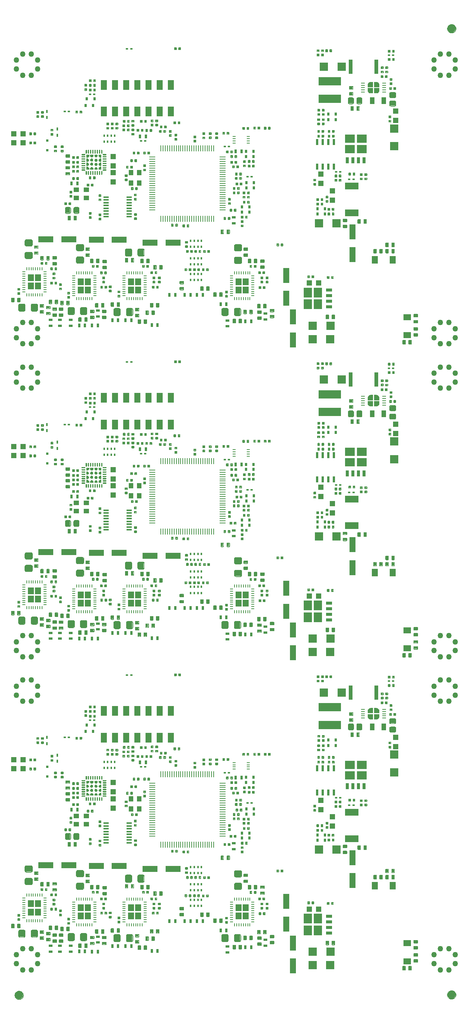
<source format=gbr>
G04 Generated on UCAM*
%FSLAX25Y25*%
%MOIN*%
%IPPOS*%
%ADD10C,0.00100*%
%ADD11C,0.00200*%
%ADD12C,0.00400*%
%ADD13C,0.00800*%
%ADD14C,0.01600*%
%ADD15R,0.05280X0.06180*%
%ADD16R,0.07520X0.08900*%
%ADD17R,0.08900X0.07520*%
%ADD18R,0.07700X0.07700*%
%ADD19R,0.06890X0.05230*%
%ADD20R,0.02440X0.03260*%
%ADD21R,0.03260X0.02440*%
%ADD22R,0.05710X0.08970*%
%ADD23O,0.00780X0.03150*%
%ADD24O,0.03150X0.00780*%
%ADD25R,0.04600X0.04600*%
%ADD26R,0.19880X0.07620*%
%ADD27R,0.04000X0.05000*%
%ADD28R,0.02160X0.02950*%
%ADD29R,0.02200X0.02200*%
%ADD30R,0.12400X0.06100*%
%ADD31R,0.01800X0.02600*%
%ADD32R,0.05000X0.04000*%
%ADD33R,0.05230X0.06890*%
%ADD34C,0.05000*%
%ADD35R,0.02200X0.05800*%
%ADD36R,0.05800X0.01000*%
%ADD37R,0.01000X0.05800*%
%ADD38R,0.04800X0.01300*%
%ADD39R,0.03340X0.12790*%
%ADD40R,0.01800X0.02400*%
%ADD41R,0.01970X0.01770*%
%ADD42R,0.13190X0.05310*%
%ADD43R,0.04130X0.06490*%
%ADD44R,0.05310X0.13190*%
%ADD45R,0.02950X0.00980*%
%ADD46R,0.05400X0.02600*%
%ADD47R,0.02600X0.05400*%
%ADD48R,0.03820X0.00980*%
%SRX1Y1I0.00000J0.00000*%
%LN25543_cspaste*%
%LPD*%
G36*
X443130Y354040D02*
X443040Y354530D01*
Y354780*
Y356950*
X447760*
Y352220*
X445340*
X444850Y352320*
X444380Y352520*
X443960Y352800*
X443610Y353150*
X443330Y353570*
X443130Y354040*
G37*
G36*
X451460Y352320D02*
X450960Y352220D01*
X448550*
Y356950*
X453270*
Y354780*
Y354530*
X453170Y354040*
X452980Y353570*
X452700Y353150*
X452340Y352800*
X451920Y352520*
X451460Y352320*
G37*
G36*
X450960Y642380D02*
X451460Y642280D01*
X451920Y642090*
X452340Y641810*
X452700Y641450*
X452980Y641030*
X453170Y640570*
X453270Y640070*
Y639820*
Y637660*
X448550*
Y642380*
X450960*
G37*
G36*
X451460Y912170D02*
X450960Y912070D01*
X448550*
Y916790*
X453270*
Y914630*
Y914370*
X453170Y913880*
X452980Y913410*
X452700Y912990*
X452340Y912640*
X451920Y912360*
X451460Y912170*
G37*
G36*
X450960Y362460D02*
X451460Y362360D01*
X451920Y362170*
X452340Y361890*
X452700Y361530*
X452980Y361110*
X453170Y360650*
X453270Y360150*
Y359900*
Y357740*
X448550*
Y362460*
X450960*
G37*
G36*
X451460Y632240D02*
X450960Y632150D01*
X448550*
Y636870*
X453270*
Y634700*
Y634450*
X453170Y633960*
X452980Y633490*
X452700Y633070*
X452340Y632720*
X451920Y632440*
X451460Y632240*
G37*
G36*
X444850Y362360D02*
X445340Y362460D01*
X447760*
Y357740*
X443040*
Y359900*
Y360150*
X443130Y360650*
X443330Y361110*
X443610Y361530*
X443960Y361890*
X444380Y362170*
X444850Y362360*
G37*
G36*
X450960Y922300D02*
X451460Y922200D01*
X451920Y922010*
X452340Y921730*
X452700Y921380*
X452980Y920960*
X453170Y920490*
X453270Y920000*
Y919740*
Y917580*
X448550*
Y922300*
X450960*
G37*
G36*
X443130Y913880D02*
X443040Y914370D01*
Y914630*
Y916790*
X447760*
Y912070*
X445340*
X444850Y912170*
X444380Y912360*
X443960Y912640*
X443610Y912990*
X443330Y913410*
X443130Y913880*
G37*
G36*
X444850Y922200D02*
X445340Y922300D01*
X447760*
Y917580*
X443040*
Y919740*
Y920000*
X443130Y920490*
X443330Y920960*
X443610Y921380*
X443960Y921730*
X444380Y922010*
X444850Y922200*
G37*
G36*
X443130Y633960D02*
X443040Y634450D01*
Y634700*
Y636870*
X447760*
Y632150*
X445340*
X444850Y632240*
X444380Y632440*
X443960Y632720*
X443610Y633070*
X443330Y633490*
X443130Y633960*
G37*
G36*
X444850Y642280D02*
X445340Y642380D01*
X447760*
Y637660*
X443040*
Y639820*
Y640070*
X443130Y640570*
X443330Y641030*
X443610Y641450*
X443960Y641810*
X444380Y642090*
X444850Y642280*
G37*
G36*
X200930Y849050D02*
Y848260D01*
X199950Y847280*
X199160*
X198280Y848170*
Y849150*
X199060Y849940*
X200050*
X200930Y849050*
G37*
G36*
X200930Y852790D02*
Y852000D01*
X199950Y851020*
X199160*
X198280Y851910*
Y852890*
X199060Y853680*
X200050*
X200930Y852790*
G37*
G36*
X200930Y572870D02*
Y572080D01*
X199950Y571100*
X199160*
X198280Y571980*
Y572970*
X199060Y573760*
X200050*
X200930Y572870*
G37*
G36*
X200930Y569130D02*
Y568340D01*
X199950Y567360*
X199160*
X198280Y568240*
Y569230*
X199060Y570020*
X200050*
X200930Y569130*
G37*
G36*
X197090Y852890D02*
Y851910D01*
X196310Y851120*
X195320*
X194440Y852000*
Y852790*
X195420Y853780*
X196210*
X197090Y852890*
G37*
G36*
X197090Y849150D02*
Y848170D01*
X196310Y847380*
X195320*
X194440Y848260*
Y849050*
X195420Y850040*
X196210*
X197090Y849150*
G37*
G36*
X200930Y289210D02*
Y288420D01*
X199950Y287440*
X199160*
X198280Y288320*
Y289310*
X199060Y290090*
X200050*
X200930Y289210*
G37*
G36*
X200930Y292950D02*
Y292160D01*
X199950Y291180*
X199160*
X198280Y292060*
Y293050*
X199060Y293830*
X200050*
X200930Y292950*
G37*
G36*
X197090Y293050D02*
Y292060D01*
X196310Y291280*
X195320*
X194440Y292160*
Y292950*
X195420Y293930*
X196210*
X197090Y293050*
G37*
G36*
X197090Y572970D02*
Y571980D01*
X196310Y571200*
X195320*
X194440Y572080*
Y572870*
X195420Y573850*
X196210*
X197090Y572970*
G37*
G36*
X197090Y569230D02*
Y568240D01*
X196310Y567460*
X195320*
X194440Y568340*
Y569130*
X195420Y570110*
X196210*
X197090Y569230*
G37*
G36*
X197090Y289310D02*
Y288320D01*
X196310Y287540*
X195320*
X194440Y288420*
Y289210*
X195420Y290190*
X196210*
X197090Y289310*
G37*
G36*
X197190Y565340D02*
Y564010D01*
X194440*
Y565300*
X195430Y566280*
X196240*
X197190Y565340*
G37*
G36*
X197190Y845260D02*
Y843930D01*
X194440*
Y845220*
X195430Y846200*
X196240*
X197190Y845260*
G37*
G36*
X200930Y845260D02*
Y843930D01*
X198180*
Y845220*
X199170Y846200*
X199990*
X200930Y845260*
G37*
G36*
X200930Y565340D02*
Y564010D01*
X198180*
Y565300*
X199170Y566280*
X199990*
X200930Y565340*
G37*
G36*
X192370Y853780D02*
X193350Y852790D01*
Y851910*
X192470Y851020*
X191090*
Y853780*
X192370*
G37*
G36*
X192380Y850040D02*
X193350Y849040D01*
Y848230*
X192420Y847280*
X191090*
Y850040*
X192380*
G37*
G36*
X202020Y849150D02*
X202900Y850040D01*
X204280*
Y847280*
X203000*
X202020Y848260*
Y849150*
G37*
G36*
X202020Y852830D02*
X202950Y853780D01*
X204280*
Y851020*
X202990*
X202020Y852010*
Y852830*
G37*
G36*
X192380Y570110D02*
X193350Y569120D01*
Y568310*
X192420Y567360*
X191090*
Y570110*
X192380*
G37*
G36*
X202020Y292990D02*
X202950Y293930D01*
X204280*
Y291180*
X202990*
X202020Y292170*
Y292990*
G37*
G36*
X202020Y289310D02*
X202900Y290190D01*
X204280*
Y287440*
X203000*
X202020Y288420*
Y289310*
G37*
G36*
X202020Y572910D02*
X202950Y573850D01*
X204280*
Y571100*
X202990*
X202020Y572090*
Y572910*
G37*
G36*
X198180Y575870D02*
Y577200D01*
X200930*
Y575910*
X199940Y574940*
X199130*
X198180Y575870*
G37*
G36*
X200930Y285420D02*
Y284090D01*
X198180*
Y285380*
X199170Y286350*
X199990*
X200930Y285420*
G37*
G36*
X198180Y295950D02*
Y297280D01*
X200930*
Y295990*
X199940Y295020*
X199130*
X198180Y295950*
G37*
G36*
X198180Y855790D02*
Y857120D01*
X200930*
Y855830*
X199940Y854860*
X199130*
X198180Y855790*
G37*
G36*
X197190Y285420D02*
Y284090D01*
X194440*
Y285380*
X195430Y286350*
X196240*
X197190Y285420*
G37*
G36*
X194440Y855790D02*
Y857120D01*
X197190*
Y855830*
X196200Y854860*
X195390*
X194440Y855790*
G37*
G36*
X194440Y295950D02*
Y297280D01*
X197190*
Y295990*
X196200Y295020*
X195390*
X194440Y295950*
G37*
G36*
X194440Y575870D02*
Y577200D01*
X197190*
Y575910*
X196200Y574940*
X195390*
X194440Y575870*
G37*
G36*
X192370Y293930D02*
X193350Y292950D01*
Y292060*
X192470Y291180*
X191090*
Y293930*
X192370*
G37*
G36*
X192380Y290190D02*
X193350Y289200D01*
Y288390*
X192420Y287440*
X191090*
Y290190*
X192380*
G37*
G36*
X192370Y573850D02*
X193350Y572870D01*
Y571980*
X192470Y571100*
X191090*
Y573850*
X192370*
G37*
G36*
X202020Y569230D02*
X202900Y570110D01*
X204280*
Y567360*
X203000*
X202020Y568340*
Y569230*
G37*
G36*
X201820Y285270D02*
X203100Y286550D01*
X204280*
Y284090*
X201820*
Y285270*
G37*
G36*
X203100Y294820D02*
X201820Y296100D01*
Y297280*
X204280*
Y294820*
X203100*
G37*
G36*
X201820Y565190D02*
X203100Y566470D01*
X204280*
Y564010*
X201820*
Y565190*
G37*
G36*
X203100Y574740D02*
X201820Y576020D01*
Y577200*
X204280*
Y574740*
X203100*
G37*
G36*
X192270Y574740D02*
X191090D01*
Y577200*
X193550*
Y576020*
X192270Y574740*
G37*
G36*
X193550Y845110D02*
Y843930D01*
X191090*
Y846390*
X192270*
X193550Y845110*
G37*
G36*
X201820Y845110D02*
X203100Y846390D01*
X204280*
Y843930*
X201820*
Y845110*
G37*
G36*
X203100Y854660D02*
X201820Y855940D01*
Y857120*
X204280*
Y854660*
X203100*
G37*
G36*
X192270Y854660D02*
X191090D01*
Y857120*
X193550*
Y855940*
X192270Y854660*
G37*
G36*
X193550Y285270D02*
Y284090D01*
X191090*
Y286550*
X192270*
X193550Y285270*
G37*
G36*
X192270Y294820D02*
X191090D01*
Y297280*
X193550*
Y296100*
X192270Y294820*
G37*
G36*
X193550Y565190D02*
Y564010D01*
X191090*
Y566470*
X192270*
X193550Y565190*
G37*
D10*
X126725Y105610D02*
X126750Y106053D01*
X126826Y106490*
X126951Y106916*
X127124Y107324*
X127342Y107710*
X127603Y108069*
X127902Y108396*
X128238Y108686*
X128604Y108937*
X128996Y109144*
X129409Y109305*
X129838Y109418*
X130278Y109481*
X130721Y109493*
X131163Y109455*
X131598Y109367*
X132019Y109230*
X132423Y109046*
X132803Y108817*
X133154Y108546*
X133472Y108237*
X133753Y107894*
X133993Y107520*
X134189Y107122*
X134338Y106705*
X134438Y106272*
X134489Y105832*
Y105388*
X134438Y104948*
X134338Y104516*
X134189Y104098*
X133993Y103700*
X133753Y103327*
X133472Y102983*
X133154Y102674*
X132803Y102403*
X132423Y102174*
X132019Y101990*
X131598Y101853*
X131163Y101765*
X130721Y101727*
X130278Y101739*
X129838Y101802*
X129409Y101915*
X128996Y102076*
X128604Y102283*
X128238Y102534*
X127902Y102824*
X127603Y103151*
X127342Y103510*
X127124Y103896*
X126951Y104304*
X126826Y104730*
X126750Y105167*
X126725Y105610*
X514115Y106000D02*
X514140Y106443D01*
X514216Y106880*
X514341Y107306*
X514514Y107714*
X514732Y108100*
X514993Y108459*
X515292Y108786*
X515628Y109076*
X515994Y109327*
X516386Y109534*
X516799Y109695*
X517228Y109808*
X517668Y109871*
X518111Y109883*
X518553Y109845*
X518988Y109757*
X519409Y109620*
X519813Y109436*
X520193Y109207*
X520544Y108936*
X520862Y108627*
X521143Y108284*
X521383Y107910*
X521579Y107512*
X521728Y107095*
X521828Y106662*
X521879Y106222*
Y105778*
X521828Y105338*
X521728Y104906*
X521579Y104488*
X521383Y104090*
X521143Y103717*
X520862Y103373*
X520544Y103064*
X520193Y102793*
X519813Y102564*
X519409Y102380*
X518988Y102243*
X518553Y102155*
X518111Y102117*
X517668Y102129*
X517228Y102192*
X516799Y102305*
X516386Y102466*
X515994Y102673*
X515628Y102924*
X515292Y103214*
X514993Y103541*
X514732Y103900*
X514514Y104286*
X514341Y104694*
X514216Y105120*
X514140Y105557*
X514115Y106000*
X514115Y969980D02*
X514140Y970423D01*
X514216Y970860*
X514341Y971286*
X514514Y971694*
X514732Y972080*
X514993Y972439*
X515292Y972766*
X515628Y973056*
X515994Y973307*
X516386Y973514*
X516799Y973675*
X517228Y973788*
X517668Y973851*
X518111Y973863*
X518553Y973825*
X518988Y973737*
X519409Y973600*
X519813Y973416*
X520193Y973187*
X520544Y972916*
X520862Y972607*
X521143Y972264*
X521383Y971890*
X521579Y971492*
X521728Y971075*
X521828Y970642*
X521879Y970202*
Y969758*
X521828Y969318*
X521728Y968886*
X521579Y968468*
X521383Y968070*
X521143Y967697*
X520862Y967353*
X520544Y967044*
X520193Y966773*
X519813Y966544*
X519409Y966360*
X518988Y966223*
X518553Y966135*
X518111Y966097*
X517668Y966109*
X517228Y966172*
X516799Y966285*
X516386Y966446*
X515994Y966653*
X515628Y966904*
X515292Y967194*
X514993Y967521*
X514732Y967880*
X514514Y968266*
X514341Y968674*
X514216Y969100*
X514140Y969537*
X514115Y969980*
X483965Y135544D02*
X483966Y135561D01*
X483967Y135582*
X483970Y135606*
Y137210*
X483975Y137367*
X484029Y137506*
X484127Y137618*
X484257Y137690*
X484409Y137715*
X487171*
X487323Y137690*
X487453Y137618*
X487551Y137506*
X487606Y137367*
X487610Y137210*
Y135610*
X487606Y135453*
X487551Y135314*
X487453Y135202*
X487323Y135130*
X487171Y135105*
X484410*
X484237Y135138*
X484095Y135232*
X483999Y135373*
X483965Y135544*
X483965Y140894D02*
X483966Y140911D01*
X483967Y140932*
X483970Y140956*
Y142560*
X483975Y142717*
X484029Y142856*
X484127Y142968*
X484257Y143040*
X484409Y143065*
X487171*
X487323Y143040*
X487453Y142968*
X487551Y142856*
X487606Y142717*
X487610Y142560*
Y140960*
X487606Y140803*
X487551Y140664*
X487453Y140552*
X487323Y140480*
X487171Y140455*
X484410*
X484237Y140488*
X484095Y140582*
X483999Y140723*
X483965Y140894*
X483965Y147344D02*
X483966Y147361D01*
X483967Y147382*
X483970Y147406*
Y149010*
X483975Y149167*
X484029Y149306*
X484127Y149418*
X484257Y149490*
X484409Y149515*
X487171*
X487323Y149490*
X487453Y149418*
X487551Y149306*
X487606Y149167*
X487610Y149010*
Y147410*
X487606Y147253*
X487551Y147114*
X487453Y147002*
X487323Y146930*
X487171Y146905*
X484410*
X484237Y146938*
X484095Y147032*
X483999Y147173*
X483965Y147344*
X483965Y152694D02*
X483966Y152711D01*
X483967Y152732*
X483970Y152756*
Y154360*
X483975Y154517*
X484029Y154656*
X484127Y154768*
X484257Y154840*
X484409Y154865*
X487171*
X487323Y154840*
X487453Y154768*
X487551Y154656*
X487606Y154517*
X487610Y154360*
Y152760*
X487606Y152603*
X487551Y152464*
X487453Y152352*
X487323Y152280*
X487171Y152255*
X484410*
X484237Y152288*
X484095Y152382*
X483999Y152523*
X483965Y152694*
X172355Y284994D02*
X172356Y285011D01*
X172357Y285032*
X172360Y285056*
Y286660*
X172365Y286817*
X172419Y286956*
X172517Y287068*
X172647Y287140*
X172799Y287165*
X175561*
X175713Y287140*
X175843Y287068*
X175941Y286956*
X175996Y286817*
X176000Y286660*
Y285060*
X175996Y284903*
X175941Y284764*
X175843Y284652*
X175713Y284580*
X175561Y284555*
X172800*
X172627Y284588*
X172485Y284682*
X172389Y284823*
X172355Y284994*
X172355Y279644D02*
X172356Y279661D01*
X172357Y279682*
X172360Y279706*
Y281310*
X172365Y281467*
X172419Y281606*
X172517Y281718*
X172647Y281790*
X172799Y281815*
X175561*
X175713Y281790*
X175843Y281718*
X175941Y281606*
X175996Y281467*
X176000Y281310*
Y279710*
X175996Y279553*
X175941Y279414*
X175843Y279302*
X175713Y279230*
X175561Y279205*
X172800*
X172627Y279238*
X172485Y279332*
X172389Y279473*
X172355Y279644*
X172365Y295494D02*
X172366Y295511D01*
X172367Y295532*
X172370Y295556*
Y297160*
X172375Y297317*
X172429Y297456*
X172527Y297568*
X172657Y297640*
X172809Y297665*
X175571*
X175723Y297640*
X175853Y297568*
X175951Y297456*
X176006Y297317*
X176010Y297160*
Y295560*
X176006Y295403*
X175951Y295264*
X175853Y295152*
X175723Y295080*
X175571Y295055*
X172810*
X172637Y295088*
X172495Y295182*
X172399Y295323*
X172365Y295494*
X172365Y290144D02*
X172366Y290161D01*
X172367Y290182*
X172370Y290206*
Y291810*
X172375Y291967*
X172429Y292106*
X172527Y292218*
X172657Y292290*
X172809Y292315*
X175571*
X175723Y292290*
X175853Y292218*
X175951Y292106*
X176006Y291967*
X176010Y291810*
Y290210*
X176006Y290053*
X175951Y289914*
X175853Y289802*
X175723Y289730*
X175571Y289705*
X172810*
X172637Y289738*
X172495Y289832*
X172399Y289973*
X172365Y290144*
X160555Y204494D02*
X160556Y204511D01*
X160557Y204532*
X160560Y204556*
Y206160*
X160565Y206317*
X160619Y206456*
X160717Y206568*
X160847Y206640*
X160999Y206665*
X163761*
X163913Y206640*
X164043Y206568*
X164141Y206456*
X164196Y206317*
X164200Y206160*
Y204560*
X164196Y204403*
X164141Y204264*
X164043Y204152*
X163913Y204080*
X163761Y204055*
X161000*
X160827Y204088*
X160685Y204182*
X160589Y204323*
X160555Y204494*
X160555Y199144D02*
X160556Y199161D01*
X160557Y199182*
X160560Y199206*
Y200810*
X160565Y200967*
X160619Y201106*
X160717Y201218*
X160847Y201290*
X160999Y201315*
X163761*
X163913Y201290*
X164043Y201218*
X164141Y201106*
X164196Y200967*
X164200Y200810*
Y199210*
X164196Y199053*
X164141Y198914*
X164043Y198802*
X163913Y198730*
X163761Y198705*
X161000*
X160827Y198738*
X160685Y198832*
X160589Y198973*
X160555Y199144*
X166415Y153244D02*
X166416Y153261D01*
X166417Y153282*
X166420Y153306*
Y154910*
X166425Y155067*
X166479Y155206*
X166577Y155318*
X166707Y155390*
X166859Y155415*
X169621*
X169773Y155390*
X169903Y155318*
X170001Y155206*
X170056Y155067*
X170060Y154910*
Y153310*
X170056Y153153*
X170001Y153014*
X169903Y152902*
X169773Y152830*
X169621Y152805*
X166860*
X166687Y152838*
X166545Y152932*
X166449Y153073*
X166415Y153244*
X166415Y158594D02*
X166416Y158611D01*
X166417Y158632*
X166420Y158656*
Y160260*
X166425Y160417*
X166479Y160556*
X166577Y160668*
X166707Y160740*
X166859Y160765*
X169621*
X169773Y160740*
X169903Y160668*
X170001Y160556*
X170056Y160417*
X170060Y160260*
Y158660*
X170056Y158503*
X170001Y158364*
X169903Y158252*
X169773Y158180*
X169621Y158155*
X166860*
X166687Y158188*
X166545Y158282*
X166449Y158423*
X166415Y158594*
X160615Y158614D02*
X160616Y158631D01*
X160617Y158652*
X160620Y158676*
Y160280*
X160625Y160437*
X160679Y160576*
X160777Y160688*
X160907Y160760*
X161059Y160785*
X163821*
X163973Y160760*
X164103Y160688*
X164201Y160576*
X164256Y160437*
X164260Y160280*
Y158680*
X164256Y158523*
X164201Y158384*
X164103Y158272*
X163973Y158200*
X163821Y158175*
X161060*
X160887Y158208*
X160745Y158302*
X160649Y158443*
X160615Y158614*
X160615Y153264D02*
X160616Y153281D01*
X160617Y153302*
X160620Y153326*
Y154930*
X160625Y155087*
X160679Y155226*
X160777Y155338*
X160907Y155410*
X161059Y155435*
X163821*
X163973Y155410*
X164103Y155338*
X164201Y155226*
X164256Y155087*
X164260Y154930*
Y153330*
X164256Y153173*
X164201Y153034*
X164103Y152922*
X163973Y152850*
X163821Y152825*
X161060*
X160887Y152858*
X160745Y152952*
X160649Y153093*
X160615Y153264*
X144155Y208644D02*
X144156Y208661D01*
X144157Y208682*
X144160Y208706*
Y210310*
X144165Y210467*
X144219Y210606*
X144317Y210718*
X144447Y210790*
X144599Y210815*
X147361*
X147513Y210790*
X147643Y210718*
X147741Y210606*
X147796Y210467*
X147800Y210310*
Y208710*
X147796Y208553*
X147741Y208414*
X147643Y208302*
X147513Y208230*
X147361Y208205*
X144600*
X144427Y208238*
X144285Y208332*
X144189Y208473*
X144155Y208644*
X144155Y213994D02*
X144156Y214011D01*
X144157Y214032*
X144160Y214056*
Y215660*
X144165Y215817*
X144219Y215956*
X144317Y216068*
X144447Y216140*
X144599Y216165*
X147361*
X147513Y216140*
X147643Y216068*
X147741Y215956*
X147796Y215817*
X147800Y215660*
Y214060*
X147796Y213903*
X147741Y213764*
X147643Y213652*
X147513Y213580*
X147361Y213555*
X144600*
X144427Y213588*
X144285Y213682*
X144189Y213823*
X144155Y213994*
X154855Y159994D02*
X154856Y160011D01*
X154857Y160032*
X154860Y160056*
Y161660*
X154865Y161817*
X154919Y161956*
X155017Y162068*
X155147Y162140*
X155299Y162165*
X158061*
X158213Y162140*
X158343Y162068*
X158441Y161956*
X158496Y161817*
X158500Y161660*
Y160060*
X158496Y159903*
X158441Y159764*
X158343Y159652*
X158213Y159580*
X158061Y159555*
X155300*
X155127Y159588*
X154985Y159682*
X154889Y159823*
X154855Y159994*
X154855Y154644D02*
X154856Y154661D01*
X154857Y154682*
X154860Y154706*
Y156310*
X154865Y156467*
X154919Y156606*
X155017Y156718*
X155147Y156790*
X155299Y156815*
X158061*
X158213Y156790*
X158343Y156718*
X158441Y156606*
X158496Y156467*
X158500Y156310*
Y154710*
X158496Y154553*
X158441Y154414*
X158343Y154302*
X158213Y154230*
X158061Y154205*
X155300*
X155127Y154238*
X154985Y154332*
X154889Y154473*
X154855Y154644*
X149165Y156044D02*
X149166Y156061D01*
X149167Y156082*
X149170Y156106*
Y157710*
X149175Y157867*
X149229Y158006*
X149327Y158118*
X149457Y158190*
X149609Y158215*
X152371*
X152523Y158190*
X152653Y158118*
X152751Y158006*
X152806Y157867*
X152810Y157710*
Y156110*
X152806Y155953*
X152751Y155814*
X152653Y155702*
X152523Y155630*
X152371Y155605*
X149610*
X149437Y155638*
X149295Y155732*
X149199Y155873*
X149165Y156044*
X149165Y161394D02*
X149166Y161411D01*
X149167Y161432*
X149170Y161456*
Y163060*
X149175Y163217*
X149229Y163356*
X149327Y163468*
X149457Y163540*
X149609Y163565*
X152371*
X152523Y163540*
X152653Y163468*
X152751Y163356*
X152806Y163217*
X152810Y163060*
Y161460*
X152806Y161303*
X152751Y161164*
X152653Y161052*
X152523Y160980*
X152371Y160955*
X149610*
X149437Y160988*
X149295Y161082*
X149199Y161223*
X149165Y161394*
X426165Y356394D02*
X426166Y356411D01*
X426167Y356432*
X426170Y356456*
Y358060*
X426175Y358217*
X426229Y358356*
X426327Y358468*
X426457Y358540*
X426609Y358565*
X429371*
X429523Y358540*
X429653Y358468*
X429751Y358356*
X429806Y358217*
X429810Y358060*
Y356460*
X429806Y356303*
X429751Y356164*
X429653Y356052*
X429523Y355980*
X429371Y355955*
X426610*
X426437Y355988*
X426295Y356082*
X426199Y356223*
X426165Y356394*
X426165Y351044D02*
X426166Y351061D01*
X426167Y351082*
X426170Y351106*
Y352710*
X426175Y352867*
X426229Y353006*
X426327Y353118*
X426457Y353190*
X426609Y353215*
X429371*
X429523Y353190*
X429653Y353118*
X429751Y353006*
X429806Y352867*
X429810Y352710*
Y351110*
X429806Y350953*
X429751Y350814*
X429653Y350702*
X429523Y350630*
X429371Y350605*
X426610*
X426437Y350638*
X426295Y350732*
X426199Y350873*
X426165Y351044*
X420555Y232544D02*
X420556Y232561D01*
X420557Y232582*
X420560Y232606*
Y234210*
X420565Y234367*
X420619Y234506*
X420717Y234618*
X420847Y234690*
X420999Y234715*
X423761*
X423913Y234690*
X424043Y234618*
X424141Y234506*
X424196Y234367*
X424200Y234210*
Y232610*
X424196Y232453*
X424141Y232314*
X424043Y232202*
X423913Y232130*
X423761Y232105*
X421000*
X420827Y232138*
X420685Y232232*
X420589Y232373*
X420555Y232544*
X420555Y237894D02*
X420556Y237911D01*
X420557Y237932*
X420560Y237956*
Y239560*
X420565Y239717*
X420619Y239856*
X420717Y239968*
X420847Y240040*
X420999Y240065*
X423761*
X423913Y240040*
X424043Y239968*
X424141Y239856*
X424196Y239717*
X424200Y239560*
Y237960*
X424196Y237803*
X424141Y237664*
X424043Y237552*
X423913Y237480*
X423761Y237455*
X421000*
X420827Y237488*
X420685Y237582*
X420589Y237723*
X420555Y237894*
X205455Y195744D02*
X205456Y195761D01*
X205457Y195782*
X205460Y195806*
Y197410*
X205465Y197567*
X205519Y197706*
X205617Y197818*
X205747Y197890*
X205899Y197915*
X208661*
X208813Y197890*
X208943Y197818*
X209041Y197706*
X209096Y197567*
X209100Y197410*
Y195810*
X209096Y195653*
X209041Y195514*
X208943Y195402*
X208813Y195330*
X208661Y195305*
X205900*
X205727Y195338*
X205585Y195432*
X205489Y195573*
X205455Y195744*
X205455Y201094D02*
X205456Y201111D01*
X205457Y201132*
X205460Y201156*
Y202760*
X205465Y202917*
X205519Y203056*
X205617Y203168*
X205747Y203240*
X205899Y203265*
X208661*
X208813Y203240*
X208943Y203168*
X209041Y203056*
X209096Y202917*
X209100Y202760*
Y201160*
X209096Y201003*
X209041Y200864*
X208943Y200752*
X208813Y200680*
X208661Y200655*
X205900*
X205727Y200688*
X205585Y200782*
X205489Y200923*
X205455Y201094*
X204985Y156524D02*
X204986Y156541D01*
X204987Y156562*
X204990Y156586*
Y158190*
X204995Y158347*
X205049Y158486*
X205147Y158598*
X205277Y158670*
X205429Y158695*
X208191*
X208343Y158670*
X208473Y158598*
X208571Y158486*
X208626Y158347*
X208630Y158190*
Y156590*
X208626Y156433*
X208571Y156294*
X208473Y156182*
X208343Y156110*
X208191Y156085*
X205430*
X205257Y156118*
X205115Y156212*
X205019Y156353*
X204985Y156524*
X204985Y151164D02*
X204986Y151181D01*
X204987Y151202*
X204990Y151226*
Y152830*
X204995Y152987*
X205049Y153126*
X205147Y153238*
X205277Y153310*
X205429Y153335*
X208191*
X208343Y153310*
X208473Y153238*
X208571Y153126*
X208626Y152987*
X208630Y152830*
Y151230*
X208626Y151073*
X208571Y150934*
X208473Y150822*
X208343Y150750*
X208191Y150725*
X205430*
X205257Y150758*
X205115Y150852*
X205019Y150993*
X204985Y151164*
X190155Y206744D02*
X190156Y206761D01*
X190157Y206782*
X190160Y206806*
Y208410*
X190165Y208567*
X190219Y208706*
X190317Y208818*
X190447Y208890*
X190599Y208915*
X193361*
X193513Y208890*
X193643Y208818*
X193741Y208706*
X193796Y208567*
X193800Y208410*
Y206810*
X193796Y206653*
X193741Y206514*
X193643Y206402*
X193513Y206330*
X193361Y206305*
X190600*
X190427Y206338*
X190285Y206432*
X190189Y206573*
X190155Y206744*
X190155Y212094D02*
X190156Y212111D01*
X190157Y212132*
X190160Y212156*
Y213760*
X190165Y213917*
X190219Y214056*
X190317Y214168*
X190447Y214240*
X190599Y214265*
X193361*
X193513Y214240*
X193643Y214168*
X193741Y214056*
X193796Y213917*
X193800Y213760*
Y212160*
X193796Y212003*
X193741Y211864*
X193643Y211752*
X193513Y211680*
X193361Y211655*
X190600*
X190427Y211688*
X190285Y211782*
X190189Y211923*
X190155Y212094*
X194185Y156524D02*
X194186Y156541D01*
X194187Y156562*
X194190Y156586*
Y158190*
X194195Y158347*
X194249Y158486*
X194347Y158598*
X194477Y158670*
X194629Y158695*
X197391*
X197543Y158670*
X197673Y158598*
X197771Y158486*
X197826Y158347*
X197830Y158190*
Y156590*
X197826Y156433*
X197771Y156294*
X197673Y156182*
X197543Y156110*
X197391Y156085*
X194630*
X194457Y156118*
X194315Y156212*
X194219Y156353*
X194185Y156524*
X194185Y151164D02*
X194186Y151181D01*
X194187Y151202*
X194190Y151226*
Y152830*
X194195Y152987*
X194249Y153126*
X194347Y153238*
X194477Y153310*
X194629Y153335*
X197391*
X197543Y153310*
X197673Y153238*
X197771Y153126*
X197826Y152987*
X197830Y152830*
Y151230*
X197826Y151073*
X197771Y150934*
X197673Y150822*
X197543Y150750*
X197391Y150725*
X194630*
X194457Y150758*
X194315Y150852*
X194219Y150993*
X194185Y151164*
X274465Y182294D02*
X274466Y182311D01*
X274467Y182332*
X274470Y182356*
Y183960*
X274475Y184117*
X274529Y184256*
X274627Y184368*
X274757Y184440*
X274909Y184465*
X277671*
X277823Y184440*
X277953Y184368*
X278051Y184256*
X278106Y184117*
X278110Y183960*
Y182360*
X278106Y182203*
X278051Y182064*
X277953Y181952*
X277823Y181880*
X277671Y181855*
X274910*
X274737Y181888*
X274595Y181982*
X274499Y182123*
X274465Y182294*
X274465Y176944D02*
X274466Y176961D01*
X274467Y176982*
X274470Y177006*
Y178610*
X274475Y178767*
X274529Y178906*
X274627Y179018*
X274757Y179090*
X274909Y179115*
X277671*
X277823Y179090*
X277953Y179018*
X278051Y178906*
X278106Y178767*
X278110Y178610*
Y177010*
X278106Y176853*
X278051Y176714*
X277953Y176602*
X277823Y176530*
X277671Y176505*
X274910*
X274737Y176538*
X274595Y176632*
X274499Y176773*
X274465Y176944*
X234485Y158124D02*
X234486Y158141D01*
X234487Y158162*
X234490Y158186*
Y159790*
X234495Y159947*
X234549Y160086*
X234647Y160198*
X234777Y160270*
X234929Y160295*
X237691*
X237843Y160270*
X237973Y160198*
X238071Y160086*
X238126Y159947*
X238130Y159790*
Y158190*
X238126Y158033*
X238071Y157894*
X237973Y157782*
X237843Y157710*
X237691Y157685*
X234930*
X234757Y157718*
X234615Y157812*
X234519Y157953*
X234485Y158124*
X234485Y152764D02*
X234486Y152781D01*
X234487Y152802*
X234490Y152826*
Y154430*
X234495Y154587*
X234549Y154726*
X234647Y154838*
X234777Y154910*
X234929Y154935*
X237691*
X237843Y154910*
X237973Y154838*
X238071Y154726*
X238126Y154587*
X238130Y154430*
Y152830*
X238126Y152673*
X238071Y152534*
X237973Y152422*
X237843Y152350*
X237691Y152325*
X234930*
X234757Y152358*
X234615Y152452*
X234519Y152593*
X234485Y152764*
X346655Y196144D02*
X346656Y196161D01*
X346657Y196182*
X346660Y196206*
Y197810*
X346665Y197967*
X346719Y198106*
X346817Y198218*
X346947Y198290*
X347099Y198315*
X349861*
X350013Y198290*
X350143Y198218*
X350241Y198106*
X350296Y197967*
X350300Y197810*
Y196210*
X350296Y196053*
X350241Y195914*
X350143Y195802*
X350013Y195730*
X349861Y195705*
X347100*
X346927Y195738*
X346785Y195832*
X346689Y195973*
X346655Y196144*
X346655Y201494D02*
X346656Y201511D01*
X346657Y201532*
X346660Y201556*
Y203160*
X346665Y203317*
X346719Y203456*
X346817Y203568*
X346947Y203640*
X347099Y203665*
X349861*
X350013Y203640*
X350143Y203568*
X350241Y203456*
X350296Y203317*
X350300Y203160*
Y201560*
X350296Y201403*
X350241Y201264*
X350143Y201152*
X350013Y201080*
X349861Y201055*
X347100*
X346927Y201088*
X346785Y201182*
X346689Y201323*
X346655Y201494*
X355255Y151944D02*
X355256Y151961D01*
X355257Y151982*
X355260Y152006*
Y153610*
X355265Y153767*
X355319Y153906*
X355417Y154018*
X355547Y154090*
X355699Y154115*
X358461*
X358613Y154090*
X358743Y154018*
X358841Y153906*
X358896Y153767*
X358900Y153610*
Y152010*
X358896Y151853*
X358841Y151714*
X358743Y151602*
X358613Y151530*
X358461Y151505*
X355700*
X355527Y151538*
X355385Y151632*
X355289Y151773*
X355255Y151944*
X355255Y157294D02*
X355256Y157311D01*
X355257Y157332*
X355260Y157356*
Y158960*
X355265Y159117*
X355319Y159256*
X355417Y159368*
X355547Y159440*
X355699Y159465*
X358461*
X358613Y159440*
X358743Y159368*
X358841Y159256*
X358896Y159117*
X358900Y158960*
Y157360*
X358896Y157203*
X358841Y157064*
X358743Y156952*
X358613Y156880*
X358461Y156855*
X355700*
X355527Y156888*
X355385Y156982*
X355289Y157123*
X355255Y157294*
X344055Y150564D02*
X344056Y150581D01*
X344057Y150602*
X344060Y150626*
Y152230*
X344065Y152387*
X344119Y152526*
X344217Y152638*
X344347Y152710*
X344499Y152735*
X347261*
X347413Y152710*
X347543Y152638*
X347641Y152526*
X347696Y152387*
X347700Y152230*
Y150630*
X347696Y150473*
X347641Y150334*
X347543Y150222*
X347413Y150150*
X347261Y150125*
X344500*
X344327Y150158*
X344185Y150252*
X344089Y150393*
X344055Y150564*
X344055Y155914D02*
X344056Y155931D01*
X344057Y155952*
X344060Y155976*
Y157580*
X344065Y157737*
X344119Y157876*
X344217Y157988*
X344347Y158060*
X344499Y158085*
X347261*
X347413Y158060*
X347543Y157988*
X347641Y157876*
X347696Y157737*
X347700Y157580*
Y155980*
X347696Y155823*
X347641Y155684*
X347543Y155572*
X347413Y155500*
X347261Y155475*
X344500*
X344327Y155508*
X344185Y155602*
X344089Y155743*
X344055Y155914*
X331765Y206844D02*
X331766Y206861D01*
X331767Y206882*
X331770Y206906*
Y208510*
X331775Y208667*
X331829Y208806*
X331927Y208918*
X332057Y208990*
X332209Y209015*
X334971*
X335123Y208990*
X335253Y208918*
X335351Y208806*
X335406Y208667*
X335410Y208510*
Y206910*
X335406Y206753*
X335351Y206614*
X335253Y206502*
X335123Y206430*
X334971Y206405*
X332210*
X332037Y206438*
X331895Y206532*
X331799Y206673*
X331765Y206844*
X331765Y212194D02*
X331766Y212211D01*
X331767Y212232*
X331770Y212256*
Y213860*
X331775Y214017*
X331829Y214156*
X331927Y214268*
X332057Y214340*
X332209Y214365*
X334971*
X335123Y214340*
X335253Y214268*
X335351Y214156*
X335406Y214017*
X335410Y213860*
Y212260*
X335406Y212103*
X335351Y211964*
X335253Y211852*
X335123Y211780*
X334971Y211755*
X332210*
X332037Y211788*
X331895Y211882*
X331799Y212023*
X331765Y212194*
X483965Y415464D02*
X483966Y415481D01*
X483967Y415502*
X483970Y415526*
Y417130*
X483975Y417287*
X484029Y417426*
X484127Y417538*
X484257Y417610*
X484409Y417635*
X487171*
X487323Y417610*
X487453Y417538*
X487551Y417426*
X487606Y417287*
X487610Y417130*
Y415530*
X487606Y415373*
X487551Y415234*
X487453Y415122*
X487323Y415050*
X487171Y415025*
X484410*
X484237Y415058*
X484095Y415152*
X483999Y415293*
X483965Y415464*
X483965Y420814D02*
X483966Y420831D01*
X483967Y420852*
X483970Y420876*
Y422480*
X483975Y422637*
X484029Y422776*
X484127Y422888*
X484257Y422960*
X484409Y422985*
X487171*
X487323Y422960*
X487453Y422888*
X487551Y422776*
X487606Y422637*
X487610Y422480*
Y420880*
X487606Y420723*
X487551Y420584*
X487453Y420472*
X487323Y420400*
X487171Y420375*
X484410*
X484237Y420408*
X484095Y420502*
X483999Y420643*
X483965Y420814*
X483965Y427264D02*
X483966Y427281D01*
X483967Y427302*
X483970Y427326*
Y428930*
X483975Y429087*
X484029Y429226*
X484127Y429338*
X484257Y429410*
X484409Y429435*
X487171*
X487323Y429410*
X487453Y429338*
X487551Y429226*
X487606Y429087*
X487610Y428930*
Y427330*
X487606Y427173*
X487551Y427034*
X487453Y426922*
X487323Y426850*
X487171Y426825*
X484410*
X484237Y426858*
X484095Y426952*
X483999Y427093*
X483965Y427264*
X483965Y432614D02*
X483966Y432631D01*
X483967Y432652*
X483970Y432676*
Y434280*
X483975Y434437*
X484029Y434576*
X484127Y434688*
X484257Y434760*
X484409Y434785*
X487171*
X487323Y434760*
X487453Y434688*
X487551Y434576*
X487606Y434437*
X487610Y434280*
Y432680*
X487606Y432523*
X487551Y432384*
X487453Y432272*
X487323Y432200*
X487171Y432175*
X484410*
X484237Y432208*
X484095Y432302*
X483999Y432443*
X483965Y432614*
X172355Y564914D02*
X172356Y564931D01*
X172357Y564952*
X172360Y564976*
Y566580*
X172365Y566737*
X172419Y566876*
X172517Y566988*
X172647Y567060*
X172799Y567085*
X175561*
X175713Y567060*
X175843Y566988*
X175941Y566876*
X175996Y566737*
X176000Y566580*
Y564980*
X175996Y564823*
X175941Y564684*
X175843Y564572*
X175713Y564500*
X175561Y564475*
X172800*
X172627Y564508*
X172485Y564602*
X172389Y564743*
X172355Y564914*
X172355Y559564D02*
X172356Y559581D01*
X172357Y559602*
X172360Y559626*
Y561230*
X172365Y561387*
X172419Y561526*
X172517Y561638*
X172647Y561710*
X172799Y561735*
X175561*
X175713Y561710*
X175843Y561638*
X175941Y561526*
X175996Y561387*
X176000Y561230*
Y559630*
X175996Y559473*
X175941Y559334*
X175843Y559222*
X175713Y559150*
X175561Y559125*
X172800*
X172627Y559158*
X172485Y559252*
X172389Y559393*
X172355Y559564*
X172365Y575414D02*
X172366Y575431D01*
X172367Y575452*
X172370Y575476*
Y577080*
X172375Y577237*
X172429Y577376*
X172527Y577488*
X172657Y577560*
X172809Y577585*
X175571*
X175723Y577560*
X175853Y577488*
X175951Y577376*
X176006Y577237*
X176010Y577080*
Y575480*
X176006Y575323*
X175951Y575184*
X175853Y575072*
X175723Y575000*
X175571Y574975*
X172810*
X172637Y575008*
X172495Y575102*
X172399Y575243*
X172365Y575414*
X172365Y570064D02*
X172366Y570081D01*
X172367Y570102*
X172370Y570126*
Y571730*
X172375Y571887*
X172429Y572026*
X172527Y572138*
X172657Y572210*
X172809Y572235*
X175571*
X175723Y572210*
X175853Y572138*
X175951Y572026*
X176006Y571887*
X176010Y571730*
Y570130*
X176006Y569973*
X175951Y569834*
X175853Y569722*
X175723Y569650*
X175571Y569625*
X172810*
X172637Y569658*
X172495Y569752*
X172399Y569893*
X172365Y570064*
X160555Y484414D02*
X160556Y484431D01*
X160557Y484452*
X160560Y484476*
Y486080*
X160565Y486237*
X160619Y486376*
X160717Y486488*
X160847Y486560*
X160999Y486585*
X163761*
X163913Y486560*
X164043Y486488*
X164141Y486376*
X164196Y486237*
X164200Y486080*
Y484480*
X164196Y484323*
X164141Y484184*
X164043Y484072*
X163913Y484000*
X163761Y483975*
X161000*
X160827Y484008*
X160685Y484102*
X160589Y484243*
X160555Y484414*
X160555Y479064D02*
X160556Y479081D01*
X160557Y479102*
X160560Y479126*
Y480730*
X160565Y480887*
X160619Y481026*
X160717Y481138*
X160847Y481210*
X160999Y481235*
X163761*
X163913Y481210*
X164043Y481138*
X164141Y481026*
X164196Y480887*
X164200Y480730*
Y479130*
X164196Y478973*
X164141Y478834*
X164043Y478722*
X163913Y478650*
X163761Y478625*
X161000*
X160827Y478658*
X160685Y478752*
X160589Y478893*
X160555Y479064*
X166415Y433164D02*
X166416Y433181D01*
X166417Y433202*
X166420Y433226*
Y434830*
X166425Y434987*
X166479Y435126*
X166577Y435238*
X166707Y435310*
X166859Y435335*
X169621*
X169773Y435310*
X169903Y435238*
X170001Y435126*
X170056Y434987*
X170060Y434830*
Y433230*
X170056Y433073*
X170001Y432934*
X169903Y432822*
X169773Y432750*
X169621Y432725*
X166860*
X166687Y432758*
X166545Y432852*
X166449Y432993*
X166415Y433164*
X166415Y438514D02*
X166416Y438531D01*
X166417Y438552*
X166420Y438576*
Y440180*
X166425Y440337*
X166479Y440476*
X166577Y440588*
X166707Y440660*
X166859Y440685*
X169621*
X169773Y440660*
X169903Y440588*
X170001Y440476*
X170056Y440337*
X170060Y440180*
Y438580*
X170056Y438423*
X170001Y438284*
X169903Y438172*
X169773Y438100*
X169621Y438075*
X166860*
X166687Y438108*
X166545Y438202*
X166449Y438343*
X166415Y438514*
X160615Y438544D02*
X160616Y438561D01*
X160617Y438582*
X160620Y438606*
Y440210*
X160625Y440367*
X160679Y440506*
X160777Y440618*
X160907Y440690*
X161059Y440715*
X163821*
X163973Y440690*
X164103Y440618*
X164201Y440506*
X164256Y440367*
X164260Y440210*
Y438610*
X164256Y438453*
X164201Y438314*
X164103Y438202*
X163973Y438130*
X163821Y438105*
X161060*
X160887Y438138*
X160745Y438232*
X160649Y438373*
X160615Y438544*
X160615Y433184D02*
X160616Y433201D01*
X160617Y433222*
X160620Y433246*
Y434850*
X160625Y435007*
X160679Y435146*
X160777Y435258*
X160907Y435330*
X161059Y435355*
X163821*
X163973Y435330*
X164103Y435258*
X164201Y435146*
X164256Y435007*
X164260Y434850*
Y433250*
X164256Y433093*
X164201Y432954*
X164103Y432842*
X163973Y432770*
X163821Y432745*
X161060*
X160887Y432778*
X160745Y432872*
X160649Y433013*
X160615Y433184*
X144155Y488564D02*
X144156Y488581D01*
X144157Y488602*
X144160Y488626*
Y490230*
X144165Y490387*
X144219Y490526*
X144317Y490638*
X144447Y490710*
X144599Y490735*
X147361*
X147513Y490710*
X147643Y490638*
X147741Y490526*
X147796Y490387*
X147800Y490230*
Y488630*
X147796Y488473*
X147741Y488334*
X147643Y488222*
X147513Y488150*
X147361Y488125*
X144600*
X144427Y488158*
X144285Y488252*
X144189Y488393*
X144155Y488564*
X144155Y493914D02*
X144156Y493931D01*
X144157Y493952*
X144160Y493976*
Y495580*
X144165Y495737*
X144219Y495876*
X144317Y495988*
X144447Y496060*
X144599Y496085*
X147361*
X147513Y496060*
X147643Y495988*
X147741Y495876*
X147796Y495737*
X147800Y495580*
Y493980*
X147796Y493823*
X147741Y493684*
X147643Y493572*
X147513Y493500*
X147361Y493475*
X144600*
X144427Y493508*
X144285Y493602*
X144189Y493743*
X144155Y493914*
X154855Y439914D02*
X154856Y439931D01*
X154857Y439952*
X154860Y439976*
Y441580*
X154865Y441737*
X154919Y441876*
X155017Y441988*
X155147Y442060*
X155299Y442085*
X158061*
X158213Y442060*
X158343Y441988*
X158441Y441876*
X158496Y441737*
X158500Y441580*
Y439980*
X158496Y439823*
X158441Y439684*
X158343Y439572*
X158213Y439500*
X158061Y439475*
X155300*
X155127Y439508*
X154985Y439602*
X154889Y439743*
X154855Y439914*
X154855Y434564D02*
X154856Y434581D01*
X154857Y434602*
X154860Y434626*
Y436230*
X154865Y436387*
X154919Y436526*
X155017Y436638*
X155147Y436710*
X155299Y436735*
X158061*
X158213Y436710*
X158343Y436638*
X158441Y436526*
X158496Y436387*
X158500Y436230*
Y434630*
X158496Y434473*
X158441Y434334*
X158343Y434222*
X158213Y434150*
X158061Y434125*
X155300*
X155127Y434158*
X154985Y434252*
X154889Y434393*
X154855Y434564*
X149165Y435964D02*
X149166Y435981D01*
X149167Y436002*
X149170Y436026*
Y437630*
X149175Y437787*
X149229Y437926*
X149327Y438038*
X149457Y438110*
X149609Y438135*
X152371*
X152523Y438110*
X152653Y438038*
X152751Y437926*
X152806Y437787*
X152810Y437630*
Y436030*
X152806Y435873*
X152751Y435734*
X152653Y435622*
X152523Y435550*
X152371Y435525*
X149610*
X149437Y435558*
X149295Y435652*
X149199Y435793*
X149165Y435964*
X149165Y441314D02*
X149166Y441331D01*
X149167Y441352*
X149170Y441376*
Y442980*
X149175Y443137*
X149229Y443276*
X149327Y443388*
X149457Y443460*
X149609Y443485*
X152371*
X152523Y443460*
X152653Y443388*
X152751Y443276*
X152806Y443137*
X152810Y442980*
Y441380*
X152806Y441223*
X152751Y441084*
X152653Y440972*
X152523Y440900*
X152371Y440875*
X149610*
X149437Y440908*
X149295Y441002*
X149199Y441143*
X149165Y441314*
X426165Y636314D02*
X426166Y636331D01*
X426167Y636352*
X426170Y636376*
Y637980*
X426175Y638137*
X426229Y638276*
X426327Y638388*
X426457Y638460*
X426609Y638485*
X429371*
X429523Y638460*
X429653Y638388*
X429751Y638276*
X429806Y638137*
X429810Y637980*
Y636380*
X429806Y636223*
X429751Y636084*
X429653Y635972*
X429523Y635900*
X429371Y635875*
X426610*
X426437Y635908*
X426295Y636002*
X426199Y636143*
X426165Y636314*
X426165Y630964D02*
X426166Y630981D01*
X426167Y631002*
X426170Y631026*
Y632630*
X426175Y632787*
X426229Y632926*
X426327Y633038*
X426457Y633110*
X426609Y633135*
X429371*
X429523Y633110*
X429653Y633038*
X429751Y632926*
X429806Y632787*
X429810Y632630*
Y631030*
X429806Y630873*
X429751Y630734*
X429653Y630622*
X429523Y630550*
X429371Y630525*
X426610*
X426437Y630558*
X426295Y630652*
X426199Y630793*
X426165Y630964*
X420555Y512464D02*
X420556Y512481D01*
X420557Y512502*
X420560Y512526*
Y514130*
X420565Y514287*
X420619Y514426*
X420717Y514538*
X420847Y514610*
X420999Y514635*
X423761*
X423913Y514610*
X424043Y514538*
X424141Y514426*
X424196Y514287*
X424200Y514130*
Y512530*
X424196Y512373*
X424141Y512234*
X424043Y512122*
X423913Y512050*
X423761Y512025*
X421000*
X420827Y512058*
X420685Y512152*
X420589Y512293*
X420555Y512464*
X420555Y517814D02*
X420556Y517831D01*
X420557Y517852*
X420560Y517876*
Y519480*
X420565Y519637*
X420619Y519776*
X420717Y519888*
X420847Y519960*
X420999Y519985*
X423761*
X423913Y519960*
X424043Y519888*
X424141Y519776*
X424196Y519637*
X424200Y519480*
Y517880*
X424196Y517723*
X424141Y517584*
X424043Y517472*
X423913Y517400*
X423761Y517375*
X421000*
X420827Y517408*
X420685Y517502*
X420589Y517643*
X420555Y517814*
X205455Y475664D02*
X205456Y475681D01*
X205457Y475702*
X205460Y475726*
Y477330*
X205465Y477487*
X205519Y477626*
X205617Y477738*
X205747Y477810*
X205899Y477835*
X208661*
X208813Y477810*
X208943Y477738*
X209041Y477626*
X209096Y477487*
X209100Y477330*
Y475730*
X209096Y475573*
X209041Y475434*
X208943Y475322*
X208813Y475250*
X208661Y475225*
X205900*
X205727Y475258*
X205585Y475352*
X205489Y475493*
X205455Y475664*
X205455Y481014D02*
X205456Y481031D01*
X205457Y481052*
X205460Y481076*
Y482680*
X205465Y482837*
X205519Y482976*
X205617Y483088*
X205747Y483160*
X205899Y483185*
X208661*
X208813Y483160*
X208943Y483088*
X209041Y482976*
X209096Y482837*
X209100Y482680*
Y481080*
X209096Y480923*
X209041Y480784*
X208943Y480672*
X208813Y480600*
X208661Y480575*
X205900*
X205727Y480608*
X205585Y480702*
X205489Y480843*
X205455Y481014*
X204985Y436444D02*
X204986Y436461D01*
X204987Y436482*
X204990Y436506*
Y438110*
X204995Y438267*
X205049Y438406*
X205147Y438518*
X205277Y438590*
X205429Y438615*
X208191*
X208343Y438590*
X208473Y438518*
X208571Y438406*
X208626Y438267*
X208630Y438110*
Y436510*
X208626Y436353*
X208571Y436214*
X208473Y436102*
X208343Y436030*
X208191Y436005*
X205430*
X205257Y436038*
X205115Y436132*
X205019Y436273*
X204985Y436444*
X204985Y431084D02*
X204986Y431101D01*
X204987Y431122*
X204990Y431146*
Y432750*
X204995Y432907*
X205049Y433046*
X205147Y433158*
X205277Y433230*
X205429Y433255*
X208191*
X208343Y433230*
X208473Y433158*
X208571Y433046*
X208626Y432907*
X208630Y432750*
Y431150*
X208626Y430993*
X208571Y430854*
X208473Y430742*
X208343Y430670*
X208191Y430645*
X205430*
X205257Y430678*
X205115Y430772*
X205019Y430913*
X204985Y431084*
X190155Y486664D02*
X190156Y486681D01*
X190157Y486702*
X190160Y486726*
Y488330*
X190165Y488487*
X190219Y488626*
X190317Y488738*
X190447Y488810*
X190599Y488835*
X193361*
X193513Y488810*
X193643Y488738*
X193741Y488626*
X193796Y488487*
X193800Y488330*
Y486730*
X193796Y486573*
X193741Y486434*
X193643Y486322*
X193513Y486250*
X193361Y486225*
X190600*
X190427Y486258*
X190285Y486352*
X190189Y486493*
X190155Y486664*
X190155Y492014D02*
X190156Y492031D01*
X190157Y492052*
X190160Y492076*
Y493680*
X190165Y493837*
X190219Y493976*
X190317Y494088*
X190447Y494160*
X190599Y494185*
X193361*
X193513Y494160*
X193643Y494088*
X193741Y493976*
X193796Y493837*
X193800Y493680*
Y492080*
X193796Y491923*
X193741Y491784*
X193643Y491672*
X193513Y491600*
X193361Y491575*
X190600*
X190427Y491608*
X190285Y491702*
X190189Y491843*
X190155Y492014*
X194185Y436444D02*
X194186Y436461D01*
X194187Y436482*
X194190Y436506*
Y438110*
X194195Y438267*
X194249Y438406*
X194347Y438518*
X194477Y438590*
X194629Y438615*
X197391*
X197543Y438590*
X197673Y438518*
X197771Y438406*
X197826Y438267*
X197830Y438110*
Y436510*
X197826Y436353*
X197771Y436214*
X197673Y436102*
X197543Y436030*
X197391Y436005*
X194630*
X194457Y436038*
X194315Y436132*
X194219Y436273*
X194185Y436444*
X194185Y431084D02*
X194186Y431101D01*
X194187Y431122*
X194190Y431146*
Y432750*
X194195Y432907*
X194249Y433046*
X194347Y433158*
X194477Y433230*
X194629Y433255*
X197391*
X197543Y433230*
X197673Y433158*
X197771Y433046*
X197826Y432907*
X197830Y432750*
Y431150*
X197826Y430993*
X197771Y430854*
X197673Y430742*
X197543Y430670*
X197391Y430645*
X194630*
X194457Y430678*
X194315Y430772*
X194219Y430913*
X194185Y431084*
X274465Y462214D02*
X274466Y462231D01*
X274467Y462252*
X274470Y462276*
Y463880*
X274475Y464037*
X274529Y464176*
X274627Y464288*
X274757Y464360*
X274909Y464385*
X277671*
X277823Y464360*
X277953Y464288*
X278051Y464176*
X278106Y464037*
X278110Y463880*
Y462280*
X278106Y462123*
X278051Y461984*
X277953Y461872*
X277823Y461800*
X277671Y461775*
X274910*
X274737Y461808*
X274595Y461902*
X274499Y462043*
X274465Y462214*
X274465Y456864D02*
X274466Y456881D01*
X274467Y456902*
X274470Y456926*
Y458530*
X274475Y458687*
X274529Y458826*
X274627Y458938*
X274757Y459010*
X274909Y459035*
X277671*
X277823Y459010*
X277953Y458938*
X278051Y458826*
X278106Y458687*
X278110Y458530*
Y456930*
X278106Y456773*
X278051Y456634*
X277953Y456522*
X277823Y456450*
X277671Y456425*
X274910*
X274737Y456458*
X274595Y456552*
X274499Y456693*
X274465Y456864*
X234485Y438044D02*
X234486Y438061D01*
X234487Y438082*
X234490Y438106*
Y439710*
X234495Y439867*
X234549Y440006*
X234647Y440118*
X234777Y440190*
X234929Y440215*
X237691*
X237843Y440190*
X237973Y440118*
X238071Y440006*
X238126Y439867*
X238130Y439710*
Y438110*
X238126Y437953*
X238071Y437814*
X237973Y437702*
X237843Y437630*
X237691Y437605*
X234930*
X234757Y437638*
X234615Y437732*
X234519Y437873*
X234485Y438044*
X234485Y432684D02*
X234486Y432701D01*
X234487Y432722*
X234490Y432746*
Y434350*
X234495Y434507*
X234549Y434646*
X234647Y434758*
X234777Y434830*
X234929Y434855*
X237691*
X237843Y434830*
X237973Y434758*
X238071Y434646*
X238126Y434507*
X238130Y434350*
Y432750*
X238126Y432593*
X238071Y432454*
X237973Y432342*
X237843Y432270*
X237691Y432245*
X234930*
X234757Y432278*
X234615Y432372*
X234519Y432513*
X234485Y432684*
X346655Y476064D02*
X346656Y476081D01*
X346657Y476102*
X346660Y476126*
Y477730*
X346665Y477887*
X346719Y478026*
X346817Y478138*
X346947Y478210*
X347099Y478235*
X349861*
X350013Y478210*
X350143Y478138*
X350241Y478026*
X350296Y477887*
X350300Y477730*
Y476130*
X350296Y475973*
X350241Y475834*
X350143Y475722*
X350013Y475650*
X349861Y475625*
X347100*
X346927Y475658*
X346785Y475752*
X346689Y475893*
X346655Y476064*
X346655Y481414D02*
X346656Y481431D01*
X346657Y481452*
X346660Y481476*
Y483080*
X346665Y483237*
X346719Y483376*
X346817Y483488*
X346947Y483560*
X347099Y483585*
X349861*
X350013Y483560*
X350143Y483488*
X350241Y483376*
X350296Y483237*
X350300Y483080*
Y481480*
X350296Y481323*
X350241Y481184*
X350143Y481072*
X350013Y481000*
X349861Y480975*
X347100*
X346927Y481008*
X346785Y481102*
X346689Y481243*
X346655Y481414*
X355255Y431864D02*
X355256Y431881D01*
X355257Y431902*
X355260Y431926*
Y433530*
X355265Y433687*
X355319Y433826*
X355417Y433938*
X355547Y434010*
X355699Y434035*
X358461*
X358613Y434010*
X358743Y433938*
X358841Y433826*
X358896Y433687*
X358900Y433530*
Y431930*
X358896Y431773*
X358841Y431634*
X358743Y431522*
X358613Y431450*
X358461Y431425*
X355700*
X355527Y431458*
X355385Y431552*
X355289Y431693*
X355255Y431864*
X355255Y437214D02*
X355256Y437231D01*
X355257Y437252*
X355260Y437276*
Y438880*
X355265Y439037*
X355319Y439176*
X355417Y439288*
X355547Y439360*
X355699Y439385*
X358461*
X358613Y439360*
X358743Y439288*
X358841Y439176*
X358896Y439037*
X358900Y438880*
Y437280*
X358896Y437123*
X358841Y436984*
X358743Y436872*
X358613Y436800*
X358461Y436775*
X355700*
X355527Y436808*
X355385Y436902*
X355289Y437043*
X355255Y437214*
X344055Y430484D02*
X344056Y430501D01*
X344057Y430522*
X344060Y430546*
Y432150*
X344065Y432307*
X344119Y432446*
X344217Y432558*
X344347Y432630*
X344499Y432655*
X347261*
X347413Y432630*
X347543Y432558*
X347641Y432446*
X347696Y432307*
X347700Y432150*
Y430550*
X347696Y430393*
X347641Y430254*
X347543Y430142*
X347413Y430070*
X347261Y430045*
X344500*
X344327Y430078*
X344185Y430172*
X344089Y430313*
X344055Y430484*
X344055Y435844D02*
X344056Y435861D01*
X344057Y435882*
X344060Y435906*
Y437510*
X344065Y437667*
X344119Y437806*
X344217Y437918*
X344347Y437990*
X344499Y438015*
X347261*
X347413Y437990*
X347543Y437918*
X347641Y437806*
X347696Y437667*
X347700Y437510*
Y435910*
X347696Y435753*
X347641Y435614*
X347543Y435502*
X347413Y435430*
X347261Y435405*
X344500*
X344327Y435438*
X344185Y435532*
X344089Y435673*
X344055Y435844*
X331765Y486764D02*
X331766Y486781D01*
X331767Y486802*
X331770Y486826*
Y488430*
X331775Y488587*
X331829Y488726*
X331927Y488838*
X332057Y488910*
X332209Y488935*
X334971*
X335123Y488910*
X335253Y488838*
X335351Y488726*
X335406Y488587*
X335410Y488430*
Y486830*
X335406Y486673*
X335351Y486534*
X335253Y486422*
X335123Y486350*
X334971Y486325*
X332210*
X332037Y486358*
X331895Y486452*
X331799Y486593*
X331765Y486764*
X331765Y492114D02*
X331766Y492131D01*
X331767Y492152*
X331770Y492176*
Y493780*
X331775Y493937*
X331829Y494076*
X331927Y494188*
X332057Y494260*
X332209Y494285*
X334971*
X335123Y494260*
X335253Y494188*
X335351Y494076*
X335406Y493937*
X335410Y493780*
Y492180*
X335406Y492023*
X335351Y491884*
X335253Y491772*
X335123Y491700*
X334971Y491675*
X332210*
X332037Y491708*
X331895Y491802*
X331799Y491943*
X331765Y492114*
X483965Y695384D02*
X483966Y695401D01*
X483967Y695422*
X483970Y695446*
Y697050*
X483975Y697207*
X484029Y697346*
X484127Y697458*
X484257Y697530*
X484409Y697555*
X487171*
X487323Y697530*
X487453Y697458*
X487551Y697346*
X487606Y697207*
X487610Y697050*
Y695450*
X487606Y695293*
X487551Y695154*
X487453Y695042*
X487323Y694970*
X487171Y694945*
X484410*
X484237Y694978*
X484095Y695072*
X483999Y695213*
X483965Y695384*
X483965Y700734D02*
X483966Y700751D01*
X483967Y700772*
X483970Y700796*
Y702400*
X483975Y702557*
X484029Y702696*
X484127Y702808*
X484257Y702880*
X484409Y702905*
X487171*
X487323Y702880*
X487453Y702808*
X487551Y702696*
X487606Y702557*
X487610Y702400*
Y700800*
X487606Y700643*
X487551Y700504*
X487453Y700392*
X487323Y700320*
X487171Y700295*
X484410*
X484237Y700328*
X484095Y700422*
X483999Y700563*
X483965Y700734*
X483965Y707184D02*
X483966Y707201D01*
X483967Y707222*
X483970Y707246*
Y708850*
X483975Y709007*
X484029Y709146*
X484127Y709258*
X484257Y709330*
X484409Y709355*
X487171*
X487323Y709330*
X487453Y709258*
X487551Y709146*
X487606Y709007*
X487610Y708850*
Y707250*
X487606Y707093*
X487551Y706954*
X487453Y706842*
X487323Y706770*
X487171Y706745*
X484410*
X484237Y706778*
X484095Y706872*
X483999Y707013*
X483965Y707184*
X483965Y712534D02*
X483966Y712551D01*
X483967Y712572*
X483970Y712596*
Y714200*
X483975Y714357*
X484029Y714496*
X484127Y714608*
X484257Y714680*
X484409Y714705*
X487171*
X487323Y714680*
X487453Y714608*
X487551Y714496*
X487606Y714357*
X487610Y714200*
Y712600*
X487606Y712443*
X487551Y712304*
X487453Y712192*
X487323Y712120*
X487171Y712095*
X484410*
X484237Y712128*
X484095Y712222*
X483999Y712363*
X483965Y712534*
X172355Y844844D02*
X172356Y844861D01*
X172357Y844882*
X172360Y844906*
Y846510*
X172365Y846667*
X172419Y846806*
X172517Y846918*
X172647Y846990*
X172799Y847015*
X175561*
X175713Y846990*
X175843Y846918*
X175941Y846806*
X175996Y846667*
X176000Y846510*
Y844910*
X175996Y844753*
X175941Y844614*
X175843Y844502*
X175713Y844430*
X175561Y844405*
X172800*
X172627Y844438*
X172485Y844532*
X172389Y844673*
X172355Y844844*
X172355Y839484D02*
X172356Y839501D01*
X172357Y839522*
X172360Y839546*
Y841150*
X172365Y841307*
X172419Y841446*
X172517Y841558*
X172647Y841630*
X172799Y841655*
X175561*
X175713Y841630*
X175843Y841558*
X175941Y841446*
X175996Y841307*
X176000Y841150*
Y839550*
X175996Y839393*
X175941Y839254*
X175843Y839142*
X175713Y839070*
X175561Y839045*
X172800*
X172627Y839078*
X172485Y839172*
X172389Y839313*
X172355Y839484*
X172365Y855334D02*
X172366Y855351D01*
X172367Y855372*
X172370Y855396*
Y857000*
X172375Y857157*
X172429Y857296*
X172527Y857408*
X172657Y857480*
X172809Y857505*
X175571*
X175723Y857480*
X175853Y857408*
X175951Y857296*
X176006Y857157*
X176010Y857000*
Y855400*
X176006Y855243*
X175951Y855104*
X175853Y854992*
X175723Y854920*
X175571Y854895*
X172810*
X172637Y854928*
X172495Y855022*
X172399Y855163*
X172365Y855334*
X172365Y849984D02*
X172366Y850001D01*
X172367Y850022*
X172370Y850046*
Y851650*
X172375Y851807*
X172429Y851946*
X172527Y852058*
X172657Y852130*
X172809Y852155*
X175571*
X175723Y852130*
X175853Y852058*
X175951Y851946*
X176006Y851807*
X176010Y851650*
Y850050*
X176006Y849893*
X175951Y849754*
X175853Y849642*
X175723Y849570*
X175571Y849545*
X172810*
X172637Y849578*
X172495Y849672*
X172399Y849813*
X172365Y849984*
X160555Y764334D02*
X160556Y764351D01*
X160557Y764372*
X160560Y764396*
Y766000*
X160565Y766157*
X160619Y766296*
X160717Y766408*
X160847Y766480*
X160999Y766505*
X163761*
X163913Y766480*
X164043Y766408*
X164141Y766296*
X164196Y766157*
X164200Y766000*
Y764400*
X164196Y764243*
X164141Y764104*
X164043Y763992*
X163913Y763920*
X163761Y763895*
X161000*
X160827Y763928*
X160685Y764022*
X160589Y764163*
X160555Y764334*
X160555Y758984D02*
X160556Y759001D01*
X160557Y759022*
X160560Y759046*
Y760650*
X160565Y760807*
X160619Y760946*
X160717Y761058*
X160847Y761130*
X160999Y761155*
X163761*
X163913Y761130*
X164043Y761058*
X164141Y760946*
X164196Y760807*
X164200Y760650*
Y759050*
X164196Y758893*
X164141Y758754*
X164043Y758642*
X163913Y758570*
X163761Y758545*
X161000*
X160827Y758578*
X160685Y758672*
X160589Y758813*
X160555Y758984*
X166415Y713084D02*
X166416Y713101D01*
X166417Y713122*
X166420Y713146*
Y714750*
X166425Y714907*
X166479Y715046*
X166577Y715158*
X166707Y715230*
X166859Y715255*
X169621*
X169773Y715230*
X169903Y715158*
X170001Y715046*
X170056Y714907*
X170060Y714750*
Y713150*
X170056Y712993*
X170001Y712854*
X169903Y712742*
X169773Y712670*
X169621Y712645*
X166860*
X166687Y712678*
X166545Y712772*
X166449Y712913*
X166415Y713084*
X166415Y718434D02*
X166416Y718451D01*
X166417Y718472*
X166420Y718496*
Y720100*
X166425Y720257*
X166479Y720396*
X166577Y720508*
X166707Y720580*
X166859Y720605*
X169621*
X169773Y720580*
X169903Y720508*
X170001Y720396*
X170056Y720257*
X170060Y720100*
Y718500*
X170056Y718343*
X170001Y718204*
X169903Y718092*
X169773Y718020*
X169621Y717995*
X166860*
X166687Y718028*
X166545Y718122*
X166449Y718263*
X166415Y718434*
X160615Y718464D02*
X160616Y718481D01*
X160617Y718502*
X160620Y718526*
Y720130*
X160625Y720287*
X160679Y720426*
X160777Y720538*
X160907Y720610*
X161059Y720635*
X163821*
X163973Y720610*
X164103Y720538*
X164201Y720426*
X164256Y720287*
X164260Y720130*
Y718530*
X164256Y718373*
X164201Y718234*
X164103Y718122*
X163973Y718050*
X163821Y718025*
X161060*
X160887Y718058*
X160745Y718152*
X160649Y718293*
X160615Y718464*
X160615Y713104D02*
X160616Y713121D01*
X160617Y713142*
X160620Y713166*
Y714770*
X160625Y714927*
X160679Y715066*
X160777Y715178*
X160907Y715250*
X161059Y715275*
X163821*
X163973Y715250*
X164103Y715178*
X164201Y715066*
X164256Y714927*
X164260Y714770*
Y713170*
X164256Y713013*
X164201Y712874*
X164103Y712762*
X163973Y712690*
X163821Y712665*
X161060*
X160887Y712698*
X160745Y712792*
X160649Y712933*
X160615Y713104*
X144155Y768484D02*
X144156Y768501D01*
X144157Y768522*
X144160Y768546*
Y770150*
X144165Y770307*
X144219Y770446*
X144317Y770558*
X144447Y770630*
X144599Y770655*
X147361*
X147513Y770630*
X147643Y770558*
X147741Y770446*
X147796Y770307*
X147800Y770150*
Y768550*
X147796Y768393*
X147741Y768254*
X147643Y768142*
X147513Y768070*
X147361Y768045*
X144600*
X144427Y768078*
X144285Y768172*
X144189Y768313*
X144155Y768484*
X144155Y773834D02*
X144156Y773851D01*
X144157Y773872*
X144160Y773896*
Y775500*
X144165Y775657*
X144219Y775796*
X144317Y775908*
X144447Y775980*
X144599Y776005*
X147361*
X147513Y775980*
X147643Y775908*
X147741Y775796*
X147796Y775657*
X147800Y775500*
Y773900*
X147796Y773743*
X147741Y773604*
X147643Y773492*
X147513Y773420*
X147361Y773395*
X144600*
X144427Y773428*
X144285Y773522*
X144189Y773663*
X144155Y773834*
X154855Y719834D02*
X154856Y719851D01*
X154857Y719872*
X154860Y719896*
Y721500*
X154865Y721657*
X154919Y721796*
X155017Y721908*
X155147Y721980*
X155299Y722005*
X158061*
X158213Y721980*
X158343Y721908*
X158441Y721796*
X158496Y721657*
X158500Y721500*
Y719900*
X158496Y719743*
X158441Y719604*
X158343Y719492*
X158213Y719420*
X158061Y719395*
X155300*
X155127Y719428*
X154985Y719522*
X154889Y719663*
X154855Y719834*
X154855Y714484D02*
X154856Y714501D01*
X154857Y714522*
X154860Y714546*
Y716150*
X154865Y716307*
X154919Y716446*
X155017Y716558*
X155147Y716630*
X155299Y716655*
X158061*
X158213Y716630*
X158343Y716558*
X158441Y716446*
X158496Y716307*
X158500Y716150*
Y714550*
X158496Y714393*
X158441Y714254*
X158343Y714142*
X158213Y714070*
X158061Y714045*
X155300*
X155127Y714078*
X154985Y714172*
X154889Y714313*
X154855Y714484*
X149165Y715884D02*
X149166Y715901D01*
X149167Y715922*
X149170Y715946*
Y717550*
X149175Y717707*
X149229Y717846*
X149327Y717958*
X149457Y718030*
X149609Y718055*
X152371*
X152523Y718030*
X152653Y717958*
X152751Y717846*
X152806Y717707*
X152810Y717550*
Y715950*
X152806Y715793*
X152751Y715654*
X152653Y715542*
X152523Y715470*
X152371Y715445*
X149610*
X149437Y715478*
X149295Y715572*
X149199Y715713*
X149165Y715884*
X149165Y721234D02*
X149166Y721251D01*
X149167Y721272*
X149170Y721296*
Y722900*
X149175Y723057*
X149229Y723196*
X149327Y723308*
X149457Y723380*
X149609Y723405*
X152371*
X152523Y723380*
X152653Y723308*
X152751Y723196*
X152806Y723057*
X152810Y722900*
Y721300*
X152806Y721143*
X152751Y721004*
X152653Y720892*
X152523Y720820*
X152371Y720795*
X149610*
X149437Y720828*
X149295Y720922*
X149199Y721063*
X149165Y721234*
X426165Y916234D02*
X426166Y916251D01*
X426167Y916272*
X426170Y916296*
Y917900*
X426175Y918057*
X426229Y918196*
X426327Y918308*
X426457Y918380*
X426609Y918405*
X429371*
X429523Y918380*
X429653Y918308*
X429751Y918196*
X429806Y918057*
X429810Y917900*
Y916300*
X429806Y916143*
X429751Y916004*
X429653Y915892*
X429523Y915820*
X429371Y915795*
X426610*
X426437Y915828*
X426295Y915922*
X426199Y916063*
X426165Y916234*
X426165Y910884D02*
X426166Y910901D01*
X426167Y910922*
X426170Y910946*
Y912550*
X426175Y912707*
X426229Y912846*
X426327Y912958*
X426457Y913030*
X426609Y913055*
X429371*
X429523Y913030*
X429653Y912958*
X429751Y912846*
X429806Y912707*
X429810Y912550*
Y910950*
X429806Y910793*
X429751Y910654*
X429653Y910542*
X429523Y910470*
X429371Y910445*
X426610*
X426437Y910478*
X426295Y910572*
X426199Y910713*
X426165Y910884*
X420555Y792384D02*
X420556Y792401D01*
X420557Y792422*
X420560Y792446*
Y794050*
X420565Y794207*
X420619Y794346*
X420717Y794458*
X420847Y794530*
X420999Y794555*
X423761*
X423913Y794530*
X424043Y794458*
X424141Y794346*
X424196Y794207*
X424200Y794050*
Y792450*
X424196Y792293*
X424141Y792154*
X424043Y792042*
X423913Y791970*
X423761Y791945*
X421000*
X420827Y791978*
X420685Y792072*
X420589Y792213*
X420555Y792384*
X420555Y797734D02*
X420556Y797751D01*
X420557Y797772*
X420560Y797796*
Y799400*
X420565Y799557*
X420619Y799696*
X420717Y799808*
X420847Y799880*
X420999Y799905*
X423761*
X423913Y799880*
X424043Y799808*
X424141Y799696*
X424196Y799557*
X424200Y799400*
Y797800*
X424196Y797643*
X424141Y797504*
X424043Y797392*
X423913Y797320*
X423761Y797295*
X421000*
X420827Y797328*
X420685Y797422*
X420589Y797563*
X420555Y797734*
X205455Y755584D02*
X205456Y755601D01*
X205457Y755622*
X205460Y755646*
Y757250*
X205465Y757407*
X205519Y757546*
X205617Y757658*
X205747Y757730*
X205899Y757755*
X208661*
X208813Y757730*
X208943Y757658*
X209041Y757546*
X209096Y757407*
X209100Y757250*
Y755650*
X209096Y755493*
X209041Y755354*
X208943Y755242*
X208813Y755170*
X208661Y755145*
X205900*
X205727Y755178*
X205585Y755272*
X205489Y755413*
X205455Y755584*
X205455Y760934D02*
X205456Y760951D01*
X205457Y760972*
X205460Y760996*
Y762600*
X205465Y762757*
X205519Y762896*
X205617Y763008*
X205747Y763080*
X205899Y763105*
X208661*
X208813Y763080*
X208943Y763008*
X209041Y762896*
X209096Y762757*
X209100Y762600*
Y761000*
X209096Y760843*
X209041Y760704*
X208943Y760592*
X208813Y760520*
X208661Y760495*
X205900*
X205727Y760528*
X205585Y760622*
X205489Y760763*
X205455Y760934*
X204985Y716364D02*
X204986Y716381D01*
X204987Y716402*
X204990Y716426*
Y718030*
X204995Y718187*
X205049Y718326*
X205147Y718438*
X205277Y718510*
X205429Y718535*
X208191*
X208343Y718510*
X208473Y718438*
X208571Y718326*
X208626Y718187*
X208630Y718030*
Y716430*
X208626Y716273*
X208571Y716134*
X208473Y716022*
X208343Y715950*
X208191Y715925*
X205430*
X205257Y715958*
X205115Y716052*
X205019Y716193*
X204985Y716364*
X204985Y711014D02*
X204986Y711031D01*
X204987Y711052*
X204990Y711076*
Y712680*
X204995Y712837*
X205049Y712976*
X205147Y713088*
X205277Y713160*
X205429Y713185*
X208191*
X208343Y713160*
X208473Y713088*
X208571Y712976*
X208626Y712837*
X208630Y712680*
Y711080*
X208626Y710923*
X208571Y710784*
X208473Y710672*
X208343Y710600*
X208191Y710575*
X205430*
X205257Y710608*
X205115Y710702*
X205019Y710843*
X204985Y711014*
X190155Y766584D02*
X190156Y766601D01*
X190157Y766622*
X190160Y766646*
Y768250*
X190165Y768407*
X190219Y768546*
X190317Y768658*
X190447Y768730*
X190599Y768755*
X193361*
X193513Y768730*
X193643Y768658*
X193741Y768546*
X193796Y768407*
X193800Y768250*
Y766650*
X193796Y766493*
X193741Y766354*
X193643Y766242*
X193513Y766170*
X193361Y766145*
X190600*
X190427Y766178*
X190285Y766272*
X190189Y766413*
X190155Y766584*
X190155Y771934D02*
X190156Y771951D01*
X190157Y771972*
X190160Y771996*
Y773600*
X190165Y773757*
X190219Y773896*
X190317Y774008*
X190447Y774080*
X190599Y774105*
X193361*
X193513Y774080*
X193643Y774008*
X193741Y773896*
X193796Y773757*
X193800Y773600*
Y772000*
X193796Y771843*
X193741Y771704*
X193643Y771592*
X193513Y771520*
X193361Y771495*
X190600*
X190427Y771528*
X190285Y771622*
X190189Y771763*
X190155Y771934*
X194185Y716364D02*
X194186Y716381D01*
X194187Y716402*
X194190Y716426*
Y718030*
X194195Y718187*
X194249Y718326*
X194347Y718438*
X194477Y718510*
X194629Y718535*
X197391*
X197543Y718510*
X197673Y718438*
X197771Y718326*
X197826Y718187*
X197830Y718030*
Y716430*
X197826Y716273*
X197771Y716134*
X197673Y716022*
X197543Y715950*
X197391Y715925*
X194630*
X194457Y715958*
X194315Y716052*
X194219Y716193*
X194185Y716364*
X194185Y711014D02*
X194186Y711031D01*
X194187Y711052*
X194190Y711076*
Y712680*
X194195Y712837*
X194249Y712976*
X194347Y713088*
X194477Y713160*
X194629Y713185*
X197391*
X197543Y713160*
X197673Y713088*
X197771Y712976*
X197826Y712837*
X197830Y712680*
Y711080*
X197826Y710923*
X197771Y710784*
X197673Y710672*
X197543Y710600*
X197391Y710575*
X194630*
X194457Y710608*
X194315Y710702*
X194219Y710843*
X194185Y711014*
X274465Y742134D02*
X274466Y742151D01*
X274467Y742172*
X274470Y742196*
Y743800*
X274475Y743957*
X274529Y744096*
X274627Y744208*
X274757Y744280*
X274909Y744305*
X277671*
X277823Y744280*
X277953Y744208*
X278051Y744096*
X278106Y743957*
X278110Y743800*
Y742200*
X278106Y742043*
X278051Y741904*
X277953Y741792*
X277823Y741720*
X277671Y741695*
X274910*
X274737Y741728*
X274595Y741822*
X274499Y741963*
X274465Y742134*
X274465Y736784D02*
X274466Y736801D01*
X274467Y736822*
X274470Y736846*
Y738450*
X274475Y738607*
X274529Y738746*
X274627Y738858*
X274757Y738930*
X274909Y738955*
X277671*
X277823Y738930*
X277953Y738858*
X278051Y738746*
X278106Y738607*
X278110Y738450*
Y736850*
X278106Y736693*
X278051Y736554*
X277953Y736442*
X277823Y736370*
X277671Y736345*
X274910*
X274737Y736378*
X274595Y736472*
X274499Y736613*
X274465Y736784*
X234485Y717964D02*
X234486Y717981D01*
X234487Y718002*
X234490Y718026*
Y719630*
X234495Y719787*
X234549Y719926*
X234647Y720038*
X234777Y720110*
X234929Y720135*
X237691*
X237843Y720110*
X237973Y720038*
X238071Y719926*
X238126Y719787*
X238130Y719630*
Y718030*
X238126Y717873*
X238071Y717734*
X237973Y717622*
X237843Y717550*
X237691Y717525*
X234930*
X234757Y717558*
X234615Y717652*
X234519Y717793*
X234485Y717964*
X234485Y712614D02*
X234486Y712631D01*
X234487Y712652*
X234490Y712676*
Y714280*
X234495Y714437*
X234549Y714576*
X234647Y714688*
X234777Y714760*
X234929Y714785*
X237691*
X237843Y714760*
X237973Y714688*
X238071Y714576*
X238126Y714437*
X238130Y714280*
Y712680*
X238126Y712523*
X238071Y712384*
X237973Y712272*
X237843Y712200*
X237691Y712175*
X234930*
X234757Y712208*
X234615Y712302*
X234519Y712443*
X234485Y712614*
X346655Y755984D02*
X346656Y756001D01*
X346657Y756022*
X346660Y756046*
Y757650*
X346665Y757807*
X346719Y757946*
X346817Y758058*
X346947Y758130*
X347099Y758155*
X349861*
X350013Y758130*
X350143Y758058*
X350241Y757946*
X350296Y757807*
X350300Y757650*
Y756050*
X350296Y755893*
X350241Y755754*
X350143Y755642*
X350013Y755570*
X349861Y755545*
X347100*
X346927Y755578*
X346785Y755672*
X346689Y755813*
X346655Y755984*
X346655Y761334D02*
X346656Y761351D01*
X346657Y761372*
X346660Y761396*
Y763000*
X346665Y763157*
X346719Y763296*
X346817Y763408*
X346947Y763480*
X347099Y763505*
X349861*
X350013Y763480*
X350143Y763408*
X350241Y763296*
X350296Y763157*
X350300Y763000*
Y761400*
X350296Y761243*
X350241Y761104*
X350143Y760992*
X350013Y760920*
X349861Y760895*
X347100*
X346927Y760928*
X346785Y761022*
X346689Y761163*
X346655Y761334*
X355255Y711784D02*
X355256Y711801D01*
X355257Y711822*
X355260Y711846*
Y713450*
X355265Y713607*
X355319Y713746*
X355417Y713858*
X355547Y713930*
X355699Y713955*
X358461*
X358613Y713930*
X358743Y713858*
X358841Y713746*
X358896Y713607*
X358900Y713450*
Y711850*
X358896Y711693*
X358841Y711554*
X358743Y711442*
X358613Y711370*
X358461Y711345*
X355700*
X355527Y711378*
X355385Y711472*
X355289Y711613*
X355255Y711784*
X355255Y717134D02*
X355256Y717151D01*
X355257Y717172*
X355260Y717196*
Y718800*
X355265Y718957*
X355319Y719096*
X355417Y719208*
X355547Y719280*
X355699Y719305*
X358461*
X358613Y719280*
X358743Y719208*
X358841Y719096*
X358896Y718957*
X358900Y718800*
Y717200*
X358896Y717043*
X358841Y716904*
X358743Y716792*
X358613Y716720*
X358461Y716695*
X355700*
X355527Y716728*
X355385Y716822*
X355289Y716963*
X355255Y717134*
X344055Y710404D02*
X344056Y710421D01*
X344057Y710442*
X344060Y710466*
Y712070*
X344065Y712227*
X344119Y712366*
X344217Y712478*
X344347Y712550*
X344499Y712575*
X347261*
X347413Y712550*
X347543Y712478*
X347641Y712366*
X347696Y712227*
X347700Y712070*
Y710470*
X347696Y710313*
X347641Y710174*
X347543Y710062*
X347413Y709990*
X347261Y709965*
X344500*
X344327Y709998*
X344185Y710092*
X344089Y710233*
X344055Y710404*
X344055Y715764D02*
X344056Y715781D01*
X344057Y715802*
X344060Y715826*
Y717430*
X344065Y717587*
X344119Y717726*
X344217Y717838*
X344347Y717910*
X344499Y717935*
X347261*
X347413Y717910*
X347543Y717838*
X347641Y717726*
X347696Y717587*
X347700Y717430*
Y715830*
X347696Y715673*
X347641Y715534*
X347543Y715422*
X347413Y715350*
X347261Y715325*
X344500*
X344327Y715358*
X344185Y715452*
X344089Y715593*
X344055Y715764*
X331765Y766684D02*
X331766Y766701D01*
X331767Y766722*
X331770Y766746*
Y768350*
X331775Y768507*
X331829Y768646*
X331927Y768758*
X332057Y768830*
X332209Y768855*
X334971*
X335123Y768830*
X335253Y768758*
X335351Y768646*
X335406Y768507*
X335410Y768350*
Y766750*
X335406Y766593*
X335351Y766454*
X335253Y766342*
X335123Y766270*
X334971Y766245*
X332210*
X332037Y766278*
X331895Y766372*
X331799Y766513*
X331765Y766684*
X331765Y772034D02*
X331766Y772051D01*
X331767Y772072*
X331770Y772096*
Y773700*
X331775Y773857*
X331829Y773996*
X331927Y774108*
X332057Y774180*
X332209Y774205*
X334971*
X335123Y774180*
X335253Y774108*
X335351Y773996*
X335406Y773857*
X335410Y773700*
Y772100*
X335406Y771943*
X335351Y771804*
X335253Y771692*
X335123Y771620*
X334971Y771595*
X332210*
X332037Y771628*
X331895Y771722*
X331799Y771863*
X331765Y772034*
X474105Y131271D02*
X474130Y131423D01*
X474202Y131553*
X474314Y131651*
X474453Y131706*
X474610Y131710*
X476210*
X476367Y131706*
X476506Y131651*
X476618Y131553*
X476690Y131423*
X476715Y131271*
Y128509*
X476690Y128357*
X476618Y128227*
X476506Y128129*
X476367Y128075*
X476210Y128070*
X474610*
X474453Y128075*
X474314Y128129*
X474202Y128227*
X474130Y128357*
X474105Y128509*
Y131271*
X479455Y131271D02*
X479480Y131423D01*
X479552Y131553*
X479664Y131651*
X479803Y131706*
X479960Y131710*
X481560*
X481717Y131706*
X481856Y131651*
X481968Y131553*
X482040Y131423*
X482065Y131271*
Y128509*
X482040Y128357*
X481968Y128227*
X481856Y128129*
X481717Y128075*
X481560Y128070*
X479960*
X479803Y128075*
X479664Y128129*
X479552Y128227*
X479480Y128357*
X479455Y128509*
Y131271*
X174155Y242161D02*
X174180Y242313D01*
X174252Y242443*
X174364Y242541*
X174503Y242596*
X174660Y242600*
X176260*
X176417Y242596*
X176556Y242541*
X176668Y242443*
X176740Y242313*
X176765Y242161*
Y239399*
X176740Y239247*
X176668Y239117*
X176556Y239019*
X176417Y238965*
X176260Y238960*
X174660*
X174503Y238965*
X174364Y239019*
X174252Y239117*
X174180Y239247*
X174155Y239399*
Y242161*
X179505Y242161D02*
X179530Y242313D01*
X179602Y242443*
X179714Y242541*
X179853Y242596*
X180010Y242600*
X181610*
X181767Y242596*
X181906Y242541*
X182018Y242443*
X182090Y242313*
X182115Y242161*
Y239399*
X182090Y239247*
X182018Y239117*
X181906Y239019*
X181767Y238965*
X181610Y238960*
X180010*
X179853Y238965*
X179714Y239019*
X179602Y239117*
X179530Y239247*
X179505Y239399*
Y242161*
X311205Y229971D02*
X311230Y230123D01*
X311302Y230253*
X311414Y230351*
X311553Y230406*
X311710Y230410*
X313310*
X313467Y230406*
X313606Y230351*
X313718Y230253*
X313790Y230123*
X313815Y229971*
Y227209*
X313790Y227057*
X313718Y226927*
X313606Y226829*
X313467Y226775*
X313310Y226770*
X311710*
X311553Y226775*
X311414Y226829*
X311302Y226927*
X311230Y227057*
X311205Y227209*
Y229971*
X316555Y229971D02*
X316580Y230123D01*
X316652Y230253*
X316764Y230351*
X316903Y230406*
X317060Y230410*
X318660*
X318817Y230406*
X318956Y230351*
X319068Y230253*
X319140Y230123*
X319165Y229971*
Y227209*
X319140Y227057*
X319068Y226927*
X318956Y226829*
X318817Y226775*
X318660Y226770*
X317060*
X316903Y226775*
X316764Y226829*
X316652Y226927*
X316580Y227057*
X316555Y227209*
Y229971*
X123705Y168971D02*
X123730Y169123D01*
X123802Y169253*
X123914Y169351*
X124053Y169406*
X124210Y169410*
X125810*
X125967Y169406*
X126106Y169351*
X126218Y169253*
X126290Y169123*
X126315Y168971*
Y166209*
X126290Y166057*
X126218Y165927*
X126106Y165829*
X125967Y165775*
X125810Y165770*
X124210*
X124053Y165775*
X123914Y165829*
X123802Y165927*
X123730Y166057*
X123705Y166209*
Y168971*
X129055Y168971D02*
X129080Y169123D01*
X129152Y169253*
X129264Y169351*
X129403Y169406*
X129560Y169410*
X131160*
X131317Y169406*
X131456Y169351*
X131568Y169253*
X131640Y169123*
X131665Y168971*
Y166209*
X131640Y166057*
X131568Y165927*
X131456Y165829*
X131317Y165775*
X131160Y165770*
X129560*
X129403Y165775*
X129264Y165829*
X129152Y165927*
X129080Y166057*
X129055Y166209*
Y168971*
X157405Y167371D02*
X157430Y167523D01*
X157502Y167653*
X157614Y167751*
X157753Y167806*
X157910Y167810*
X159510*
X159667Y167806*
X159806Y167751*
X159918Y167653*
X159990Y167523*
X160015Y167371*
Y164609*
X159990Y164457*
X159918Y164327*
X159806Y164229*
X159667Y164175*
X159510Y164170*
X157910*
X157753Y164175*
X157614Y164229*
X157502Y164327*
X157430Y164457*
X157405Y164609*
Y167371*
X162755Y167371D02*
X162780Y167523D01*
X162852Y167653*
X162964Y167751*
X163103Y167806*
X163260Y167810*
X164860*
X165017Y167806*
X165156Y167751*
X165268Y167653*
X165340Y167523*
X165365Y167371*
Y164609*
X165340Y164457*
X165268Y164327*
X165156Y164229*
X165017Y164175*
X164860Y164170*
X163260*
X163103Y164175*
X162964Y164229*
X162852Y164327*
X162780Y164457*
X162755Y164609*
Y167371*
X155155Y206361D02*
X155180Y206513D01*
X155252Y206643*
X155364Y206741*
X155503Y206796*
X155660Y206800*
X157260*
X157417Y206796*
X157556Y206741*
X157668Y206643*
X157740Y206513*
X157765Y206361*
Y203599*
X157740Y203447*
X157668Y203317*
X157556Y203219*
X157417Y203165*
X157260Y203160*
X155660*
X155503Y203165*
X155364Y203219*
X155252Y203317*
X155180Y203447*
X155155Y203599*
Y206361*
X149805Y206361D02*
X149830Y206513D01*
X149902Y206643*
X150014Y206741*
X150153Y206796*
X150310Y206800*
X151910*
X152067Y206796*
X152206Y206741*
X152318Y206643*
X152390Y206513*
X152415Y206361*
Y203599*
X152390Y203447*
X152318Y203317*
X152206Y203219*
X152067Y203165*
X151910Y203160*
X150310*
X150153Y203165*
X150014Y203219*
X149902Y203317*
X149830Y203447*
X149805Y203599*
Y206361*
X405305Y153871D02*
X405330Y154023D01*
X405402Y154153*
X405514Y154251*
X405653Y154306*
X405810Y154310*
X407410*
X407567Y154306*
X407706Y154251*
X407818Y154153*
X407890Y154023*
X407915Y153871*
Y151109*
X407890Y150957*
X407818Y150827*
X407706Y150729*
X407567Y150675*
X407410Y150670*
X405810*
X405653Y150675*
X405514Y150729*
X405402Y150827*
X405330Y150957*
X405305Y151109*
Y153871*
X410655Y153871D02*
X410680Y154023D01*
X410752Y154153*
X410864Y154251*
X411003Y154306*
X411160Y154310*
X412760*
X412917Y154306*
X413056Y154251*
X413168Y154153*
X413240Y154023*
X413265Y153871*
Y151109*
X413240Y150957*
X413168Y150827*
X413056Y150729*
X412917Y150675*
X412760Y150670*
X411160*
X411003Y150675*
X410864Y150729*
X410752Y150827*
X410680Y150957*
X410655Y151109*
Y153871*
X433805Y239171D02*
X433830Y239323D01*
X433902Y239453*
X434014Y239551*
X434153Y239606*
X434310Y239610*
X435910*
X436067Y239606*
X436206Y239551*
X436318Y239453*
X436390Y239323*
X436415Y239171*
Y236409*
X436390Y236257*
X436318Y236127*
X436206Y236029*
X436067Y235975*
X435910Y235970*
X434310*
X434153Y235975*
X434014Y236029*
X433902Y236127*
X433830Y236257*
X433805Y236409*
Y239171*
X439155Y239171D02*
X439180Y239323D01*
X439252Y239453*
X439364Y239551*
X439503Y239606*
X439660Y239610*
X441260*
X441417Y239606*
X441556Y239551*
X441668Y239453*
X441740Y239323*
X441765Y239171*
Y236409*
X441740Y236257*
X441668Y236127*
X441556Y236029*
X441417Y235975*
X441260Y235970*
X439660*
X439503Y235975*
X439364Y236029*
X439252Y236127*
X439180Y236257*
X439155Y236409*
Y239171*
X427505Y340171D02*
X427530Y340323D01*
X427602Y340453*
X427714Y340551*
X427853Y340606*
X428010Y340610*
X429610*
X429767Y340606*
X429906Y340551*
X430018Y340453*
X430090Y340323*
X430115Y340171*
Y337409*
X430090Y337257*
X430018Y337127*
X429906Y337029*
X429767Y336975*
X429610Y336970*
X428010*
X427853Y336975*
X427714Y337029*
X427602Y337127*
X427530Y337257*
X427505Y337409*
Y340171*
X432855Y340171D02*
X432880Y340323D01*
X432952Y340453*
X433064Y340551*
X433203Y340606*
X433360Y340610*
X434960*
X435117Y340606*
X435256Y340551*
X435368Y340453*
X435440Y340323*
X435465Y340171*
Y337409*
X435440Y337257*
X435368Y337127*
X435256Y337029*
X435117Y336975*
X434960Y336970*
X433360*
X433203Y336975*
X433064Y337029*
X432952Y337127*
X432880Y337257*
X432855Y337409*
Y340171*
X464155Y212661D02*
X464180Y212813D01*
X464252Y212943*
X464364Y213041*
X464503Y213096*
X464660Y213100*
X466260*
X466417Y213096*
X466556Y213041*
X466668Y212943*
X466740Y212813*
X466765Y212661*
Y209899*
X466740Y209747*
X466668Y209617*
X466556Y209519*
X466417Y209465*
X466260Y209460*
X464660*
X464503Y209465*
X464364Y209519*
X464252Y209617*
X464180Y209747*
X464155Y209899*
Y212661*
X458805Y212661D02*
X458830Y212813D01*
X458902Y212943*
X459014Y213041*
X459153Y213096*
X459310Y213100*
X460910*
X461067Y213096*
X461206Y213041*
X461318Y212943*
X461390Y212813*
X461415Y212661*
Y209899*
X461390Y209747*
X461318Y209617*
X461206Y209519*
X461067Y209465*
X460910Y209460*
X459310*
X459153Y209465*
X459014Y209519*
X458902Y209617*
X458830Y209747*
X458805Y209899*
Y212661*
X453455Y212661D02*
X453480Y212813D01*
X453552Y212943*
X453664Y213041*
X453803Y213096*
X453960Y213100*
X455560*
X455717Y213096*
X455856Y213041*
X455968Y212943*
X456040Y212813*
X456065Y212661*
Y209899*
X456040Y209747*
X455968Y209617*
X455856Y209519*
X455717Y209465*
X455560Y209460*
X453960*
X453803Y209465*
X453664Y209519*
X453552Y209617*
X453480Y209747*
X453455Y209899*
Y212661*
X448105Y212661D02*
X448130Y212813D01*
X448202Y212943*
X448314Y213041*
X448453Y213096*
X448610Y213100*
X450210*
X450367Y213096*
X450506Y213041*
X450618Y212943*
X450690Y212813*
X450715Y212661*
Y209899*
X450690Y209747*
X450618Y209617*
X450506Y209519*
X450367Y209465*
X450210Y209460*
X448610*
X448453Y209465*
X448314Y209519*
X448202Y209617*
X448130Y209747*
X448105Y209899*
Y212661*
X458805Y218261D02*
X458830Y218413D01*
X458902Y218543*
X459014Y218641*
X459153Y218696*
X459310Y218700*
X460910*
X461067Y218696*
X461206Y218641*
X461318Y218543*
X461390Y218413*
X461415Y218261*
Y215499*
X461390Y215347*
X461318Y215217*
X461206Y215119*
X461067Y215065*
X460910Y215060*
X459310*
X459153Y215065*
X459014Y215119*
X458902Y215217*
X458830Y215347*
X458805Y215499*
Y218261*
X464155Y218261D02*
X464180Y218413D01*
X464252Y218543*
X464364Y218641*
X464503Y218696*
X464660Y218700*
X466260*
X466417Y218696*
X466556Y218641*
X466668Y218543*
X466740Y218413*
X466765Y218261*
Y215499*
X466740Y215347*
X466668Y215217*
X466556Y215119*
X466417Y215065*
X466260Y215060*
X464660*
X464503Y215065*
X464364Y215119*
X464252Y215217*
X464180Y215347*
X464155Y215499*
Y218261*
X242355Y149661D02*
X242380Y149813D01*
X242452Y149943*
X242564Y150041*
X242703Y150096*
X242860Y150100*
X244460*
X244617Y150096*
X244756Y150041*
X244868Y149943*
X244940Y149813*
X244965Y149661*
Y146899*
X244940Y146747*
X244868Y146617*
X244756Y146519*
X244617Y146465*
X244460Y146460*
X242860*
X242703Y146465*
X242564Y146519*
X242452Y146617*
X242380Y146747*
X242355Y146899*
Y149661*
X237005Y149661D02*
X237030Y149813D01*
X237102Y149943*
X237214Y150041*
X237353Y150096*
X237510Y150100*
X239110*
X239267Y150096*
X239406Y150041*
X239518Y149943*
X239590Y149813*
X239615Y149661*
Y146899*
X239590Y146747*
X239518Y146617*
X239406Y146519*
X239267Y146465*
X239110Y146460*
X237510*
X237353Y146465*
X237214Y146519*
X237102Y146617*
X237030Y146747*
X237005Y146899*
Y149661*
X167725Y166391D02*
X167750Y166543D01*
X167822Y166673*
X167934Y166771*
X168073Y166826*
X168230Y166830*
X169830*
X169987Y166826*
X170126Y166771*
X170238Y166673*
X170310Y166543*
X170335Y166391*
Y163629*
X170310Y163477*
X170238Y163347*
X170126Y163249*
X169987Y163195*
X169830Y163190*
X168230*
X168073Y163195*
X167934Y163249*
X167822Y163347*
X167750Y163477*
X167725Y163629*
Y166391*
X173085Y166391D02*
X173110Y166543D01*
X173182Y166673*
X173294Y166771*
X173433Y166826*
X173590Y166830*
X175190*
X175347Y166826*
X175486Y166771*
X175598Y166673*
X175670Y166543*
X175695Y166391*
Y163629*
X175670Y163477*
X175598Y163347*
X175486Y163249*
X175347Y163195*
X175190Y163190*
X173590*
X173433Y163195*
X173294Y163249*
X173182Y163347*
X173110Y163477*
X173085Y163629*
Y166391*
X183805Y151461D02*
X183830Y151613D01*
X183902Y151743*
X184014Y151841*
X184153Y151896*
X184310Y151900*
X185910*
X186067Y151896*
X186206Y151841*
X186318Y151743*
X186390Y151613*
X186415Y151461*
Y148699*
X186390Y148547*
X186318Y148417*
X186206Y148319*
X186067Y148265*
X185910Y148260*
X184310*
X184153Y148265*
X184014Y148319*
X183902Y148417*
X183830Y148547*
X183805Y148699*
Y151461*
X189155Y151461D02*
X189180Y151613D01*
X189252Y151743*
X189364Y151841*
X189503Y151896*
X189660Y151900*
X191260*
X191417Y151896*
X191556Y151841*
X191668Y151743*
X191740Y151613*
X191765Y151461*
Y148699*
X191740Y148547*
X191668Y148417*
X191556Y148319*
X191417Y148265*
X191260Y148260*
X189660*
X189503Y148265*
X189364Y148319*
X189252Y148417*
X189180Y148547*
X189155Y148699*
Y151461*
X198805Y164171D02*
X198830Y164323D01*
X198902Y164453*
X199014Y164551*
X199153Y164606*
X199310Y164610*
X200910*
X201067Y164606*
X201206Y164551*
X201318Y164453*
X201390Y164323*
X201415Y164171*
Y161409*
X201390Y161257*
X201318Y161127*
X201206Y161029*
X201067Y160975*
X200910Y160970*
X199310*
X199153Y160975*
X199014Y161029*
X198902Y161127*
X198830Y161257*
X198805Y161409*
Y164171*
X204155Y164171D02*
X204180Y164323D01*
X204252Y164453*
X204364Y164551*
X204503Y164606*
X204660Y164610*
X206260*
X206417Y164606*
X206556Y164551*
X206668Y164453*
X206740Y164323*
X206765Y164171*
Y161409*
X206740Y161257*
X206668Y161127*
X206556Y161029*
X206417Y160975*
X206260Y160970*
X204660*
X204503Y160975*
X204364Y161029*
X204252Y161127*
X204180Y161257*
X204155Y161409*
Y164171*
X199755Y203861D02*
X199780Y204013D01*
X199852Y204143*
X199964Y204241*
X200103Y204296*
X200260Y204300*
X201860*
X202017Y204296*
X202156Y204241*
X202268Y204143*
X202340Y204013*
X202365Y203861*
Y201099*
X202340Y200947*
X202268Y200817*
X202156Y200719*
X202017Y200665*
X201860Y200660*
X200260*
X200103Y200665*
X199964Y200719*
X199852Y200817*
X199780Y200947*
X199755Y201099*
Y203861*
X194405Y203861D02*
X194430Y204013D01*
X194502Y204143*
X194614Y204241*
X194753Y204296*
X194910Y204300*
X196510*
X196667Y204296*
X196806Y204241*
X196918Y204143*
X196990Y204013*
X197015Y203861*
Y201099*
X196990Y200947*
X196918Y200817*
X196806Y200719*
X196667Y200665*
X196510Y200660*
X194910*
X194753Y200665*
X194614Y200719*
X194502Y200817*
X194430Y200947*
X194405Y201099*
Y203861*
X248005Y164261D02*
X248030Y164413D01*
X248102Y164543*
X248214Y164641*
X248353Y164696*
X248510Y164700*
X250110*
X250267Y164696*
X250406Y164641*
X250518Y164543*
X250590Y164413*
X250615Y164261*
Y161499*
X250590Y161347*
X250518Y161217*
X250406Y161119*
X250267Y161065*
X250110Y161060*
X248510*
X248353Y161065*
X248214Y161119*
X248102Y161217*
X248030Y161347*
X248005Y161499*
Y164261*
X253355Y164261D02*
X253380Y164413D01*
X253452Y164543*
X253564Y164641*
X253703Y164696*
X253860Y164700*
X255460*
X255617Y164696*
X255756Y164641*
X255868Y164543*
X255940Y164413*
X255965Y164261*
Y161499*
X255940Y161347*
X255868Y161217*
X255756Y161119*
X255617Y161065*
X255460Y161060*
X253860*
X253703Y161065*
X253564Y161119*
X253452Y161217*
X253380Y161347*
X253355Y161499*
Y164261*
X244655Y203861D02*
X244680Y204013D01*
X244752Y204143*
X244864Y204241*
X245003Y204296*
X245160Y204300*
X246760*
X246917Y204296*
X247056Y204241*
X247168Y204143*
X247240Y204013*
X247265Y203861*
Y201099*
X247240Y200947*
X247168Y200817*
X247056Y200719*
X246917Y200665*
X246760Y200660*
X245160*
X245003Y200665*
X244864Y200719*
X244752Y200817*
X244680Y200947*
X244655Y201099*
Y203861*
X239305Y203861D02*
X239330Y204013D01*
X239402Y204143*
X239514Y204241*
X239653Y204296*
X239810Y204300*
X241410*
X241567Y204296*
X241706Y204241*
X241818Y204143*
X241890Y204013*
X241915Y203861*
Y201099*
X241890Y200947*
X241818Y200817*
X241706Y200719*
X241567Y200665*
X241410Y200660*
X239810*
X239653Y200665*
X239514Y200719*
X239402Y200817*
X239330Y200947*
X239305Y201099*
Y203861*
X256255Y198161D02*
X256280Y198313D01*
X256352Y198443*
X256464Y198541*
X256603Y198596*
X256760Y198600*
X258360*
X258517Y198596*
X258656Y198541*
X258768Y198443*
X258840Y198313*
X258865Y198161*
Y195399*
X258840Y195247*
X258768Y195117*
X258656Y195019*
X258517Y194965*
X258360Y194960*
X256760*
X256603Y194965*
X256464Y195019*
X256352Y195117*
X256280Y195247*
X256255Y195399*
Y198161*
X250905Y198161D02*
X250930Y198313D01*
X251002Y198443*
X251114Y198541*
X251253Y198596*
X251410Y198600*
X253010*
X253167Y198596*
X253306Y198541*
X253418Y198443*
X253490Y198313*
X253515Y198161*
Y195399*
X253490Y195247*
X253418Y195117*
X253306Y195019*
X253167Y194965*
X253010Y194960*
X251410*
X251253Y194965*
X251114Y195019*
X251002Y195117*
X250930Y195247*
X250905Y195399*
Y198161*
X293005Y179171D02*
X293030Y179323D01*
X293102Y179453*
X293214Y179551*
X293353Y179606*
X293510Y179610*
X295110*
X295267Y179606*
X295406Y179551*
X295518Y179453*
X295590Y179323*
X295615Y179171*
Y176409*
X295590Y176257*
X295518Y176127*
X295406Y176029*
X295267Y175975*
X295110Y175970*
X293510*
X293353Y175975*
X293214Y176029*
X293102Y176127*
X293030Y176257*
X293005Y176409*
Y179171*
X298355Y179171D02*
X298380Y179323D01*
X298452Y179453*
X298564Y179551*
X298703Y179606*
X298860Y179610*
X300460*
X300617Y179606*
X300756Y179551*
X300868Y179453*
X300940Y179323*
X300965Y179171*
Y176409*
X300940Y176257*
X300868Y176127*
X300756Y176029*
X300617Y175975*
X300460Y175970*
X298860*
X298703Y175975*
X298564Y176029*
X298452Y176127*
X298380Y176257*
X298355Y176409*
Y179171*
X230855Y204571D02*
X230880Y204723D01*
X230952Y204853*
X231064Y204951*
X231203Y205006*
X231360Y205010*
X232960*
X233117Y205006*
X233256Y204951*
X233368Y204853*
X233440Y204723*
X233465Y204571*
Y201809*
X233440Y201657*
X233368Y201527*
X233256Y201429*
X233117Y201375*
X232960Y201370*
X231360*
X231203Y201375*
X231064Y201429*
X230952Y201527*
X230880Y201657*
X230855Y201809*
Y204571*
X225505Y204571D02*
X225530Y204723D01*
X225602Y204853*
X225714Y204951*
X225853Y205006*
X226010Y205010*
X227610*
X227767Y205006*
X227906Y204951*
X228018Y204853*
X228090Y204723*
X228115Y204571*
Y201809*
X228090Y201657*
X228018Y201527*
X227906Y201429*
X227767Y201375*
X227610Y201370*
X226010*
X225853Y201375*
X225714Y201429*
X225602Y201527*
X225530Y201657*
X225505Y201809*
Y204571*
X249255Y157661D02*
X249280Y157813D01*
X249352Y157943*
X249464Y158041*
X249603Y158096*
X249760Y158100*
X251360*
X251517Y158096*
X251656Y158041*
X251768Y157943*
X251840Y157813*
X251865Y157661*
Y154899*
X251840Y154747*
X251768Y154617*
X251656Y154519*
X251517Y154465*
X251360Y154460*
X249760*
X249603Y154465*
X249464Y154519*
X249352Y154617*
X249280Y154747*
X249255Y154899*
Y157661*
X243905Y157661D02*
X243930Y157813D01*
X244002Y157943*
X244114Y158041*
X244253Y158096*
X244410Y158100*
X246010*
X246167Y158096*
X246306Y158041*
X246418Y157943*
X246490Y157813*
X246515Y157661*
Y154899*
X246490Y154747*
X246418Y154617*
X246306Y154519*
X246167Y154465*
X246010Y154460*
X244410*
X244253Y154465*
X244114Y154519*
X244002Y154617*
X243930Y154747*
X243905Y154899*
Y157661*
X218155Y164961D02*
X218180Y165113D01*
X218252Y165243*
X218364Y165341*
X218503Y165396*
X218660Y165400*
X220260*
X220417Y165396*
X220556Y165341*
X220668Y165243*
X220740Y165113*
X220765Y164961*
Y162199*
X220740Y162047*
X220668Y161917*
X220556Y161819*
X220417Y161765*
X220260Y161760*
X218660*
X218503Y161765*
X218364Y161819*
X218252Y161917*
X218180Y162047*
X218155Y162199*
Y164961*
X212805Y164961D02*
X212830Y165113D01*
X212902Y165243*
X213014Y165341*
X213153Y165396*
X213310Y165400*
X214910*
X215067Y165396*
X215206Y165341*
X215318Y165243*
X215390Y165113*
X215415Y164961*
Y162199*
X215390Y162047*
X215318Y161917*
X215206Y161819*
X215067Y161765*
X214910Y161760*
X213310*
X213153Y161765*
X213014Y161819*
X212902Y161917*
X212830Y162047*
X212805Y162199*
Y164961*
X349355Y163571D02*
X349380Y163723D01*
X349452Y163853*
X349564Y163951*
X349703Y164006*
X349860Y164010*
X351460*
X351617Y164006*
X351756Y163951*
X351868Y163853*
X351940Y163723*
X351965Y163571*
Y160809*
X351940Y160657*
X351868Y160527*
X351756Y160429*
X351617Y160375*
X351460Y160370*
X349860*
X349703Y160375*
X349564Y160429*
X349452Y160527*
X349380Y160657*
X349355Y160809*
Y163571*
X344005Y163571D02*
X344030Y163723D01*
X344102Y163853*
X344214Y163951*
X344353Y164006*
X344510Y164010*
X346110*
X346267Y164006*
X346406Y163951*
X346518Y163853*
X346590Y163723*
X346615Y163571*
Y160809*
X346590Y160657*
X346518Y160527*
X346406Y160429*
X346267Y160375*
X346110Y160370*
X344510*
X344353Y160375*
X344214Y160429*
X344102Y160527*
X344030Y160657*
X344005Y160809*
Y163571*
X335605Y203761D02*
X335630Y203913D01*
X335702Y204043*
X335814Y204141*
X335953Y204196*
X336110Y204200*
X337710*
X337867Y204196*
X338006Y204141*
X338118Y204043*
X338190Y203913*
X338215Y203761*
Y200999*
X338190Y200847*
X338118Y200717*
X338006Y200619*
X337867Y200565*
X337710Y200560*
X336110*
X335953Y200565*
X335814Y200619*
X335702Y200717*
X335630Y200847*
X335605Y200999*
Y203761*
X340955Y203761D02*
X340980Y203913D01*
X341052Y204043*
X341164Y204141*
X341303Y204196*
X341460Y204200*
X343060*
X343217Y204196*
X343356Y204141*
X343468Y204043*
X343540Y203913*
X343565Y203761*
Y200999*
X343540Y200847*
X343468Y200717*
X343356Y200619*
X343217Y200565*
X343060Y200560*
X341460*
X341303Y200565*
X341164Y200619*
X341052Y200717*
X340980Y200847*
X340955Y200999*
Y203761*
X322005Y150161D02*
X322030Y150313D01*
X322102Y150443*
X322214Y150541*
X322353Y150596*
X322510Y150600*
X324110*
X324267Y150596*
X324406Y150541*
X324518Y150443*
X324590Y150313*
X324615Y150161*
Y147399*
X324590Y147247*
X324518Y147117*
X324406Y147019*
X324267Y146965*
X324110Y146960*
X322510*
X322353Y146965*
X322214Y147019*
X322102Y147117*
X322030Y147247*
X322005Y147399*
Y150161*
X327355Y150161D02*
X327380Y150313D01*
X327452Y150443*
X327564Y150541*
X327703Y150596*
X327860Y150600*
X329460*
X329617Y150596*
X329756Y150541*
X329868Y150443*
X329940Y150313*
X329965Y150161*
Y147399*
X329940Y147247*
X329868Y147117*
X329756Y147019*
X329617Y146965*
X329460Y146960*
X327860*
X327703Y146965*
X327564Y147019*
X327452Y147117*
X327380Y147247*
X327355Y147399*
Y150161*
X304705Y173771D02*
X304730Y173923D01*
X304802Y174053*
X304914Y174151*
X305053Y174206*
X305210Y174210*
X306810*
X306967Y174206*
X307106Y174151*
X307218Y174053*
X307290Y173923*
X307315Y173771*
Y171009*
X307290Y170857*
X307218Y170727*
X307106Y170629*
X306967Y170575*
X306810Y170570*
X305210*
X305053Y170575*
X304914Y170629*
X304802Y170727*
X304730Y170857*
X304705Y171009*
Y173771*
X310055Y173771D02*
X310080Y173923D01*
X310152Y174053*
X310264Y174151*
X310403Y174206*
X310560Y174210*
X312160*
X312317Y174206*
X312456Y174151*
X312568Y174053*
X312640Y173923*
X312665Y173771*
Y171009*
X312640Y170857*
X312568Y170727*
X312456Y170629*
X312317Y170575*
X312160Y170570*
X310560*
X310403Y170575*
X310264Y170629*
X310152Y170727*
X310080Y170857*
X310055Y171009*
Y173771*
X336955Y158361D02*
X336980Y158513D01*
X337052Y158643*
X337164Y158741*
X337303Y158796*
X337460Y158800*
X339060*
X339217Y158796*
X339356Y158741*
X339468Y158643*
X339540Y158513*
X339565Y158361*
Y155599*
X339540Y155447*
X339468Y155317*
X339356Y155219*
X339217Y155165*
X339060Y155160*
X337460*
X337303Y155165*
X337164Y155219*
X337052Y155317*
X336980Y155447*
X336955Y155599*
Y158361*
X331605Y158361D02*
X331630Y158513D01*
X331702Y158643*
X331814Y158741*
X331953Y158796*
X332110Y158800*
X333710*
X333867Y158796*
X334006Y158741*
X334118Y158643*
X334190Y158513*
X334215Y158361*
Y155599*
X334190Y155447*
X334118Y155317*
X334006Y155219*
X333867Y155165*
X333710Y155160*
X332110*
X331953Y155165*
X331814Y155219*
X331702Y155317*
X331630Y155447*
X331605Y155599*
Y158361*
X474105Y411191D02*
X474130Y411343D01*
X474202Y411473*
X474314Y411571*
X474453Y411626*
X474610Y411630*
X476210*
X476367Y411626*
X476506Y411571*
X476618Y411473*
X476690Y411343*
X476715Y411191*
Y408429*
X476690Y408277*
X476618Y408147*
X476506Y408049*
X476367Y407995*
X476210Y407990*
X474610*
X474453Y407995*
X474314Y408049*
X474202Y408147*
X474130Y408277*
X474105Y408429*
Y411191*
X479455Y411191D02*
X479480Y411343D01*
X479552Y411473*
X479664Y411571*
X479803Y411626*
X479960Y411630*
X481560*
X481717Y411626*
X481856Y411571*
X481968Y411473*
X482040Y411343*
X482065Y411191*
Y408429*
X482040Y408277*
X481968Y408147*
X481856Y408049*
X481717Y407995*
X481560Y407990*
X479960*
X479803Y407995*
X479664Y408049*
X479552Y408147*
X479480Y408277*
X479455Y408429*
Y411191*
X174155Y522091D02*
X174180Y522243D01*
X174252Y522373*
X174364Y522471*
X174503Y522526*
X174660Y522530*
X176260*
X176417Y522526*
X176556Y522471*
X176668Y522373*
X176740Y522243*
X176765Y522091*
Y519329*
X176740Y519177*
X176668Y519047*
X176556Y518949*
X176417Y518895*
X176260Y518890*
X174660*
X174503Y518895*
X174364Y518949*
X174252Y519047*
X174180Y519177*
X174155Y519329*
Y522091*
X179505Y522091D02*
X179530Y522243D01*
X179602Y522373*
X179714Y522471*
X179853Y522526*
X180010Y522530*
X181610*
X181767Y522526*
X181906Y522471*
X182018Y522373*
X182090Y522243*
X182115Y522091*
Y519329*
X182090Y519177*
X182018Y519047*
X181906Y518949*
X181767Y518895*
X181610Y518890*
X180010*
X179853Y518895*
X179714Y518949*
X179602Y519047*
X179530Y519177*
X179505Y519329*
Y522091*
X311205Y509891D02*
X311230Y510043D01*
X311302Y510173*
X311414Y510271*
X311553Y510326*
X311710Y510330*
X313310*
X313467Y510326*
X313606Y510271*
X313718Y510173*
X313790Y510043*
X313815Y509891*
Y507129*
X313790Y506977*
X313718Y506847*
X313606Y506749*
X313467Y506695*
X313310Y506690*
X311710*
X311553Y506695*
X311414Y506749*
X311302Y506847*
X311230Y506977*
X311205Y507129*
Y509891*
X316555Y509891D02*
X316580Y510043D01*
X316652Y510173*
X316764Y510271*
X316903Y510326*
X317060Y510330*
X318660*
X318817Y510326*
X318956Y510271*
X319068Y510173*
X319140Y510043*
X319165Y509891*
Y507129*
X319140Y506977*
X319068Y506847*
X318956Y506749*
X318817Y506695*
X318660Y506690*
X317060*
X316903Y506695*
X316764Y506749*
X316652Y506847*
X316580Y506977*
X316555Y507129*
Y509891*
X123705Y448891D02*
X123730Y449043D01*
X123802Y449173*
X123914Y449271*
X124053Y449326*
X124210Y449330*
X125810*
X125967Y449326*
X126106Y449271*
X126218Y449173*
X126290Y449043*
X126315Y448891*
Y446129*
X126290Y445977*
X126218Y445847*
X126106Y445749*
X125967Y445695*
X125810Y445690*
X124210*
X124053Y445695*
X123914Y445749*
X123802Y445847*
X123730Y445977*
X123705Y446129*
Y448891*
X129055Y448891D02*
X129080Y449043D01*
X129152Y449173*
X129264Y449271*
X129403Y449326*
X129560Y449330*
X131160*
X131317Y449326*
X131456Y449271*
X131568Y449173*
X131640Y449043*
X131665Y448891*
Y446129*
X131640Y445977*
X131568Y445847*
X131456Y445749*
X131317Y445695*
X131160Y445690*
X129560*
X129403Y445695*
X129264Y445749*
X129152Y445847*
X129080Y445977*
X129055Y446129*
Y448891*
X157405Y447291D02*
X157430Y447443D01*
X157502Y447573*
X157614Y447671*
X157753Y447726*
X157910Y447730*
X159510*
X159667Y447726*
X159806Y447671*
X159918Y447573*
X159990Y447443*
X160015Y447291*
Y444529*
X159990Y444377*
X159918Y444247*
X159806Y444149*
X159667Y444095*
X159510Y444090*
X157910*
X157753Y444095*
X157614Y444149*
X157502Y444247*
X157430Y444377*
X157405Y444529*
Y447291*
X162755Y447291D02*
X162780Y447443D01*
X162852Y447573*
X162964Y447671*
X163103Y447726*
X163260Y447730*
X164860*
X165017Y447726*
X165156Y447671*
X165268Y447573*
X165340Y447443*
X165365Y447291*
Y444529*
X165340Y444377*
X165268Y444247*
X165156Y444149*
X165017Y444095*
X164860Y444090*
X163260*
X163103Y444095*
X162964Y444149*
X162852Y444247*
X162780Y444377*
X162755Y444529*
Y447291*
X155155Y486291D02*
X155180Y486443D01*
X155252Y486573*
X155364Y486671*
X155503Y486726*
X155660Y486730*
X157260*
X157417Y486726*
X157556Y486671*
X157668Y486573*
X157740Y486443*
X157765Y486291*
Y483529*
X157740Y483377*
X157668Y483247*
X157556Y483149*
X157417Y483095*
X157260Y483090*
X155660*
X155503Y483095*
X155364Y483149*
X155252Y483247*
X155180Y483377*
X155155Y483529*
Y486291*
X149805Y486291D02*
X149830Y486443D01*
X149902Y486573*
X150014Y486671*
X150153Y486726*
X150310Y486730*
X151910*
X152067Y486726*
X152206Y486671*
X152318Y486573*
X152390Y486443*
X152415Y486291*
Y483529*
X152390Y483377*
X152318Y483247*
X152206Y483149*
X152067Y483095*
X151910Y483090*
X150310*
X150153Y483095*
X150014Y483149*
X149902Y483247*
X149830Y483377*
X149805Y483529*
Y486291*
X405305Y433791D02*
X405330Y433943D01*
X405402Y434073*
X405514Y434171*
X405653Y434226*
X405810Y434230*
X407410*
X407567Y434226*
X407706Y434171*
X407818Y434073*
X407890Y433943*
X407915Y433791*
Y431029*
X407890Y430877*
X407818Y430747*
X407706Y430649*
X407567Y430595*
X407410Y430590*
X405810*
X405653Y430595*
X405514Y430649*
X405402Y430747*
X405330Y430877*
X405305Y431029*
Y433791*
X410655Y433791D02*
X410680Y433943D01*
X410752Y434073*
X410864Y434171*
X411003Y434226*
X411160Y434230*
X412760*
X412917Y434226*
X413056Y434171*
X413168Y434073*
X413240Y433943*
X413265Y433791*
Y431029*
X413240Y430877*
X413168Y430747*
X413056Y430649*
X412917Y430595*
X412760Y430590*
X411160*
X411003Y430595*
X410864Y430649*
X410752Y430747*
X410680Y430877*
X410655Y431029*
Y433791*
X433805Y519091D02*
X433830Y519243D01*
X433902Y519373*
X434014Y519471*
X434153Y519526*
X434310Y519530*
X435910*
X436067Y519526*
X436206Y519471*
X436318Y519373*
X436390Y519243*
X436415Y519091*
Y516329*
X436390Y516177*
X436318Y516047*
X436206Y515949*
X436067Y515895*
X435910Y515890*
X434310*
X434153Y515895*
X434014Y515949*
X433902Y516047*
X433830Y516177*
X433805Y516329*
Y519091*
X439155Y519091D02*
X439180Y519243D01*
X439252Y519373*
X439364Y519471*
X439503Y519526*
X439660Y519530*
X441260*
X441417Y519526*
X441556Y519471*
X441668Y519373*
X441740Y519243*
X441765Y519091*
Y516329*
X441740Y516177*
X441668Y516047*
X441556Y515949*
X441417Y515895*
X441260Y515890*
X439660*
X439503Y515895*
X439364Y515949*
X439252Y516047*
X439180Y516177*
X439155Y516329*
Y519091*
X427505Y620091D02*
X427530Y620243D01*
X427602Y620373*
X427714Y620471*
X427853Y620526*
X428010Y620530*
X429610*
X429767Y620526*
X429906Y620471*
X430018Y620373*
X430090Y620243*
X430115Y620091*
Y617329*
X430090Y617177*
X430018Y617047*
X429906Y616949*
X429767Y616895*
X429610Y616890*
X428010*
X427853Y616895*
X427714Y616949*
X427602Y617047*
X427530Y617177*
X427505Y617329*
Y620091*
X432855Y620091D02*
X432880Y620243D01*
X432952Y620373*
X433064Y620471*
X433203Y620526*
X433360Y620530*
X434960*
X435117Y620526*
X435256Y620471*
X435368Y620373*
X435440Y620243*
X435465Y620091*
Y617329*
X435440Y617177*
X435368Y617047*
X435256Y616949*
X435117Y616895*
X434960Y616890*
X433360*
X433203Y616895*
X433064Y616949*
X432952Y617047*
X432880Y617177*
X432855Y617329*
Y620091*
X464155Y492591D02*
X464180Y492743D01*
X464252Y492873*
X464364Y492971*
X464503Y493026*
X464660Y493030*
X466260*
X466417Y493026*
X466556Y492971*
X466668Y492873*
X466740Y492743*
X466765Y492591*
Y489829*
X466740Y489677*
X466668Y489547*
X466556Y489449*
X466417Y489395*
X466260Y489390*
X464660*
X464503Y489395*
X464364Y489449*
X464252Y489547*
X464180Y489677*
X464155Y489829*
Y492591*
X458805Y492591D02*
X458830Y492743D01*
X458902Y492873*
X459014Y492971*
X459153Y493026*
X459310Y493030*
X460910*
X461067Y493026*
X461206Y492971*
X461318Y492873*
X461390Y492743*
X461415Y492591*
Y489829*
X461390Y489677*
X461318Y489547*
X461206Y489449*
X461067Y489395*
X460910Y489390*
X459310*
X459153Y489395*
X459014Y489449*
X458902Y489547*
X458830Y489677*
X458805Y489829*
Y492591*
X453455Y492591D02*
X453480Y492743D01*
X453552Y492873*
X453664Y492971*
X453803Y493026*
X453960Y493030*
X455560*
X455717Y493026*
X455856Y492971*
X455968Y492873*
X456040Y492743*
X456065Y492591*
Y489829*
X456040Y489677*
X455968Y489547*
X455856Y489449*
X455717Y489395*
X455560Y489390*
X453960*
X453803Y489395*
X453664Y489449*
X453552Y489547*
X453480Y489677*
X453455Y489829*
Y492591*
X448105Y492591D02*
X448130Y492743D01*
X448202Y492873*
X448314Y492971*
X448453Y493026*
X448610Y493030*
X450210*
X450367Y493026*
X450506Y492971*
X450618Y492873*
X450690Y492743*
X450715Y492591*
Y489829*
X450690Y489677*
X450618Y489547*
X450506Y489449*
X450367Y489395*
X450210Y489390*
X448610*
X448453Y489395*
X448314Y489449*
X448202Y489547*
X448130Y489677*
X448105Y489829*
Y492591*
X458805Y498191D02*
X458830Y498343D01*
X458902Y498473*
X459014Y498571*
X459153Y498626*
X459310Y498630*
X460910*
X461067Y498626*
X461206Y498571*
X461318Y498473*
X461390Y498343*
X461415Y498191*
Y495429*
X461390Y495277*
X461318Y495147*
X461206Y495049*
X461067Y494995*
X460910Y494990*
X459310*
X459153Y494995*
X459014Y495049*
X458902Y495147*
X458830Y495277*
X458805Y495429*
Y498191*
X464155Y498191D02*
X464180Y498343D01*
X464252Y498473*
X464364Y498571*
X464503Y498626*
X464660Y498630*
X466260*
X466417Y498626*
X466556Y498571*
X466668Y498473*
X466740Y498343*
X466765Y498191*
Y495429*
X466740Y495277*
X466668Y495147*
X466556Y495049*
X466417Y494995*
X466260Y494990*
X464660*
X464503Y494995*
X464364Y495049*
X464252Y495147*
X464180Y495277*
X464155Y495429*
Y498191*
X242355Y429591D02*
X242380Y429743D01*
X242452Y429873*
X242564Y429971*
X242703Y430026*
X242860Y430030*
X244460*
X244617Y430026*
X244756Y429971*
X244868Y429873*
X244940Y429743*
X244965Y429591*
Y426829*
X244940Y426677*
X244868Y426547*
X244756Y426449*
X244617Y426395*
X244460Y426390*
X242860*
X242703Y426395*
X242564Y426449*
X242452Y426547*
X242380Y426677*
X242355Y426829*
Y429591*
X237005Y429591D02*
X237030Y429743D01*
X237102Y429873*
X237214Y429971*
X237353Y430026*
X237510Y430030*
X239110*
X239267Y430026*
X239406Y429971*
X239518Y429873*
X239590Y429743*
X239615Y429591*
Y426829*
X239590Y426677*
X239518Y426547*
X239406Y426449*
X239267Y426395*
X239110Y426390*
X237510*
X237353Y426395*
X237214Y426449*
X237102Y426547*
X237030Y426677*
X237005Y426829*
Y429591*
X167725Y446311D02*
X167750Y446463D01*
X167822Y446593*
X167934Y446691*
X168073Y446746*
X168230Y446750*
X169830*
X169987Y446746*
X170126Y446691*
X170238Y446593*
X170310Y446463*
X170335Y446311*
Y443549*
X170310Y443397*
X170238Y443267*
X170126Y443169*
X169987Y443115*
X169830Y443110*
X168230*
X168073Y443115*
X167934Y443169*
X167822Y443267*
X167750Y443397*
X167725Y443549*
Y446311*
X173085Y446311D02*
X173110Y446463D01*
X173182Y446593*
X173294Y446691*
X173433Y446746*
X173590Y446750*
X175190*
X175347Y446746*
X175486Y446691*
X175598Y446593*
X175670Y446463*
X175695Y446311*
Y443549*
X175670Y443397*
X175598Y443267*
X175486Y443169*
X175347Y443115*
X175190Y443110*
X173590*
X173433Y443115*
X173294Y443169*
X173182Y443267*
X173110Y443397*
X173085Y443549*
Y446311*
X183805Y431391D02*
X183830Y431543D01*
X183902Y431673*
X184014Y431771*
X184153Y431826*
X184310Y431830*
X185910*
X186067Y431826*
X186206Y431771*
X186318Y431673*
X186390Y431543*
X186415Y431391*
Y428629*
X186390Y428477*
X186318Y428347*
X186206Y428249*
X186067Y428195*
X185910Y428190*
X184310*
X184153Y428195*
X184014Y428249*
X183902Y428347*
X183830Y428477*
X183805Y428629*
Y431391*
X189155Y431391D02*
X189180Y431543D01*
X189252Y431673*
X189364Y431771*
X189503Y431826*
X189660Y431830*
X191260*
X191417Y431826*
X191556Y431771*
X191668Y431673*
X191740Y431543*
X191765Y431391*
Y428629*
X191740Y428477*
X191668Y428347*
X191556Y428249*
X191417Y428195*
X191260Y428190*
X189660*
X189503Y428195*
X189364Y428249*
X189252Y428347*
X189180Y428477*
X189155Y428629*
Y431391*
X198805Y444091D02*
X198830Y444243D01*
X198902Y444373*
X199014Y444471*
X199153Y444526*
X199310Y444530*
X200910*
X201067Y444526*
X201206Y444471*
X201318Y444373*
X201390Y444243*
X201415Y444091*
Y441329*
X201390Y441177*
X201318Y441047*
X201206Y440949*
X201067Y440895*
X200910Y440890*
X199310*
X199153Y440895*
X199014Y440949*
X198902Y441047*
X198830Y441177*
X198805Y441329*
Y444091*
X204155Y444091D02*
X204180Y444243D01*
X204252Y444373*
X204364Y444471*
X204503Y444526*
X204660Y444530*
X206260*
X206417Y444526*
X206556Y444471*
X206668Y444373*
X206740Y444243*
X206765Y444091*
Y441329*
X206740Y441177*
X206668Y441047*
X206556Y440949*
X206417Y440895*
X206260Y440890*
X204660*
X204503Y440895*
X204364Y440949*
X204252Y441047*
X204180Y441177*
X204155Y441329*
Y444091*
X199755Y483791D02*
X199780Y483943D01*
X199852Y484073*
X199964Y484171*
X200103Y484226*
X200260Y484230*
X201860*
X202017Y484226*
X202156Y484171*
X202268Y484073*
X202340Y483943*
X202365Y483791*
Y481029*
X202340Y480877*
X202268Y480747*
X202156Y480649*
X202017Y480595*
X201860Y480590*
X200260*
X200103Y480595*
X199964Y480649*
X199852Y480747*
X199780Y480877*
X199755Y481029*
Y483791*
X194405Y483791D02*
X194430Y483943D01*
X194502Y484073*
X194614Y484171*
X194753Y484226*
X194910Y484230*
X196510*
X196667Y484226*
X196806Y484171*
X196918Y484073*
X196990Y483943*
X197015Y483791*
Y481029*
X196990Y480877*
X196918Y480747*
X196806Y480649*
X196667Y480595*
X196510Y480590*
X194910*
X194753Y480595*
X194614Y480649*
X194502Y480747*
X194430Y480877*
X194405Y481029*
Y483791*
X248005Y444191D02*
X248030Y444343D01*
X248102Y444473*
X248214Y444571*
X248353Y444626*
X248510Y444630*
X250110*
X250267Y444626*
X250406Y444571*
X250518Y444473*
X250590Y444343*
X250615Y444191*
Y441429*
X250590Y441277*
X250518Y441147*
X250406Y441049*
X250267Y440995*
X250110Y440990*
X248510*
X248353Y440995*
X248214Y441049*
X248102Y441147*
X248030Y441277*
X248005Y441429*
Y444191*
X253355Y444191D02*
X253380Y444343D01*
X253452Y444473*
X253564Y444571*
X253703Y444626*
X253860Y444630*
X255460*
X255617Y444626*
X255756Y444571*
X255868Y444473*
X255940Y444343*
X255965Y444191*
Y441429*
X255940Y441277*
X255868Y441147*
X255756Y441049*
X255617Y440995*
X255460Y440990*
X253860*
X253703Y440995*
X253564Y441049*
X253452Y441147*
X253380Y441277*
X253355Y441429*
Y444191*
X244655Y483791D02*
X244680Y483943D01*
X244752Y484073*
X244864Y484171*
X245003Y484226*
X245160Y484230*
X246760*
X246917Y484226*
X247056Y484171*
X247168Y484073*
X247240Y483943*
X247265Y483791*
Y481029*
X247240Y480877*
X247168Y480747*
X247056Y480649*
X246917Y480595*
X246760Y480590*
X245160*
X245003Y480595*
X244864Y480649*
X244752Y480747*
X244680Y480877*
X244655Y481029*
Y483791*
X239305Y483791D02*
X239330Y483943D01*
X239402Y484073*
X239514Y484171*
X239653Y484226*
X239810Y484230*
X241410*
X241567Y484226*
X241706Y484171*
X241818Y484073*
X241890Y483943*
X241915Y483791*
Y481029*
X241890Y480877*
X241818Y480747*
X241706Y480649*
X241567Y480595*
X241410Y480590*
X239810*
X239653Y480595*
X239514Y480649*
X239402Y480747*
X239330Y480877*
X239305Y481029*
Y483791*
X256255Y478091D02*
X256280Y478243D01*
X256352Y478373*
X256464Y478471*
X256603Y478526*
X256760Y478530*
X258360*
X258517Y478526*
X258656Y478471*
X258768Y478373*
X258840Y478243*
X258865Y478091*
Y475329*
X258840Y475177*
X258768Y475047*
X258656Y474949*
X258517Y474895*
X258360Y474890*
X256760*
X256603Y474895*
X256464Y474949*
X256352Y475047*
X256280Y475177*
X256255Y475329*
Y478091*
X250905Y478091D02*
X250930Y478243D01*
X251002Y478373*
X251114Y478471*
X251253Y478526*
X251410Y478530*
X253010*
X253167Y478526*
X253306Y478471*
X253418Y478373*
X253490Y478243*
X253515Y478091*
Y475329*
X253490Y475177*
X253418Y475047*
X253306Y474949*
X253167Y474895*
X253010Y474890*
X251410*
X251253Y474895*
X251114Y474949*
X251002Y475047*
X250930Y475177*
X250905Y475329*
Y478091*
X293005Y459091D02*
X293030Y459243D01*
X293102Y459373*
X293214Y459471*
X293353Y459526*
X293510Y459530*
X295110*
X295267Y459526*
X295406Y459471*
X295518Y459373*
X295590Y459243*
X295615Y459091*
Y456329*
X295590Y456177*
X295518Y456047*
X295406Y455949*
X295267Y455895*
X295110Y455890*
X293510*
X293353Y455895*
X293214Y455949*
X293102Y456047*
X293030Y456177*
X293005Y456329*
Y459091*
X298355Y459091D02*
X298380Y459243D01*
X298452Y459373*
X298564Y459471*
X298703Y459526*
X298860Y459530*
X300460*
X300617Y459526*
X300756Y459471*
X300868Y459373*
X300940Y459243*
X300965Y459091*
Y456329*
X300940Y456177*
X300868Y456047*
X300756Y455949*
X300617Y455895*
X300460Y455890*
X298860*
X298703Y455895*
X298564Y455949*
X298452Y456047*
X298380Y456177*
X298355Y456329*
Y459091*
X230855Y484491D02*
X230880Y484643D01*
X230952Y484773*
X231064Y484871*
X231203Y484926*
X231360Y484930*
X232960*
X233117Y484926*
X233256Y484871*
X233368Y484773*
X233440Y484643*
X233465Y484491*
Y481729*
X233440Y481577*
X233368Y481447*
X233256Y481349*
X233117Y481295*
X232960Y481290*
X231360*
X231203Y481295*
X231064Y481349*
X230952Y481447*
X230880Y481577*
X230855Y481729*
Y484491*
X225505Y484491D02*
X225530Y484643D01*
X225602Y484773*
X225714Y484871*
X225853Y484926*
X226010Y484930*
X227610*
X227767Y484926*
X227906Y484871*
X228018Y484773*
X228090Y484643*
X228115Y484491*
Y481729*
X228090Y481577*
X228018Y481447*
X227906Y481349*
X227767Y481295*
X227610Y481290*
X226010*
X225853Y481295*
X225714Y481349*
X225602Y481447*
X225530Y481577*
X225505Y481729*
Y484491*
X249255Y437591D02*
X249280Y437743D01*
X249352Y437873*
X249464Y437971*
X249603Y438026*
X249760Y438030*
X251360*
X251517Y438026*
X251656Y437971*
X251768Y437873*
X251840Y437743*
X251865Y437591*
Y434829*
X251840Y434677*
X251768Y434547*
X251656Y434449*
X251517Y434395*
X251360Y434390*
X249760*
X249603Y434395*
X249464Y434449*
X249352Y434547*
X249280Y434677*
X249255Y434829*
Y437591*
X243905Y437591D02*
X243930Y437743D01*
X244002Y437873*
X244114Y437971*
X244253Y438026*
X244410Y438030*
X246010*
X246167Y438026*
X246306Y437971*
X246418Y437873*
X246490Y437743*
X246515Y437591*
Y434829*
X246490Y434677*
X246418Y434547*
X246306Y434449*
X246167Y434395*
X246010Y434390*
X244410*
X244253Y434395*
X244114Y434449*
X244002Y434547*
X243930Y434677*
X243905Y434829*
Y437591*
X218155Y444891D02*
X218180Y445043D01*
X218252Y445173*
X218364Y445271*
X218503Y445326*
X218660Y445330*
X220260*
X220417Y445326*
X220556Y445271*
X220668Y445173*
X220740Y445043*
X220765Y444891*
Y442129*
X220740Y441977*
X220668Y441847*
X220556Y441749*
X220417Y441695*
X220260Y441690*
X218660*
X218503Y441695*
X218364Y441749*
X218252Y441847*
X218180Y441977*
X218155Y442129*
Y444891*
X212805Y444891D02*
X212830Y445043D01*
X212902Y445173*
X213014Y445271*
X213153Y445326*
X213310Y445330*
X214910*
X215067Y445326*
X215206Y445271*
X215318Y445173*
X215390Y445043*
X215415Y444891*
Y442129*
X215390Y441977*
X215318Y441847*
X215206Y441749*
X215067Y441695*
X214910Y441690*
X213310*
X213153Y441695*
X213014Y441749*
X212902Y441847*
X212830Y441977*
X212805Y442129*
Y444891*
X349355Y443491D02*
X349380Y443643D01*
X349452Y443773*
X349564Y443871*
X349703Y443926*
X349860Y443930*
X351460*
X351617Y443926*
X351756Y443871*
X351868Y443773*
X351940Y443643*
X351965Y443491*
Y440729*
X351940Y440577*
X351868Y440447*
X351756Y440349*
X351617Y440295*
X351460Y440290*
X349860*
X349703Y440295*
X349564Y440349*
X349452Y440447*
X349380Y440577*
X349355Y440729*
Y443491*
X344005Y443491D02*
X344030Y443643D01*
X344102Y443773*
X344214Y443871*
X344353Y443926*
X344510Y443930*
X346110*
X346267Y443926*
X346406Y443871*
X346518Y443773*
X346590Y443643*
X346615Y443491*
Y440729*
X346590Y440577*
X346518Y440447*
X346406Y440349*
X346267Y440295*
X346110Y440290*
X344510*
X344353Y440295*
X344214Y440349*
X344102Y440447*
X344030Y440577*
X344005Y440729*
Y443491*
X335605Y483691D02*
X335630Y483843D01*
X335702Y483973*
X335814Y484071*
X335953Y484126*
X336110Y484130*
X337710*
X337867Y484126*
X338006Y484071*
X338118Y483973*
X338190Y483843*
X338215Y483691*
Y480929*
X338190Y480777*
X338118Y480647*
X338006Y480549*
X337867Y480495*
X337710Y480490*
X336110*
X335953Y480495*
X335814Y480549*
X335702Y480647*
X335630Y480777*
X335605Y480929*
Y483691*
X340955Y483691D02*
X340980Y483843D01*
X341052Y483973*
X341164Y484071*
X341303Y484126*
X341460Y484130*
X343060*
X343217Y484126*
X343356Y484071*
X343468Y483973*
X343540Y483843*
X343565Y483691*
Y480929*
X343540Y480777*
X343468Y480647*
X343356Y480549*
X343217Y480495*
X343060Y480490*
X341460*
X341303Y480495*
X341164Y480549*
X341052Y480647*
X340980Y480777*
X340955Y480929*
Y483691*
X322005Y430091D02*
X322030Y430243D01*
X322102Y430373*
X322214Y430471*
X322353Y430526*
X322510Y430530*
X324110*
X324267Y430526*
X324406Y430471*
X324518Y430373*
X324590Y430243*
X324615Y430091*
Y427329*
X324590Y427177*
X324518Y427047*
X324406Y426949*
X324267Y426895*
X324110Y426890*
X322510*
X322353Y426895*
X322214Y426949*
X322102Y427047*
X322030Y427177*
X322005Y427329*
Y430091*
X327355Y430091D02*
X327380Y430243D01*
X327452Y430373*
X327564Y430471*
X327703Y430526*
X327860Y430530*
X329460*
X329617Y430526*
X329756Y430471*
X329868Y430373*
X329940Y430243*
X329965Y430091*
Y427329*
X329940Y427177*
X329868Y427047*
X329756Y426949*
X329617Y426895*
X329460Y426890*
X327860*
X327703Y426895*
X327564Y426949*
X327452Y427047*
X327380Y427177*
X327355Y427329*
Y430091*
X304705Y453691D02*
X304730Y453843D01*
X304802Y453973*
X304914Y454071*
X305053Y454126*
X305210Y454130*
X306810*
X306967Y454126*
X307106Y454071*
X307218Y453973*
X307290Y453843*
X307315Y453691*
Y450929*
X307290Y450777*
X307218Y450647*
X307106Y450549*
X306967Y450495*
X306810Y450490*
X305210*
X305053Y450495*
X304914Y450549*
X304802Y450647*
X304730Y450777*
X304705Y450929*
Y453691*
X310055Y453691D02*
X310080Y453843D01*
X310152Y453973*
X310264Y454071*
X310403Y454126*
X310560Y454130*
X312160*
X312317Y454126*
X312456Y454071*
X312568Y453973*
X312640Y453843*
X312665Y453691*
Y450929*
X312640Y450777*
X312568Y450647*
X312456Y450549*
X312317Y450495*
X312160Y450490*
X310560*
X310403Y450495*
X310264Y450549*
X310152Y450647*
X310080Y450777*
X310055Y450929*
Y453691*
X336955Y438291D02*
X336980Y438443D01*
X337052Y438573*
X337164Y438671*
X337303Y438726*
X337460Y438730*
X339060*
X339217Y438726*
X339356Y438671*
X339468Y438573*
X339540Y438443*
X339565Y438291*
Y435529*
X339540Y435377*
X339468Y435247*
X339356Y435149*
X339217Y435095*
X339060Y435090*
X337460*
X337303Y435095*
X337164Y435149*
X337052Y435247*
X336980Y435377*
X336955Y435529*
Y438291*
X331605Y438291D02*
X331630Y438443D01*
X331702Y438573*
X331814Y438671*
X331953Y438726*
X332110Y438730*
X333710*
X333867Y438726*
X334006Y438671*
X334118Y438573*
X334190Y438443*
X334215Y438291*
Y435529*
X334190Y435377*
X334118Y435247*
X334006Y435149*
X333867Y435095*
X333710Y435090*
X332110*
X331953Y435095*
X331814Y435149*
X331702Y435247*
X331630Y435377*
X331605Y435529*
Y438291*
X474105Y691111D02*
X474130Y691263D01*
X474202Y691393*
X474314Y691491*
X474453Y691546*
X474610Y691550*
X476210*
X476367Y691546*
X476506Y691491*
X476618Y691393*
X476690Y691263*
X476715Y691111*
Y688349*
X476690Y688197*
X476618Y688067*
X476506Y687969*
X476367Y687915*
X476210Y687910*
X474610*
X474453Y687915*
X474314Y687969*
X474202Y688067*
X474130Y688197*
X474105Y688349*
Y691111*
X479455Y691111D02*
X479480Y691263D01*
X479552Y691393*
X479664Y691491*
X479803Y691546*
X479960Y691550*
X481560*
X481717Y691546*
X481856Y691491*
X481968Y691393*
X482040Y691263*
X482065Y691111*
Y688349*
X482040Y688197*
X481968Y688067*
X481856Y687969*
X481717Y687915*
X481560Y687910*
X479960*
X479803Y687915*
X479664Y687969*
X479552Y688067*
X479480Y688197*
X479455Y688349*
Y691111*
X174155Y802011D02*
X174180Y802163D01*
X174252Y802293*
X174364Y802391*
X174503Y802446*
X174660Y802450*
X176260*
X176417Y802446*
X176556Y802391*
X176668Y802293*
X176740Y802163*
X176765Y802011*
Y799249*
X176740Y799097*
X176668Y798967*
X176556Y798869*
X176417Y798815*
X176260Y798810*
X174660*
X174503Y798815*
X174364Y798869*
X174252Y798967*
X174180Y799097*
X174155Y799249*
Y802011*
X179505Y802011D02*
X179530Y802163D01*
X179602Y802293*
X179714Y802391*
X179853Y802446*
X180010Y802450*
X181610*
X181767Y802446*
X181906Y802391*
X182018Y802293*
X182090Y802163*
X182115Y802011*
Y799249*
X182090Y799097*
X182018Y798967*
X181906Y798869*
X181767Y798815*
X181610Y798810*
X180010*
X179853Y798815*
X179714Y798869*
X179602Y798967*
X179530Y799097*
X179505Y799249*
Y802011*
X311205Y789811D02*
X311230Y789963D01*
X311302Y790093*
X311414Y790191*
X311553Y790246*
X311710Y790250*
X313310*
X313467Y790246*
X313606Y790191*
X313718Y790093*
X313790Y789963*
X313815Y789811*
Y787049*
X313790Y786897*
X313718Y786767*
X313606Y786669*
X313467Y786615*
X313310Y786610*
X311710*
X311553Y786615*
X311414Y786669*
X311302Y786767*
X311230Y786897*
X311205Y787049*
Y789811*
X316555Y789811D02*
X316580Y789963D01*
X316652Y790093*
X316764Y790191*
X316903Y790246*
X317060Y790250*
X318660*
X318817Y790246*
X318956Y790191*
X319068Y790093*
X319140Y789963*
X319165Y789811*
Y787049*
X319140Y786897*
X319068Y786767*
X318956Y786669*
X318817Y786615*
X318660Y786610*
X317060*
X316903Y786615*
X316764Y786669*
X316652Y786767*
X316580Y786897*
X316555Y787049*
Y789811*
X123705Y728811D02*
X123730Y728963D01*
X123802Y729093*
X123914Y729191*
X124053Y729246*
X124210Y729250*
X125810*
X125967Y729246*
X126106Y729191*
X126218Y729093*
X126290Y728963*
X126315Y728811*
Y726049*
X126290Y725897*
X126218Y725767*
X126106Y725669*
X125967Y725615*
X125810Y725610*
X124210*
X124053Y725615*
X123914Y725669*
X123802Y725767*
X123730Y725897*
X123705Y726049*
Y728811*
X129055Y728811D02*
X129080Y728963D01*
X129152Y729093*
X129264Y729191*
X129403Y729246*
X129560Y729250*
X131160*
X131317Y729246*
X131456Y729191*
X131568Y729093*
X131640Y728963*
X131665Y728811*
Y726049*
X131640Y725897*
X131568Y725767*
X131456Y725669*
X131317Y725615*
X131160Y725610*
X129560*
X129403Y725615*
X129264Y725669*
X129152Y725767*
X129080Y725897*
X129055Y726049*
Y728811*
X157405Y727211D02*
X157430Y727363D01*
X157502Y727493*
X157614Y727591*
X157753Y727646*
X157910Y727650*
X159510*
X159667Y727646*
X159806Y727591*
X159918Y727493*
X159990Y727363*
X160015Y727211*
Y724449*
X159990Y724297*
X159918Y724167*
X159806Y724069*
X159667Y724015*
X159510Y724010*
X157910*
X157753Y724015*
X157614Y724069*
X157502Y724167*
X157430Y724297*
X157405Y724449*
Y727211*
X162755Y727211D02*
X162780Y727363D01*
X162852Y727493*
X162964Y727591*
X163103Y727646*
X163260Y727650*
X164860*
X165017Y727646*
X165156Y727591*
X165268Y727493*
X165340Y727363*
X165365Y727211*
Y724449*
X165340Y724297*
X165268Y724167*
X165156Y724069*
X165017Y724015*
X164860Y724010*
X163260*
X163103Y724015*
X162964Y724069*
X162852Y724167*
X162780Y724297*
X162755Y724449*
Y727211*
X155155Y766211D02*
X155180Y766363D01*
X155252Y766493*
X155364Y766591*
X155503Y766646*
X155660Y766650*
X157260*
X157417Y766646*
X157556Y766591*
X157668Y766493*
X157740Y766363*
X157765Y766211*
Y763449*
X157740Y763297*
X157668Y763167*
X157556Y763069*
X157417Y763015*
X157260Y763010*
X155660*
X155503Y763015*
X155364Y763069*
X155252Y763167*
X155180Y763297*
X155155Y763449*
Y766211*
X149805Y766211D02*
X149830Y766363D01*
X149902Y766493*
X150014Y766591*
X150153Y766646*
X150310Y766650*
X151910*
X152067Y766646*
X152206Y766591*
X152318Y766493*
X152390Y766363*
X152415Y766211*
Y763449*
X152390Y763297*
X152318Y763167*
X152206Y763069*
X152067Y763015*
X151910Y763010*
X150310*
X150153Y763015*
X150014Y763069*
X149902Y763167*
X149830Y763297*
X149805Y763449*
Y766211*
X405305Y713711D02*
X405330Y713863D01*
X405402Y713993*
X405514Y714091*
X405653Y714146*
X405810Y714150*
X407410*
X407567Y714146*
X407706Y714091*
X407818Y713993*
X407890Y713863*
X407915Y713711*
Y710949*
X407890Y710797*
X407818Y710667*
X407706Y710569*
X407567Y710515*
X407410Y710510*
X405810*
X405653Y710515*
X405514Y710569*
X405402Y710667*
X405330Y710797*
X405305Y710949*
Y713711*
X410655Y713711D02*
X410680Y713863D01*
X410752Y713993*
X410864Y714091*
X411003Y714146*
X411160Y714150*
X412760*
X412917Y714146*
X413056Y714091*
X413168Y713993*
X413240Y713863*
X413265Y713711*
Y710949*
X413240Y710797*
X413168Y710667*
X413056Y710569*
X412917Y710515*
X412760Y710510*
X411160*
X411003Y710515*
X410864Y710569*
X410752Y710667*
X410680Y710797*
X410655Y710949*
Y713711*
X433805Y799011D02*
X433830Y799163D01*
X433902Y799293*
X434014Y799391*
X434153Y799446*
X434310Y799450*
X435910*
X436067Y799446*
X436206Y799391*
X436318Y799293*
X436390Y799163*
X436415Y799011*
Y796249*
X436390Y796097*
X436318Y795967*
X436206Y795869*
X436067Y795815*
X435910Y795810*
X434310*
X434153Y795815*
X434014Y795869*
X433902Y795967*
X433830Y796097*
X433805Y796249*
Y799011*
X439155Y799011D02*
X439180Y799163D01*
X439252Y799293*
X439364Y799391*
X439503Y799446*
X439660Y799450*
X441260*
X441417Y799446*
X441556Y799391*
X441668Y799293*
X441740Y799163*
X441765Y799011*
Y796249*
X441740Y796097*
X441668Y795967*
X441556Y795869*
X441417Y795815*
X441260Y795810*
X439660*
X439503Y795815*
X439364Y795869*
X439252Y795967*
X439180Y796097*
X439155Y796249*
Y799011*
X427505Y900011D02*
X427530Y900163D01*
X427602Y900293*
X427714Y900391*
X427853Y900446*
X428010Y900450*
X429610*
X429767Y900446*
X429906Y900391*
X430018Y900293*
X430090Y900163*
X430115Y900011*
Y897249*
X430090Y897097*
X430018Y896967*
X429906Y896869*
X429767Y896815*
X429610Y896810*
X428010*
X427853Y896815*
X427714Y896869*
X427602Y896967*
X427530Y897097*
X427505Y897249*
Y900011*
X432855Y900011D02*
X432880Y900163D01*
X432952Y900293*
X433064Y900391*
X433203Y900446*
X433360Y900450*
X434960*
X435117Y900446*
X435256Y900391*
X435368Y900293*
X435440Y900163*
X435465Y900011*
Y897249*
X435440Y897097*
X435368Y896967*
X435256Y896869*
X435117Y896815*
X434960Y896810*
X433360*
X433203Y896815*
X433064Y896869*
X432952Y896967*
X432880Y897097*
X432855Y897249*
Y900011*
X464155Y772511D02*
X464180Y772663D01*
X464252Y772793*
X464364Y772891*
X464503Y772946*
X464660Y772950*
X466260*
X466417Y772946*
X466556Y772891*
X466668Y772793*
X466740Y772663*
X466765Y772511*
Y769749*
X466740Y769597*
X466668Y769467*
X466556Y769369*
X466417Y769315*
X466260Y769310*
X464660*
X464503Y769315*
X464364Y769369*
X464252Y769467*
X464180Y769597*
X464155Y769749*
Y772511*
X458805Y772511D02*
X458830Y772663D01*
X458902Y772793*
X459014Y772891*
X459153Y772946*
X459310Y772950*
X460910*
X461067Y772946*
X461206Y772891*
X461318Y772793*
X461390Y772663*
X461415Y772511*
Y769749*
X461390Y769597*
X461318Y769467*
X461206Y769369*
X461067Y769315*
X460910Y769310*
X459310*
X459153Y769315*
X459014Y769369*
X458902Y769467*
X458830Y769597*
X458805Y769749*
Y772511*
X453455Y772511D02*
X453480Y772663D01*
X453552Y772793*
X453664Y772891*
X453803Y772946*
X453960Y772950*
X455560*
X455717Y772946*
X455856Y772891*
X455968Y772793*
X456040Y772663*
X456065Y772511*
Y769749*
X456040Y769597*
X455968Y769467*
X455856Y769369*
X455717Y769315*
X455560Y769310*
X453960*
X453803Y769315*
X453664Y769369*
X453552Y769467*
X453480Y769597*
X453455Y769749*
Y772511*
X448105Y772511D02*
X448130Y772663D01*
X448202Y772793*
X448314Y772891*
X448453Y772946*
X448610Y772950*
X450210*
X450367Y772946*
X450506Y772891*
X450618Y772793*
X450690Y772663*
X450715Y772511*
Y769749*
X450690Y769597*
X450618Y769467*
X450506Y769369*
X450367Y769315*
X450210Y769310*
X448610*
X448453Y769315*
X448314Y769369*
X448202Y769467*
X448130Y769597*
X448105Y769749*
Y772511*
X458805Y778111D02*
X458830Y778263D01*
X458902Y778393*
X459014Y778491*
X459153Y778546*
X459310Y778550*
X460910*
X461067Y778546*
X461206Y778491*
X461318Y778393*
X461390Y778263*
X461415Y778111*
Y775349*
X461390Y775197*
X461318Y775067*
X461206Y774969*
X461067Y774915*
X460910Y774910*
X459310*
X459153Y774915*
X459014Y774969*
X458902Y775067*
X458830Y775197*
X458805Y775349*
Y778111*
X464155Y778111D02*
X464180Y778263D01*
X464252Y778393*
X464364Y778491*
X464503Y778546*
X464660Y778550*
X466260*
X466417Y778546*
X466556Y778491*
X466668Y778393*
X466740Y778263*
X466765Y778111*
Y775349*
X466740Y775197*
X466668Y775067*
X466556Y774969*
X466417Y774915*
X466260Y774910*
X464660*
X464503Y774915*
X464364Y774969*
X464252Y775067*
X464180Y775197*
X464155Y775349*
Y778111*
X242355Y709511D02*
X242380Y709663D01*
X242452Y709793*
X242564Y709891*
X242703Y709946*
X242860Y709950*
X244460*
X244617Y709946*
X244756Y709891*
X244868Y709793*
X244940Y709663*
X244965Y709511*
Y706749*
X244940Y706597*
X244868Y706467*
X244756Y706369*
X244617Y706315*
X244460Y706310*
X242860*
X242703Y706315*
X242564Y706369*
X242452Y706467*
X242380Y706597*
X242355Y706749*
Y709511*
X237005Y709511D02*
X237030Y709663D01*
X237102Y709793*
X237214Y709891*
X237353Y709946*
X237510Y709950*
X239110*
X239267Y709946*
X239406Y709891*
X239518Y709793*
X239590Y709663*
X239615Y709511*
Y706749*
X239590Y706597*
X239518Y706467*
X239406Y706369*
X239267Y706315*
X239110Y706310*
X237510*
X237353Y706315*
X237214Y706369*
X237102Y706467*
X237030Y706597*
X237005Y706749*
Y709511*
X167725Y726231D02*
X167750Y726383D01*
X167822Y726513*
X167934Y726611*
X168073Y726666*
X168230Y726670*
X169830*
X169987Y726666*
X170126Y726611*
X170238Y726513*
X170310Y726383*
X170335Y726231*
Y723469*
X170310Y723317*
X170238Y723187*
X170126Y723089*
X169987Y723035*
X169830Y723030*
X168230*
X168073Y723035*
X167934Y723089*
X167822Y723187*
X167750Y723317*
X167725Y723469*
Y726231*
X173085Y726231D02*
X173110Y726383D01*
X173182Y726513*
X173294Y726611*
X173433Y726666*
X173590Y726670*
X175190*
X175347Y726666*
X175486Y726611*
X175598Y726513*
X175670Y726383*
X175695Y726231*
Y723469*
X175670Y723317*
X175598Y723187*
X175486Y723089*
X175347Y723035*
X175190Y723030*
X173590*
X173433Y723035*
X173294Y723089*
X173182Y723187*
X173110Y723317*
X173085Y723469*
Y726231*
X183805Y711311D02*
X183830Y711463D01*
X183902Y711593*
X184014Y711691*
X184153Y711746*
X184310Y711750*
X185910*
X186067Y711746*
X186206Y711691*
X186318Y711593*
X186390Y711463*
X186415Y711311*
Y708549*
X186390Y708397*
X186318Y708267*
X186206Y708169*
X186067Y708115*
X185910Y708110*
X184310*
X184153Y708115*
X184014Y708169*
X183902Y708267*
X183830Y708397*
X183805Y708549*
Y711311*
X189155Y711311D02*
X189180Y711463D01*
X189252Y711593*
X189364Y711691*
X189503Y711746*
X189660Y711750*
X191260*
X191417Y711746*
X191556Y711691*
X191668Y711593*
X191740Y711463*
X191765Y711311*
Y708549*
X191740Y708397*
X191668Y708267*
X191556Y708169*
X191417Y708115*
X191260Y708110*
X189660*
X189503Y708115*
X189364Y708169*
X189252Y708267*
X189180Y708397*
X189155Y708549*
Y711311*
X198805Y724011D02*
X198830Y724163D01*
X198902Y724293*
X199014Y724391*
X199153Y724446*
X199310Y724450*
X200910*
X201067Y724446*
X201206Y724391*
X201318Y724293*
X201390Y724163*
X201415Y724011*
Y721249*
X201390Y721097*
X201318Y720967*
X201206Y720869*
X201067Y720815*
X200910Y720810*
X199310*
X199153Y720815*
X199014Y720869*
X198902Y720967*
X198830Y721097*
X198805Y721249*
Y724011*
X204155Y724011D02*
X204180Y724163D01*
X204252Y724293*
X204364Y724391*
X204503Y724446*
X204660Y724450*
X206260*
X206417Y724446*
X206556Y724391*
X206668Y724293*
X206740Y724163*
X206765Y724011*
Y721249*
X206740Y721097*
X206668Y720967*
X206556Y720869*
X206417Y720815*
X206260Y720810*
X204660*
X204503Y720815*
X204364Y720869*
X204252Y720967*
X204180Y721097*
X204155Y721249*
Y724011*
X199755Y763711D02*
X199780Y763863D01*
X199852Y763993*
X199964Y764091*
X200103Y764146*
X200260Y764150*
X201860*
X202017Y764146*
X202156Y764091*
X202268Y763993*
X202340Y763863*
X202365Y763711*
Y760949*
X202340Y760797*
X202268Y760667*
X202156Y760569*
X202017Y760515*
X201860Y760510*
X200260*
X200103Y760515*
X199964Y760569*
X199852Y760667*
X199780Y760797*
X199755Y760949*
Y763711*
X194405Y763711D02*
X194430Y763863D01*
X194502Y763993*
X194614Y764091*
X194753Y764146*
X194910Y764150*
X196510*
X196667Y764146*
X196806Y764091*
X196918Y763993*
X196990Y763863*
X197015Y763711*
Y760949*
X196990Y760797*
X196918Y760667*
X196806Y760569*
X196667Y760515*
X196510Y760510*
X194910*
X194753Y760515*
X194614Y760569*
X194502Y760667*
X194430Y760797*
X194405Y760949*
Y763711*
X248005Y724111D02*
X248030Y724263D01*
X248102Y724393*
X248214Y724491*
X248353Y724546*
X248510Y724550*
X250110*
X250267Y724546*
X250406Y724491*
X250518Y724393*
X250590Y724263*
X250615Y724111*
Y721349*
X250590Y721197*
X250518Y721067*
X250406Y720969*
X250267Y720915*
X250110Y720910*
X248510*
X248353Y720915*
X248214Y720969*
X248102Y721067*
X248030Y721197*
X248005Y721349*
Y724111*
X253355Y724111D02*
X253380Y724263D01*
X253452Y724393*
X253564Y724491*
X253703Y724546*
X253860Y724550*
X255460*
X255617Y724546*
X255756Y724491*
X255868Y724393*
X255940Y724263*
X255965Y724111*
Y721349*
X255940Y721197*
X255868Y721067*
X255756Y720969*
X255617Y720915*
X255460Y720910*
X253860*
X253703Y720915*
X253564Y720969*
X253452Y721067*
X253380Y721197*
X253355Y721349*
Y724111*
X244655Y763711D02*
X244680Y763863D01*
X244752Y763993*
X244864Y764091*
X245003Y764146*
X245160Y764150*
X246760*
X246917Y764146*
X247056Y764091*
X247168Y763993*
X247240Y763863*
X247265Y763711*
Y760949*
X247240Y760797*
X247168Y760667*
X247056Y760569*
X246917Y760515*
X246760Y760510*
X245160*
X245003Y760515*
X244864Y760569*
X244752Y760667*
X244680Y760797*
X244655Y760949*
Y763711*
X239305Y763711D02*
X239330Y763863D01*
X239402Y763993*
X239514Y764091*
X239653Y764146*
X239810Y764150*
X241410*
X241567Y764146*
X241706Y764091*
X241818Y763993*
X241890Y763863*
X241915Y763711*
Y760949*
X241890Y760797*
X241818Y760667*
X241706Y760569*
X241567Y760515*
X241410Y760510*
X239810*
X239653Y760515*
X239514Y760569*
X239402Y760667*
X239330Y760797*
X239305Y760949*
Y763711*
X256255Y758011D02*
X256280Y758163D01*
X256352Y758293*
X256464Y758391*
X256603Y758446*
X256760Y758450*
X258360*
X258517Y758446*
X258656Y758391*
X258768Y758293*
X258840Y758163*
X258865Y758011*
Y755249*
X258840Y755097*
X258768Y754967*
X258656Y754869*
X258517Y754815*
X258360Y754810*
X256760*
X256603Y754815*
X256464Y754869*
X256352Y754967*
X256280Y755097*
X256255Y755249*
Y758011*
X250905Y758011D02*
X250930Y758163D01*
X251002Y758293*
X251114Y758391*
X251253Y758446*
X251410Y758450*
X253010*
X253167Y758446*
X253306Y758391*
X253418Y758293*
X253490Y758163*
X253515Y758011*
Y755249*
X253490Y755097*
X253418Y754967*
X253306Y754869*
X253167Y754815*
X253010Y754810*
X251410*
X251253Y754815*
X251114Y754869*
X251002Y754967*
X250930Y755097*
X250905Y755249*
Y758011*
X293005Y739011D02*
X293030Y739163D01*
X293102Y739293*
X293214Y739391*
X293353Y739446*
X293510Y739450*
X295110*
X295267Y739446*
X295406Y739391*
X295518Y739293*
X295590Y739163*
X295615Y739011*
Y736249*
X295590Y736097*
X295518Y735967*
X295406Y735869*
X295267Y735815*
X295110Y735810*
X293510*
X293353Y735815*
X293214Y735869*
X293102Y735967*
X293030Y736097*
X293005Y736249*
Y739011*
X298355Y739011D02*
X298380Y739163D01*
X298452Y739293*
X298564Y739391*
X298703Y739446*
X298860Y739450*
X300460*
X300617Y739446*
X300756Y739391*
X300868Y739293*
X300940Y739163*
X300965Y739011*
Y736249*
X300940Y736097*
X300868Y735967*
X300756Y735869*
X300617Y735815*
X300460Y735810*
X298860*
X298703Y735815*
X298564Y735869*
X298452Y735967*
X298380Y736097*
X298355Y736249*
Y739011*
X230855Y764411D02*
X230880Y764563D01*
X230952Y764693*
X231064Y764791*
X231203Y764846*
X231360Y764850*
X232960*
X233117Y764846*
X233256Y764791*
X233368Y764693*
X233440Y764563*
X233465Y764411*
Y761649*
X233440Y761497*
X233368Y761367*
X233256Y761269*
X233117Y761215*
X232960Y761210*
X231360*
X231203Y761215*
X231064Y761269*
X230952Y761367*
X230880Y761497*
X230855Y761649*
Y764411*
X225505Y764411D02*
X225530Y764563D01*
X225602Y764693*
X225714Y764791*
X225853Y764846*
X226010Y764850*
X227610*
X227767Y764846*
X227906Y764791*
X228018Y764693*
X228090Y764563*
X228115Y764411*
Y761649*
X228090Y761497*
X228018Y761367*
X227906Y761269*
X227767Y761215*
X227610Y761210*
X226010*
X225853Y761215*
X225714Y761269*
X225602Y761367*
X225530Y761497*
X225505Y761649*
Y764411*
X249255Y717511D02*
X249280Y717663D01*
X249352Y717793*
X249464Y717891*
X249603Y717946*
X249760Y717950*
X251360*
X251517Y717946*
X251656Y717891*
X251768Y717793*
X251840Y717663*
X251865Y717511*
Y714749*
X251840Y714597*
X251768Y714467*
X251656Y714369*
X251517Y714315*
X251360Y714310*
X249760*
X249603Y714315*
X249464Y714369*
X249352Y714467*
X249280Y714597*
X249255Y714749*
Y717511*
X243905Y717511D02*
X243930Y717663D01*
X244002Y717793*
X244114Y717891*
X244253Y717946*
X244410Y717950*
X246010*
X246167Y717946*
X246306Y717891*
X246418Y717793*
X246490Y717663*
X246515Y717511*
Y714749*
X246490Y714597*
X246418Y714467*
X246306Y714369*
X246167Y714315*
X246010Y714310*
X244410*
X244253Y714315*
X244114Y714369*
X244002Y714467*
X243930Y714597*
X243905Y714749*
Y717511*
X218155Y724811D02*
X218180Y724963D01*
X218252Y725093*
X218364Y725191*
X218503Y725246*
X218660Y725250*
X220260*
X220417Y725246*
X220556Y725191*
X220668Y725093*
X220740Y724963*
X220765Y724811*
Y722049*
X220740Y721897*
X220668Y721767*
X220556Y721669*
X220417Y721615*
X220260Y721610*
X218660*
X218503Y721615*
X218364Y721669*
X218252Y721767*
X218180Y721897*
X218155Y722049*
Y724811*
X212805Y724811D02*
X212830Y724963D01*
X212902Y725093*
X213014Y725191*
X213153Y725246*
X213310Y725250*
X214910*
X215067Y725246*
X215206Y725191*
X215318Y725093*
X215390Y724963*
X215415Y724811*
Y722049*
X215390Y721897*
X215318Y721767*
X215206Y721669*
X215067Y721615*
X214910Y721610*
X213310*
X213153Y721615*
X213014Y721669*
X212902Y721767*
X212830Y721897*
X212805Y722049*
Y724811*
X349355Y723411D02*
X349380Y723563D01*
X349452Y723693*
X349564Y723791*
X349703Y723846*
X349860Y723850*
X351460*
X351617Y723846*
X351756Y723791*
X351868Y723693*
X351940Y723563*
X351965Y723411*
Y720649*
X351940Y720497*
X351868Y720367*
X351756Y720269*
X351617Y720215*
X351460Y720210*
X349860*
X349703Y720215*
X349564Y720269*
X349452Y720367*
X349380Y720497*
X349355Y720649*
Y723411*
X344005Y723411D02*
X344030Y723563D01*
X344102Y723693*
X344214Y723791*
X344353Y723846*
X344510Y723850*
X346110*
X346267Y723846*
X346406Y723791*
X346518Y723693*
X346590Y723563*
X346615Y723411*
Y720649*
X346590Y720497*
X346518Y720367*
X346406Y720269*
X346267Y720215*
X346110Y720210*
X344510*
X344353Y720215*
X344214Y720269*
X344102Y720367*
X344030Y720497*
X344005Y720649*
Y723411*
X335605Y763611D02*
X335630Y763763D01*
X335702Y763893*
X335814Y763991*
X335953Y764046*
X336110Y764050*
X337710*
X337867Y764046*
X338006Y763991*
X338118Y763893*
X338190Y763763*
X338215Y763611*
Y760849*
X338190Y760697*
X338118Y760567*
X338006Y760469*
X337867Y760415*
X337710Y760410*
X336110*
X335953Y760415*
X335814Y760469*
X335702Y760567*
X335630Y760697*
X335605Y760849*
Y763611*
X340955Y763611D02*
X340980Y763763D01*
X341052Y763893*
X341164Y763991*
X341303Y764046*
X341460Y764050*
X343060*
X343217Y764046*
X343356Y763991*
X343468Y763893*
X343540Y763763*
X343565Y763611*
Y760849*
X343540Y760697*
X343468Y760567*
X343356Y760469*
X343217Y760415*
X343060Y760410*
X341460*
X341303Y760415*
X341164Y760469*
X341052Y760567*
X340980Y760697*
X340955Y760849*
Y763611*
X322005Y710011D02*
X322030Y710163D01*
X322102Y710293*
X322214Y710391*
X322353Y710446*
X322510Y710450*
X324110*
X324267Y710446*
X324406Y710391*
X324518Y710293*
X324590Y710163*
X324615Y710011*
Y707249*
X324590Y707097*
X324518Y706967*
X324406Y706869*
X324267Y706815*
X324110Y706810*
X322510*
X322353Y706815*
X322214Y706869*
X322102Y706967*
X322030Y707097*
X322005Y707249*
Y710011*
X327355Y710011D02*
X327380Y710163D01*
X327452Y710293*
X327564Y710391*
X327703Y710446*
X327860Y710450*
X329460*
X329617Y710446*
X329756Y710391*
X329868Y710293*
X329940Y710163*
X329965Y710011*
Y707249*
X329940Y707097*
X329868Y706967*
X329756Y706869*
X329617Y706815*
X329460Y706810*
X327860*
X327703Y706815*
X327564Y706869*
X327452Y706967*
X327380Y707097*
X327355Y707249*
Y710011*
X304705Y733611D02*
X304730Y733763D01*
X304802Y733893*
X304914Y733991*
X305053Y734046*
X305210Y734050*
X306810*
X306967Y734046*
X307106Y733991*
X307218Y733893*
X307290Y733763*
X307315Y733611*
Y730849*
X307290Y730697*
X307218Y730567*
X307106Y730469*
X306967Y730415*
X306810Y730410*
X305210*
X305053Y730415*
X304914Y730469*
X304802Y730567*
X304730Y730697*
X304705Y730849*
Y733611*
X310055Y733611D02*
X310080Y733763D01*
X310152Y733893*
X310264Y733991*
X310403Y734046*
X310560Y734050*
X312160*
X312317Y734046*
X312456Y733991*
X312568Y733893*
X312640Y733763*
X312665Y733611*
Y730849*
X312640Y730697*
X312568Y730567*
X312456Y730469*
X312317Y730415*
X312160Y730410*
X310560*
X310403Y730415*
X310264Y730469*
X310152Y730567*
X310080Y730697*
X310055Y730849*
Y733611*
X336955Y718211D02*
X336980Y718363D01*
X337052Y718493*
X337164Y718591*
X337303Y718646*
X337460Y718650*
X339060*
X339217Y718646*
X339356Y718591*
X339468Y718493*
X339540Y718363*
X339565Y718211*
Y715449*
X339540Y715297*
X339468Y715167*
X339356Y715069*
X339217Y715015*
X339060Y715010*
X337460*
X337303Y715015*
X337164Y715069*
X337052Y715167*
X336980Y715297*
X336955Y715449*
Y718211*
X331605Y718211D02*
X331630Y718363D01*
X331702Y718493*
X331814Y718591*
X331953Y718646*
X332110Y718650*
X333710*
X333867Y718646*
X334006Y718591*
X334118Y718493*
X334190Y718363*
X334215Y718211*
Y715449*
X334190Y715297*
X334118Y715167*
X334006Y715069*
X333867Y715015*
X333710Y715010*
X332110*
X331953Y715015*
X331814Y715069*
X331702Y715167*
X331630Y715297*
X331605Y715449*
Y718211*
X349950Y321935D02*
X349973Y322051D01*
X350036Y322144*
X350129Y322207*
X350245Y322230*
X351555*
X351671Y322207*
X351764Y322144*
X351827Y322051*
X351850Y321935*
Y320425*
X351827Y320309*
X351764Y320216*
X351671Y320153*
X351555Y320130*
X350245*
X350129Y320153*
X350036Y320216*
X349973Y320309*
X349950Y320425*
Y321935*
X353730Y321935D02*
X353753Y322051D01*
X353816Y322144*
X353909Y322207*
X354025Y322230*
X355335*
X355451Y322207*
X355544Y322144*
X355607Y322051*
X355630Y321935*
Y320425*
X355607Y320309*
X355544Y320216*
X355451Y320153*
X355335Y320130*
X354025*
X353909Y320153*
X353816Y320216*
X353753Y320309*
X353730Y320425*
Y321935*
X340550Y322045D02*
X340573Y322161D01*
X340636Y322254*
X340729Y322317*
X340845Y322340*
X342155*
X342271Y322317*
X342364Y322254*
X342427Y322161*
X342450Y322045*
Y320535*
X342427Y320419*
X342364Y320326*
X342271Y320263*
X342155Y320240*
X340845*
X340729Y320263*
X340636Y320326*
X340573Y320419*
X340550Y320535*
Y322045*
X344340Y322045D02*
X344363Y322161D01*
X344426Y322254*
X344519Y322317*
X344635Y322340*
X345945*
X346061Y322317*
X346154Y322254*
X346217Y322161*
X346240Y322045*
Y320535*
X346217Y320419*
X346154Y320326*
X346061Y320263*
X345945Y320240*
X344635*
X344519Y320263*
X344426Y320326*
X344363Y320419*
X344340Y320535*
Y322045*
X239050Y328045D02*
X239073Y328161D01*
X239136Y328254*
X239229Y328317*
X239345Y328340*
X240655*
X240771Y328317*
X240864Y328254*
X240927Y328161*
X240950Y328045*
Y326535*
X240927Y326419*
X240864Y326326*
X240771Y326263*
X240655Y326240*
X239345*
X239229Y326263*
X239136Y326326*
X239073Y326419*
X239050Y326535*
Y328045*
X242830Y328045D02*
X242853Y328161D01*
X242916Y328254*
X243009Y328317*
X243125Y328340*
X244435*
X244551Y328317*
X244644Y328254*
X244707Y328161*
X244730Y328045*
Y326535*
X244707Y326419*
X244644Y326326*
X244551Y326263*
X244435Y326240*
X243125*
X243009Y326263*
X242916Y326326*
X242853Y326419*
X242830Y326535*
Y328045*
X243850Y319935D02*
X243873Y320051D01*
X243936Y320144*
X244029Y320207*
X244145Y320230*
X245455*
X245571Y320207*
X245664Y320144*
X245727Y320051*
X245750Y319935*
Y318425*
X245727Y318309*
X245664Y318216*
X245571Y318153*
X245455Y318130*
X244145*
X244029Y318153*
X243936Y318216*
X243873Y318309*
X243850Y318425*
Y319935*
X247640Y319935D02*
X247663Y320051D01*
X247726Y320144*
X247819Y320207*
X247935Y320230*
X249245*
X249361Y320207*
X249454Y320144*
X249517Y320051*
X249540Y319935*
Y318425*
X249517Y318309*
X249454Y318216*
X249361Y318153*
X249245Y318130*
X247935*
X247819Y318153*
X247726Y318216*
X247663Y318309*
X247640Y318425*
Y319935*
X269050Y326835D02*
X269073Y326951D01*
X269136Y327044*
X269229Y327107*
X269345Y327130*
X270655*
X270771Y327107*
X270864Y327044*
X270927Y326951*
X270950Y326835*
Y325325*
X270927Y325209*
X270864Y325116*
X270771Y325053*
X270655Y325030*
X269345*
X269229Y325053*
X269136Y325116*
X269073Y325209*
X269050Y325325*
Y326835*
X272830Y326835D02*
X272853Y326951D01*
X272916Y327044*
X273009Y327107*
X273125Y327130*
X274435*
X274551Y327107*
X274644Y327044*
X274707Y326951*
X274730Y326835*
Y325325*
X274707Y325209*
X274644Y325116*
X274551Y325053*
X274435Y325030*
X273125*
X273009Y325053*
X272916Y325116*
X272853Y325209*
X272830Y325325*
Y326835*
X317620Y241245D02*
X317643Y241361D01*
X317706Y241454*
X317799Y241517*
X317915Y241540*
X319225*
X319341Y241517*
X319434Y241454*
X319497Y241361*
X319520Y241245*
Y239735*
X319497Y239619*
X319434Y239526*
X319341Y239463*
X319225Y239440*
X317915*
X317799Y239463*
X317706Y239526*
X317643Y239619*
X317620Y239735*
Y241245*
X313840Y241245D02*
X313863Y241361D01*
X313926Y241454*
X314019Y241517*
X314135Y241540*
X315445*
X315561Y241517*
X315654Y241454*
X315717Y241361*
X315740Y241245*
Y239735*
X315717Y239619*
X315654Y239526*
X315561Y239463*
X315445Y239440*
X314135*
X314019Y239463*
X313926Y239526*
X313863Y239619*
X313840Y239735*
Y241245*
X266820Y235245D02*
X266843Y235361D01*
X266906Y235454*
X266999Y235517*
X267115Y235540*
X268425*
X268541Y235517*
X268634Y235454*
X268697Y235361*
X268720Y235245*
Y233735*
X268697Y233619*
X268634Y233526*
X268541Y233463*
X268425Y233440*
X267115*
X266999Y233463*
X266906Y233526*
X266843Y233619*
X266820Y233735*
Y235245*
X270600Y235245D02*
X270623Y235361D01*
X270686Y235454*
X270779Y235517*
X270895Y235540*
X272205*
X272321Y235517*
X272414Y235454*
X272477Y235361*
X272500Y235245*
Y233735*
X272477Y233619*
X272414Y233526*
X272321Y233463*
X272205Y233440*
X270895*
X270779Y233463*
X270686Y233526*
X270623Y233619*
X270600Y233735*
Y235245*
X230350Y292935D02*
X230373Y293051D01*
X230436Y293144*
X230529Y293207*
X230645Y293230*
X231955*
X232071Y293207*
X232164Y293144*
X232227Y293051*
X232250Y292935*
Y291425*
X232227Y291309*
X232164Y291216*
X232071Y291153*
X231955Y291130*
X230645*
X230529Y291153*
X230436Y291216*
X230373Y291309*
X230350Y291425*
Y292935*
X234140Y292935D02*
X234163Y293051D01*
X234226Y293144*
X234319Y293207*
X234435Y293230*
X235745*
X235861Y293207*
X235954Y293144*
X236017Y293051*
X236040Y292935*
Y291425*
X236017Y291309*
X235954Y291216*
X235861Y291153*
X235745Y291130*
X234435*
X234319Y291153*
X234226Y291216*
X234163Y291309*
X234140Y291425*
Y292935*
X256850Y323045D02*
X256873Y323161D01*
X256936Y323254*
X257029Y323317*
X257145Y323340*
X258455*
X258571Y323317*
X258664Y323254*
X258727Y323161*
X258750Y323045*
Y321535*
X258727Y321419*
X258664Y321326*
X258571Y321263*
X258455Y321240*
X257145*
X257029Y321263*
X256936Y321326*
X256873Y321419*
X256850Y321535*
Y323045*
X260630Y323045D02*
X260653Y323161D01*
X260716Y323254*
X260809Y323317*
X260925Y323340*
X262235*
X262351Y323317*
X262444Y323254*
X262507Y323161*
X262530Y323045*
Y321535*
X262507Y321419*
X262444Y321326*
X262351Y321263*
X262235Y321240*
X260925*
X260809Y321263*
X260716Y321326*
X260653Y321419*
X260630Y321535*
Y323045*
X322150Y264195D02*
X322173Y264311D01*
X322236Y264404*
X322329Y264467*
X322445Y264490*
X323755*
X323871Y264467*
X323964Y264404*
X324027Y264311*
X324050Y264195*
Y262685*
X324027Y262569*
X323964Y262476*
X323871Y262413*
X323755Y262390*
X322445*
X322329Y262413*
X322236Y262476*
X322173Y262569*
X322150Y262685*
Y264195*
X325940Y264195D02*
X325963Y264311D01*
X326026Y264404*
X326119Y264467*
X326235Y264490*
X327545*
X327661Y264467*
X327754Y264404*
X327817Y264311*
X327840Y264195*
Y262685*
X327817Y262569*
X327754Y262476*
X327661Y262413*
X327545Y262390*
X326235*
X326119Y262413*
X326026Y262476*
X325963Y262569*
X325940Y262685*
Y264195*
X322150Y268095D02*
X322173Y268211D01*
X322236Y268304*
X322329Y268367*
X322445Y268390*
X323755*
X323871Y268367*
X323964Y268304*
X324027Y268211*
X324050Y268095*
Y266585*
X324027Y266469*
X323964Y266376*
X323871Y266313*
X323755Y266290*
X322445*
X322329Y266313*
X322236Y266376*
X322173Y266469*
X322150Y266585*
Y268095*
X325940Y268095D02*
X325963Y268211D01*
X326026Y268304*
X326119Y268367*
X326235Y268390*
X327545*
X327661Y268367*
X327754Y268304*
X327817Y268211*
X327840Y268095*
Y266585*
X327817Y266469*
X327754Y266376*
X327661Y266313*
X327545Y266290*
X326235*
X326119Y266313*
X326026Y266376*
X325963Y266469*
X325940Y266585*
Y268095*
X319350Y248595D02*
X319373Y248711D01*
X319436Y248804*
X319529Y248867*
X319645Y248890*
X320955*
X321071Y248867*
X321164Y248804*
X321227Y248711*
X321250Y248595*
Y247085*
X321227Y246969*
X321164Y246876*
X321071Y246813*
X320955Y246790*
X319645*
X319529Y246813*
X319436Y246876*
X319373Y246969*
X319350Y247085*
Y248595*
X323130Y248595D02*
X323153Y248711D01*
X323216Y248804*
X323309Y248867*
X323425Y248890*
X324735*
X324851Y248867*
X324944Y248804*
X325007Y248711*
X325030Y248595*
Y247085*
X325007Y246969*
X324944Y246876*
X324851Y246813*
X324735Y246790*
X323425*
X323309Y246813*
X323216Y246876*
X323153Y246969*
X323130Y247085*
Y248595*
X139970Y316935D02*
X139993Y317051D01*
X140056Y317144*
X140149Y317207*
X140265Y317230*
X141575*
X141691Y317207*
X141784Y317144*
X141847Y317051*
X141870Y316935*
Y315425*
X141847Y315309*
X141784Y315216*
X141691Y315153*
X141575Y315130*
X140265*
X140149Y315153*
X140056Y315216*
X139993Y315309*
X139970Y315425*
Y316935*
X143760Y316935D02*
X143783Y317051D01*
X143846Y317144*
X143939Y317207*
X144055Y317230*
X145365*
X145481Y317207*
X145574Y317144*
X145637Y317051*
X145660Y316935*
Y315425*
X145637Y315309*
X145574Y315216*
X145481Y315153*
X145365Y315130*
X144055*
X143939Y315153*
X143846Y315216*
X143783Y315309*
X143760Y315425*
Y316935*
X330750Y321845D02*
X330773Y321961D01*
X330836Y322054*
X330929Y322117*
X331045Y322140*
X332355*
X332471Y322117*
X332564Y322054*
X332627Y321961*
X332650Y321845*
Y320335*
X332627Y320219*
X332564Y320126*
X332471Y320063*
X332355Y320040*
X331045*
X330929Y320063*
X330836Y320126*
X330773Y320219*
X330750Y320335*
Y321845*
X334540Y321845D02*
X334563Y321961D01*
X334626Y322054*
X334719Y322117*
X334835Y322140*
X336145*
X336261Y322117*
X336354Y322054*
X336417Y321961*
X336440Y321845*
Y320335*
X336417Y320219*
X336354Y320126*
X336261Y320063*
X336145Y320040*
X334835*
X334719Y320063*
X334626Y320126*
X334563Y320219*
X334540Y320335*
Y321845*
X401660Y314865D02*
X401683Y314981D01*
X401746Y315074*
X401839Y315137*
X401955Y315160*
X403265*
X403381Y315137*
X403474Y315074*
X403537Y314981*
X403560Y314865*
Y313355*
X403537Y313239*
X403474Y313146*
X403381Y313083*
X403265Y313060*
X401955*
X401839Y313083*
X401746Y313146*
X401683Y313239*
X401660Y313355*
Y314865*
X397870Y314865D02*
X397893Y314981D01*
X397956Y315074*
X398049Y315137*
X398165Y315160*
X399475*
X399591Y315137*
X399684Y315074*
X399747Y314981*
X399770Y314865*
Y313355*
X399747Y313239*
X399684Y313146*
X399591Y313083*
X399475Y313060*
X398165*
X398049Y313083*
X397956Y313146*
X397893Y313239*
X397870Y313355*
Y314865*
X407170Y314865D02*
X407193Y314981D01*
X407256Y315074*
X407349Y315137*
X407465Y315160*
X408775*
X408891Y315137*
X408984Y315074*
X409047Y314981*
X409070Y314865*
Y313355*
X409047Y313239*
X408984Y313146*
X408891Y313083*
X408775Y313060*
X407465*
X407349Y313083*
X407256Y313146*
X407193Y313239*
X407170Y313355*
Y314865*
X410960Y314865D02*
X410983Y314981D01*
X411046Y315074*
X411139Y315137*
X411255Y315160*
X412565*
X412681Y315137*
X412774Y315074*
X412837Y314981*
X412860Y314865*
Y313355*
X412837Y313239*
X412774Y313146*
X412681Y313083*
X412565Y313060*
X411255*
X411139Y313083*
X411046Y313146*
X410983Y313239*
X410960Y313355*
Y314865*
X397860Y319165D02*
X397883Y319281D01*
X397946Y319374*
X398039Y319437*
X398155Y319460*
X399465*
X399581Y319437*
X399674Y319374*
X399737Y319281*
X399760Y319165*
Y317655*
X399737Y317539*
X399674Y317446*
X399581Y317383*
X399465Y317360*
X398155*
X398039Y317383*
X397946Y317446*
X397883Y317539*
X397860Y317655*
Y319165*
X401650Y319165D02*
X401673Y319281D01*
X401736Y319374*
X401829Y319437*
X401945Y319460*
X403255*
X403371Y319437*
X403464Y319374*
X403527Y319281*
X403550Y319165*
Y317655*
X403527Y317539*
X403464Y317446*
X403371Y317383*
X403255Y317360*
X401945*
X401829Y317383*
X401736Y317446*
X401673Y317539*
X401650Y317655*
Y319165*
X335630Y288035D02*
X335653Y288151D01*
X335716Y288244*
X335809Y288307*
X335925Y288330*
X337235*
X337351Y288307*
X337444Y288244*
X337507Y288151*
X337530Y288035*
Y286525*
X337507Y286409*
X337444Y286316*
X337351Y286253*
X337235Y286230*
X335925*
X335809Y286253*
X335716Y286316*
X335653Y286409*
X335630Y286525*
Y288035*
X339420Y288035D02*
X339443Y288151D01*
X339506Y288244*
X339599Y288307*
X339715Y288330*
X341025*
X341141Y288307*
X341234Y288244*
X341297Y288151*
X341320Y288035*
Y286525*
X341297Y286409*
X341234Y286316*
X341141Y286253*
X341025Y286230*
X339715*
X339599Y286253*
X339506Y286316*
X339443Y286409*
X339420Y286525*
Y288035*
X139950Y308835D02*
X139973Y308951D01*
X140036Y309044*
X140129Y309107*
X140245Y309130*
X141555*
X141671Y309107*
X141764Y309044*
X141827Y308951*
X141850Y308835*
Y307325*
X141827Y307209*
X141764Y307116*
X141671Y307053*
X141555Y307030*
X140245*
X140129Y307053*
X140036Y307116*
X139973Y307209*
X139950Y307325*
Y308835*
X143730Y308835D02*
X143753Y308951D01*
X143816Y309044*
X143909Y309107*
X144025Y309130*
X145335*
X145451Y309107*
X145544Y309044*
X145607Y308951*
X145630Y308835*
Y307325*
X145607Y307209*
X145544Y307116*
X145451Y307053*
X145335Y307030*
X144025*
X143909Y307053*
X143816Y307116*
X143753Y307209*
X143730Y307325*
Y308835*
X334940Y255735D02*
X334963Y255851D01*
X335026Y255944*
X335119Y256007*
X335235Y256030*
X336545*
X336661Y256007*
X336754Y255944*
X336817Y255851*
X336840Y255735*
Y254225*
X336817Y254109*
X336754Y254016*
X336661Y253953*
X336545Y253930*
X335235*
X335119Y253953*
X335026Y254016*
X334963Y254109*
X334940Y254225*
Y255735*
X331150Y255735D02*
X331173Y255851D01*
X331236Y255944*
X331329Y256007*
X331445Y256030*
X332755*
X332871Y256007*
X332964Y255944*
X333027Y255851*
X333050Y255735*
Y254225*
X333027Y254109*
X332964Y254016*
X332871Y253953*
X332755Y253930*
X331445*
X331329Y253953*
X331236Y254016*
X331173Y254109*
X331150Y254225*
Y255735*
X392720Y189135D02*
X392743Y189251D01*
X392806Y189344*
X392899Y189407*
X393015Y189430*
X394325*
X394441Y189407*
X394534Y189344*
X394597Y189251*
X394620Y189135*
Y187625*
X394597Y187509*
X394534Y187416*
X394441Y187353*
X394325Y187330*
X393015*
X392899Y187353*
X392806Y187416*
X392743Y187509*
X392720Y187625*
Y189135*
X388930Y189135D02*
X388953Y189251D01*
X389016Y189344*
X389109Y189407*
X389225Y189430*
X390535*
X390651Y189407*
X390744Y189344*
X390807Y189251*
X390830Y189135*
Y187625*
X390807Y187509*
X390744Y187416*
X390651Y187353*
X390535Y187330*
X389225*
X389109Y187353*
X389016Y187416*
X388953Y187509*
X388930Y187625*
Y189135*
X410230Y188545D02*
X410253Y188661D01*
X410316Y188754*
X410409Y188817*
X410525Y188840*
X411835*
X411951Y188817*
X412044Y188754*
X412107Y188661*
X412130Y188545*
Y187035*
X412107Y186919*
X412044Y186826*
X411951Y186763*
X411835Y186740*
X410525*
X410409Y186763*
X410316Y186826*
X410253Y186919*
X410230Y187035*
Y188545*
X406450Y188545D02*
X406473Y188661D01*
X406536Y188754*
X406629Y188817*
X406745Y188840*
X408055*
X408171Y188817*
X408264Y188754*
X408327Y188661*
X408350Y188545*
Y187035*
X408327Y186919*
X408264Y186826*
X408171Y186763*
X408055Y186740*
X406745*
X406629Y186763*
X406536Y186826*
X406473Y186919*
X406450Y187035*
Y188545*
X312850Y317335D02*
X312873Y317451D01*
X312936Y317544*
X313029Y317607*
X313145Y317630*
X314455*
X314571Y317607*
X314664Y317544*
X314727Y317451*
X314750Y317335*
Y315825*
X314727Y315709*
X314664Y315616*
X314571Y315553*
X314455Y315530*
X313145*
X313029Y315553*
X312936Y315616*
X312873Y315709*
X312850Y315825*
Y317335*
X316630Y317335D02*
X316653Y317451D01*
X316716Y317544*
X316809Y317607*
X316925Y317630*
X318235*
X318351Y317607*
X318444Y317544*
X318507Y317451*
X318530Y317335*
Y315825*
X318507Y315709*
X318444Y315616*
X318351Y315553*
X318235Y315530*
X316925*
X316809Y315553*
X316716Y315616*
X316653Y315709*
X316630Y315825*
Y317335*
X429540Y280945D02*
X429563Y281061D01*
X429626Y281154*
X429719Y281217*
X429835Y281240*
X431145*
X431261Y281217*
X431354Y281154*
X431417Y281061*
X431440Y280945*
Y279435*
X431417Y279319*
X431354Y279226*
X431261Y279163*
X431145Y279140*
X429835*
X429719Y279163*
X429626Y279226*
X429563Y279319*
X429540Y279435*
Y280945*
X425750Y280945D02*
X425773Y281061D01*
X425836Y281154*
X425929Y281217*
X426045Y281240*
X427355*
X427471Y281217*
X427564Y281154*
X427627Y281061*
X427650Y280945*
Y279435*
X427627Y279319*
X427564Y279226*
X427471Y279163*
X427355Y279140*
X426045*
X425929Y279163*
X425836Y279226*
X425773Y279319*
X425750Y279435*
Y280945*
X319920Y300835D02*
X319943Y300951D01*
X320006Y301044*
X320099Y301107*
X320215Y301130*
X321525*
X321641Y301107*
X321734Y301044*
X321797Y300951*
X321820Y300835*
Y299325*
X321797Y299209*
X321734Y299116*
X321641Y299053*
X321525Y299030*
X320215*
X320099Y299053*
X320006Y299116*
X319943Y299209*
X319920Y299325*
Y300835*
X316140Y300835D02*
X316163Y300951D01*
X316226Y301044*
X316319Y301107*
X316435Y301130*
X317745*
X317861Y301107*
X317954Y301044*
X318017Y300951*
X318040Y300835*
Y299325*
X318017Y299209*
X317954Y299116*
X317861Y299053*
X317745Y299030*
X316435*
X316319Y299053*
X316226Y299116*
X316163Y299209*
X316140Y299325*
Y300835*
X178350Y287335D02*
X178373Y287451D01*
X178436Y287544*
X178529Y287607*
X178645Y287630*
X179955*
X180071Y287607*
X180164Y287544*
X180227Y287451*
X180250Y287335*
Y285825*
X180227Y285709*
X180164Y285616*
X180071Y285553*
X179955Y285530*
X178645*
X178529Y285553*
X178436Y285616*
X178373Y285709*
X178350Y285825*
Y287335*
X182140Y287335D02*
X182163Y287451D01*
X182226Y287544*
X182319Y287607*
X182435Y287630*
X183745*
X183861Y287607*
X183954Y287544*
X184017Y287451*
X184040Y287335*
Y285825*
X184017Y285709*
X183954Y285616*
X183861Y285553*
X183745Y285530*
X182435*
X182319Y285553*
X182226Y285616*
X182163Y285709*
X182140Y285825*
Y287335*
X182140Y291445D02*
X182163Y291561D01*
X182226Y291654*
X182319Y291717*
X182435Y291740*
X183745*
X183861Y291717*
X183954Y291654*
X184017Y291561*
X184040Y291445*
Y289935*
X184017Y289819*
X183954Y289726*
X183861Y289663*
X183745Y289640*
X182435*
X182319Y289663*
X182226Y289726*
X182163Y289819*
X182140Y289935*
Y291445*
X178350Y291445D02*
X178373Y291561D01*
X178436Y291654*
X178529Y291717*
X178645Y291740*
X179955*
X180071Y291717*
X180164Y291654*
X180227Y291561*
X180250Y291445*
Y289935*
X180227Y289819*
X180164Y289726*
X180071Y289663*
X179955Y289640*
X178645*
X178529Y289663*
X178436Y289726*
X178373Y289819*
X178350Y289935*
Y291445*
X339420Y292235D02*
X339443Y292351D01*
X339506Y292444*
X339599Y292507*
X339715Y292530*
X341025*
X341141Y292507*
X341234Y292444*
X341297Y292351*
X341320Y292235*
Y290725*
X341297Y290609*
X341234Y290516*
X341141Y290453*
X341025Y290430*
X339715*
X339599Y290453*
X339506Y290516*
X339443Y290609*
X339420Y290725*
Y292235*
X335630Y292235D02*
X335653Y292351D01*
X335716Y292444*
X335809Y292507*
X335925Y292530*
X337235*
X337351Y292507*
X337444Y292444*
X337507Y292351*
X337530Y292235*
Y290725*
X337507Y290609*
X337444Y290516*
X337351Y290453*
X337235Y290430*
X335925*
X335809Y290453*
X335716Y290516*
X335653Y290609*
X335630Y290725*
Y292235*
X410950Y319165D02*
X410973Y319281D01*
X411036Y319374*
X411129Y319437*
X411245Y319460*
X412555*
X412671Y319437*
X412764Y319374*
X412827Y319281*
X412850Y319165*
Y317655*
X412827Y317539*
X412764Y317446*
X412671Y317383*
X412555Y317360*
X411245*
X411129Y317383*
X411036Y317446*
X410973Y317539*
X410950Y317655*
Y319165*
X407160Y319165D02*
X407183Y319281D01*
X407246Y319374*
X407339Y319437*
X407455Y319460*
X408765*
X408881Y319437*
X408974Y319374*
X409037Y319281*
X409060Y319165*
Y317655*
X409037Y317539*
X408974Y317446*
X408881Y317383*
X408765Y317360*
X407455*
X407339Y317383*
X407246Y317446*
X407183Y317539*
X407160Y317655*
Y319165*
X466030Y357545D02*
X466053Y357661D01*
X466116Y357754*
X466209Y357817*
X466325Y357840*
X467635*
X467751Y357817*
X467844Y357754*
X467907Y357661*
X467930Y357545*
Y356035*
X467907Y355919*
X467844Y355826*
X467751Y355763*
X467635Y355740*
X466325*
X466209Y355763*
X466116Y355826*
X466053Y355919*
X466030Y356035*
Y357545*
X462250Y357545D02*
X462273Y357661D01*
X462336Y357754*
X462429Y357817*
X462545Y357840*
X463855*
X463971Y357817*
X464064Y357754*
X464127Y357661*
X464150Y357545*
Y356035*
X464127Y355919*
X464064Y355826*
X463971Y355763*
X463855Y355740*
X462545*
X462429Y355763*
X462336Y355826*
X462273Y355919*
X462250Y356035*
Y357545*
X223790Y328165D02*
X223813Y328281D01*
X223876Y328374*
X223969Y328437*
X224085Y328460*
X225395*
X225511Y328437*
X225604Y328374*
X225667Y328281*
X225690Y328165*
Y326655*
X225667Y326539*
X225604Y326446*
X225511Y326383*
X225395Y326360*
X224085*
X223969Y326383*
X223876Y326446*
X223813Y326539*
X223790Y326655*
Y328165*
X227560Y328165D02*
X227583Y328281D01*
X227646Y328374*
X227739Y328437*
X227855Y328460*
X229165*
X229281Y328437*
X229374Y328374*
X229437Y328281*
X229460Y328165*
Y326655*
X229437Y326539*
X229374Y326446*
X229281Y326383*
X229165Y326360*
X227855*
X227739Y326383*
X227646Y326446*
X227583Y326539*
X227560Y326655*
Y328165*
X259920Y319145D02*
X259943Y319261D01*
X260006Y319354*
X260099Y319417*
X260215Y319440*
X261525*
X261641Y319417*
X261734Y319354*
X261797Y319261*
X261820Y319145*
Y317635*
X261797Y317519*
X261734Y317426*
X261641Y317363*
X261525Y317340*
X260215*
X260099Y317363*
X260006Y317426*
X259943Y317519*
X259920Y317635*
Y319145*
X256130Y319145D02*
X256153Y319261D01*
X256216Y319354*
X256309Y319417*
X256425Y319440*
X257735*
X257851Y319417*
X257944Y319354*
X258007Y319261*
X258030Y319145*
Y317635*
X258007Y317519*
X257944Y317426*
X257851Y317363*
X257735Y317340*
X256425*
X256309Y317363*
X256216Y317426*
X256153Y317519*
X256130Y317635*
Y319145*
X397050Y258135D02*
X397073Y258251D01*
X397136Y258344*
X397229Y258407*
X397345Y258430*
X398655*
X398771Y258407*
X398864Y258344*
X398927Y258251*
X398950Y258135*
Y256625*
X398927Y256509*
X398864Y256416*
X398771Y256353*
X398655Y256330*
X397345*
X397229Y256353*
X397136Y256416*
X397073Y256509*
X397050Y256625*
Y258135*
X400830Y258135D02*
X400853Y258251D01*
X400916Y258344*
X401009Y258407*
X401125Y258430*
X402435*
X402551Y258407*
X402644Y258344*
X402707Y258251*
X402730Y258135*
Y256625*
X402707Y256509*
X402644Y256416*
X402551Y256353*
X402435Y256330*
X401125*
X401009Y256353*
X400916Y256416*
X400853Y256509*
X400830Y256625*
Y258135*
X400820Y254045D02*
X400843Y254161D01*
X400906Y254254*
X400999Y254317*
X401115Y254340*
X402425*
X402541Y254317*
X402634Y254254*
X402697Y254161*
X402720Y254045*
Y252535*
X402697Y252419*
X402634Y252326*
X402541Y252263*
X402425Y252240*
X401115*
X400999Y252263*
X400906Y252326*
X400843Y252419*
X400820Y252535*
Y254045*
X397040Y254045D02*
X397063Y254161D01*
X397126Y254254*
X397219Y254317*
X397335Y254340*
X398645*
X398761Y254317*
X398854Y254254*
X398917Y254161*
X398940Y254045*
Y252535*
X398917Y252419*
X398854Y252326*
X398761Y252263*
X398645Y252240*
X397335*
X397219Y252263*
X397126Y252326*
X397063Y252419*
X397040Y252535*
Y254045*
X327920Y277135D02*
X327943Y277251D01*
X328006Y277344*
X328099Y277407*
X328215Y277430*
X329525*
X329641Y277407*
X329734Y277344*
X329797Y277251*
X329820Y277135*
Y275625*
X329797Y275509*
X329734Y275416*
X329641Y275353*
X329525Y275330*
X328215*
X328099Y275353*
X328006Y275416*
X327943Y275509*
X327920Y275625*
Y277135*
X324130Y277135D02*
X324153Y277251D01*
X324216Y277344*
X324309Y277407*
X324425Y277430*
X325735*
X325851Y277407*
X325944Y277344*
X326007Y277251*
X326030Y277135*
Y275625*
X326007Y275509*
X325944Y275416*
X325851Y275353*
X325735Y275330*
X324425*
X324309Y275353*
X324216Y275416*
X324153Y275509*
X324130Y275625*
Y277135*
X333240Y242445D02*
X333263Y242561D01*
X333326Y242654*
X333419Y242717*
X333535Y242740*
X334845*
X334961Y242717*
X335054Y242654*
X335117Y242561*
X335140Y242445*
Y240935*
X335117Y240819*
X335054Y240726*
X334961Y240663*
X334845Y240640*
X333535*
X333419Y240663*
X333326Y240726*
X333263Y240819*
X333240Y240935*
Y242445*
X329450Y242445D02*
X329473Y242561D01*
X329536Y242654*
X329629Y242717*
X329745Y242740*
X331055*
X331171Y242717*
X331264Y242654*
X331327Y242561*
X331350Y242445*
Y240935*
X331327Y240819*
X331264Y240726*
X331171Y240663*
X331055Y240640*
X329745*
X329629Y240663*
X329536Y240726*
X329473Y240819*
X329450Y240935*
Y242445*
X410820Y245235D02*
X410843Y245351D01*
X410906Y245444*
X410999Y245507*
X411115Y245530*
X412425*
X412541Y245507*
X412634Y245444*
X412697Y245351*
X412720Y245235*
Y243725*
X412697Y243609*
X412634Y243516*
X412541Y243453*
X412425Y243430*
X411115*
X410999Y243453*
X410906Y243516*
X410843Y243609*
X410820Y243725*
Y245235*
X407040Y245235D02*
X407063Y245351D01*
X407126Y245444*
X407219Y245507*
X407335Y245530*
X408645*
X408761Y245507*
X408854Y245444*
X408917Y245351*
X408940Y245235*
Y243725*
X408917Y243609*
X408854Y243516*
X408761Y243453*
X408645Y243430*
X407335*
X407219Y243453*
X407126Y243516*
X407063Y243609*
X407040Y243725*
Y245235*
X461050Y390845D02*
X461073Y390961D01*
X461136Y391054*
X461229Y391117*
X461345Y391140*
X462655*
X462771Y391117*
X462864Y391054*
X462927Y390961*
X462950Y390845*
Y389335*
X462927Y389219*
X462864Y389126*
X462771Y389063*
X462655Y389040*
X461345*
X461229Y389063*
X461136Y389126*
X461073Y389219*
X461050Y389335*
Y390845*
X464830Y390845D02*
X464853Y390961D01*
X464916Y391054*
X465009Y391117*
X465125Y391140*
X466435*
X466551Y391117*
X466644Y391054*
X466707Y390961*
X466730Y390845*
Y389335*
X466707Y389219*
X466644Y389126*
X466551Y389063*
X466435Y389040*
X465125*
X465009Y389063*
X464916Y389126*
X464853Y389219*
X464830Y389335*
Y390845*
X464820Y383435D02*
X464843Y383551D01*
X464906Y383644*
X464999Y383707*
X465115Y383730*
X466425*
X466541Y383707*
X466634Y383644*
X466697Y383551*
X466720Y383435*
Y381925*
X466697Y381809*
X466634Y381716*
X466541Y381653*
X466425Y381630*
X465115*
X464999Y381653*
X464906Y381716*
X464843Y381809*
X464820Y381925*
Y383435*
X461040Y383435D02*
X461063Y383551D01*
X461126Y383644*
X461219Y383707*
X461335Y383730*
X462645*
X462761Y383707*
X462854Y383644*
X462917Y383551*
X462940Y383435*
Y381925*
X462917Y381809*
X462854Y381716*
X462761Y381653*
X462645Y381630*
X461335*
X461219Y381653*
X461126Y381716*
X461063Y381809*
X461040Y381925*
Y383435*
X193370Y356065D02*
X193393Y356181D01*
X193456Y356274*
X193549Y356337*
X193665Y356360*
X194975*
X195091Y356337*
X195184Y356274*
X195247Y356181*
X195270Y356065*
Y354555*
X195247Y354439*
X195184Y354346*
X195091Y354283*
X194975Y354260*
X193665*
X193549Y354283*
X193456Y354346*
X193393Y354439*
X193370Y354555*
Y356065*
X197160Y356065D02*
X197183Y356181D01*
X197246Y356274*
X197339Y356337*
X197455Y356360*
X198765*
X198881Y356337*
X198974Y356274*
X199037Y356181*
X199060Y356065*
Y354555*
X199037Y354439*
X198974Y354346*
X198881Y354283*
X198765Y354260*
X197455*
X197339Y354283*
X197246Y354346*
X197183Y354439*
X197160Y354555*
Y356065*
X197150Y364365D02*
X197173Y364481D01*
X197236Y364574*
X197329Y364637*
X197445Y364660*
X198755*
X198871Y364637*
X198964Y364574*
X199027Y364481*
X199050Y364365*
Y362855*
X199027Y362739*
X198964Y362646*
X198871Y362583*
X198755Y362560*
X197445*
X197329Y362583*
X197236Y362646*
X197173Y362739*
X197150Y362855*
Y364365*
X193360Y364365D02*
X193383Y364481D01*
X193446Y364574*
X193539Y364637*
X193655Y364660*
X194965*
X195081Y364637*
X195174Y364574*
X195237Y364481*
X195260Y364365*
Y362855*
X195237Y362739*
X195174Y362646*
X195081Y362583*
X194965Y362560*
X193655*
X193539Y362583*
X193446Y362646*
X193383Y362739*
X193360Y362855*
Y364365*
X197150Y360265D02*
X197173Y360381D01*
X197236Y360474*
X197329Y360537*
X197445Y360560*
X198755*
X198871Y360537*
X198964Y360474*
X199027Y360381*
X199050Y360265*
Y358755*
X199027Y358639*
X198964Y358546*
X198871Y358483*
X198755Y358460*
X197445*
X197329Y358483*
X197236Y358546*
X197173Y358639*
X197150Y358755*
Y360265*
X193360Y360265D02*
X193383Y360381D01*
X193446Y360474*
X193539Y360537*
X193655Y360560*
X194965*
X195081Y360537*
X195174Y360474*
X195237Y360381*
X195260Y360265*
Y358755*
X195237Y358639*
X195174Y358546*
X195081Y358483*
X194965Y358460*
X193655*
X193539Y358483*
X193446Y358546*
X193383Y358639*
X193360Y358755*
Y360265*
X181170Y336365D02*
X181193Y336481D01*
X181256Y336574*
X181349Y336637*
X181465Y336660*
X182775*
X182891Y336637*
X182984Y336574*
X183047Y336481*
X183070Y336365*
Y334855*
X183047Y334739*
X182984Y334646*
X182891Y334583*
X182775Y334560*
X181465*
X181349Y334583*
X181256Y334646*
X181193Y334739*
X181170Y334855*
Y336365*
X184960Y336365D02*
X184983Y336481D01*
X185046Y336574*
X185139Y336637*
X185255Y336660*
X186565*
X186681Y336637*
X186774Y336574*
X186837Y336481*
X186860Y336365*
Y334855*
X186837Y334739*
X186774Y334646*
X186681Y334583*
X186565Y334560*
X185255*
X185139Y334583*
X185046Y334646*
X184983Y334739*
X184960Y334855*
Y336365*
X182100Y276945D02*
X182123Y277061D01*
X182186Y277154*
X182279Y277217*
X182395Y277240*
X183705*
X183821Y277217*
X183914Y277154*
X183977Y277061*
X184000Y276945*
Y275435*
X183977Y275319*
X183914Y275226*
X183821Y275163*
X183705Y275140*
X182395*
X182279Y275163*
X182186Y275226*
X182123Y275319*
X182100Y275435*
Y276945*
X178340Y276945D02*
X178363Y277061D01*
X178426Y277154*
X178519Y277217*
X178635Y277240*
X179945*
X180061Y277217*
X180154Y277154*
X180217Y277061*
X180240Y276945*
Y275435*
X180217Y275319*
X180154Y275226*
X180061Y275163*
X179945Y275140*
X178635*
X178519Y275163*
X178426Y275226*
X178363Y275319*
X178340Y275435*
Y276945*
X408800Y391245D02*
X408823Y391361D01*
X408886Y391454*
X408979Y391517*
X409095Y391540*
X410405*
X410521Y391517*
X410614Y391454*
X410677Y391361*
X410700Y391245*
Y389735*
X410677Y389619*
X410614Y389526*
X410521Y389463*
X410405Y389440*
X409095*
X408979Y389463*
X408886Y389526*
X408823Y389619*
X408800Y389735*
Y391245*
X405040Y391245D02*
X405063Y391361D01*
X405126Y391454*
X405219Y391517*
X405335Y391540*
X406645*
X406761Y391517*
X406854Y391454*
X406917Y391361*
X406940Y391245*
Y389735*
X406917Y389619*
X406854Y389526*
X406761Y389463*
X406645Y389440*
X405335*
X405219Y389463*
X405126Y389526*
X405063Y389619*
X405040Y389735*
Y391245*
X269630Y393035D02*
X269653Y393151D01*
X269716Y393244*
X269809Y393307*
X269925Y393330*
X271235*
X271351Y393307*
X271444Y393244*
X271507Y393151*
X271530Y393035*
Y391525*
X271507Y391409*
X271444Y391316*
X271351Y391253*
X271235Y391230*
X269925*
X269809Y391253*
X269716Y391316*
X269653Y391409*
X269630Y391525*
Y393035*
X273410Y393035D02*
X273433Y393151D01*
X273496Y393244*
X273589Y393307*
X273705Y393330*
X275015*
X275131Y393307*
X275224Y393244*
X275287Y393151*
X275310Y393035*
Y391525*
X275287Y391409*
X275224Y391316*
X275131Y391253*
X275015Y391230*
X273705*
X273589Y391253*
X273496Y391316*
X273433Y391409*
X273410Y391525*
Y393035*
X361260Y217635D02*
X361283Y217751D01*
X361346Y217844*
X361439Y217907*
X361555Y217930*
X362865*
X362981Y217907*
X363074Y217844*
X363137Y217751*
X363160Y217635*
Y216125*
X363137Y216009*
X363074Y215916*
X362981Y215853*
X362865Y215830*
X361555*
X361439Y215853*
X361346Y215916*
X361283Y216009*
X361260Y216125*
Y217635*
X365030Y217635D02*
X365053Y217751D01*
X365116Y217844*
X365209Y217907*
X365325Y217930*
X366635*
X366751Y217907*
X366844Y217844*
X366907Y217751*
X366930Y217635*
Y216125*
X366907Y216009*
X366844Y215916*
X366751Y215853*
X366635Y215830*
X365325*
X365209Y215853*
X365116Y215916*
X365053Y216009*
X365030Y216125*
Y217635*
X162540Y196235D02*
X162563Y196351D01*
X162626Y196444*
X162719Y196507*
X162835Y196530*
X164145*
X164261Y196507*
X164354Y196444*
X164417Y196351*
X164440Y196235*
Y194725*
X164417Y194609*
X164354Y194516*
X164261Y194453*
X164145Y194430*
X162835*
X162719Y194453*
X162626Y194516*
X162563Y194609*
X162540Y194725*
Y196235*
X158760Y196235D02*
X158783Y196351D01*
X158846Y196444*
X158939Y196507*
X159055Y196530*
X160365*
X160481Y196507*
X160574Y196444*
X160637Y196351*
X160660Y196235*
Y194725*
X160637Y194609*
X160574Y194516*
X160481Y194453*
X160365Y194430*
X159055*
X158939Y194453*
X158846Y194516*
X158783Y194609*
X158760Y194725*
Y196235*
X153910Y201045D02*
X153933Y201161D01*
X153996Y201254*
X154089Y201317*
X154205Y201340*
X155515*
X155631Y201317*
X155724Y201254*
X155787Y201161*
X155810Y201045*
Y199535*
X155787Y199419*
X155724Y199326*
X155631Y199263*
X155515Y199240*
X154205*
X154089Y199263*
X153996Y199326*
X153933Y199419*
X153910Y199535*
Y201045*
X150130Y201045D02*
X150153Y201161D01*
X150216Y201254*
X150309Y201317*
X150425Y201340*
X151735*
X151851Y201317*
X151944Y201254*
X152007Y201161*
X152030Y201045*
Y199535*
X152007Y199419*
X151944Y199326*
X151851Y199263*
X151735Y199240*
X150425*
X150309Y199263*
X150216Y199326*
X150153Y199419*
X150130Y199535*
Y201045*
X158740Y183445D02*
X158763Y183561D01*
X158826Y183654*
X158919Y183717*
X159035Y183740*
X160345*
X160461Y183717*
X160554Y183654*
X160617Y183561*
X160640Y183445*
Y181935*
X160617Y181819*
X160554Y181726*
X160461Y181663*
X160345Y181640*
X159035*
X158919Y181663*
X158826Y181726*
X158763Y181819*
X158740Y181935*
Y183445*
X162500Y183445D02*
X162523Y183561D01*
X162586Y183654*
X162679Y183717*
X162795Y183740*
X164105*
X164221Y183717*
X164314Y183654*
X164377Y183561*
X164400Y183445*
Y181935*
X164377Y181819*
X164314Y181726*
X164221Y181663*
X164105Y181640*
X162795*
X162679Y181663*
X162586Y181726*
X162523Y181819*
X162500Y181935*
Y183445*
X320010Y291505D02*
X320033Y291621D01*
X320096Y291714*
X320189Y291777*
X320305Y291800*
X321615*
X321731Y291777*
X321824Y291714*
X321887Y291621*
X321910Y291505*
Y289995*
X321887Y289879*
X321824Y289786*
X321731Y289723*
X321615Y289700*
X320305*
X320189Y289723*
X320096Y289786*
X320033Y289879*
X320010Y289995*
Y291505*
X323780Y291505D02*
X323803Y291621D01*
X323866Y291714*
X323959Y291777*
X324075Y291800*
X325385*
X325501Y291777*
X325594Y291714*
X325657Y291621*
X325680Y291505*
Y289995*
X325657Y289879*
X325594Y289786*
X325501Y289723*
X325385Y289700*
X324075*
X323959Y289723*
X323866Y289786*
X323803Y289879*
X323780Y289995*
Y291505*
X280900Y234615D02*
X280923Y234731D01*
X280986Y234824*
X281079Y234887*
X281195Y234910*
X282505*
X282621Y234887*
X282714Y234824*
X282777Y234731*
X282800Y234615*
Y233105*
X282777Y232989*
X282714Y232896*
X282621Y232833*
X282505Y232810*
X281195*
X281079Y232833*
X280986Y232896*
X280923Y232989*
X280900Y233105*
Y234615*
X277130Y234615D02*
X277153Y234731D01*
X277216Y234824*
X277309Y234887*
X277425Y234910*
X278735*
X278851Y234887*
X278944Y234824*
X279007Y234731*
X279030Y234615*
Y233105*
X279007Y232989*
X278944Y232896*
X278851Y232833*
X278735Y232810*
X277425*
X277309Y232833*
X277216Y232896*
X277153Y232989*
X277130Y233105*
Y234615*
X175130Y254435D02*
X175153Y254551D01*
X175216Y254644*
X175309Y254707*
X175425Y254730*
X176735*
X176851Y254707*
X176944Y254644*
X177007Y254551*
X177030Y254435*
Y252925*
X177007Y252809*
X176944Y252716*
X176851Y252653*
X176735Y252630*
X175425*
X175309Y252653*
X175216Y252716*
X175153Y252809*
X175130Y252925*
Y254435*
X171370Y254435D02*
X171393Y254551D01*
X171456Y254644*
X171549Y254707*
X171665Y254730*
X172975*
X173091Y254707*
X173184Y254644*
X173247Y254551*
X173270Y254435*
Y252925*
X173247Y252809*
X173184Y252716*
X173091Y252653*
X172975Y252630*
X171665*
X171549Y252653*
X171456Y252716*
X171393Y252809*
X171370Y252925*
Y254435*
X182100Y283345D02*
X182123Y283461D01*
X182186Y283554*
X182279Y283617*
X182395Y283640*
X183705*
X183821Y283617*
X183914Y283554*
X183977Y283461*
X184000Y283345*
Y281835*
X183977Y281719*
X183914Y281626*
X183821Y281563*
X183705Y281540*
X182395*
X182279Y281563*
X182186Y281626*
X182123Y281719*
X182100Y281835*
Y283345*
X178340Y283345D02*
X178363Y283461D01*
X178426Y283554*
X178519Y283617*
X178635Y283640*
X179945*
X180061Y283617*
X180154Y283554*
X180217Y283461*
X180240Y283345*
Y281835*
X180217Y281719*
X180154Y281626*
X180061Y281563*
X179945Y281540*
X178635*
X178519Y281563*
X178426Y281626*
X178363Y281719*
X178340Y281835*
Y283345*
X230330Y287095D02*
X230353Y287211D01*
X230416Y287304*
X230509Y287367*
X230625Y287390*
X231935*
X232051Y287367*
X232144Y287304*
X232207Y287211*
X232230Y287095*
Y285585*
X232207Y285469*
X232144Y285376*
X232051Y285313*
X231935Y285290*
X230625*
X230509Y285313*
X230416Y285376*
X230353Y285469*
X230330Y285585*
Y287095*
X226570Y287095D02*
X226593Y287211D01*
X226656Y287304*
X226749Y287367*
X226865Y287390*
X228175*
X228291Y287367*
X228384Y287304*
X228447Y287211*
X228470Y287095*
Y285585*
X228447Y285469*
X228384Y285376*
X228291Y285313*
X228175Y285290*
X226865*
X226749Y285313*
X226656Y285376*
X226593Y285469*
X226570Y285585*
Y287095*
X182100Y295745D02*
X182123Y295861D01*
X182186Y295954*
X182279Y296017*
X182395Y296040*
X183705*
X183821Y296017*
X183914Y295954*
X183977Y295861*
X184000Y295745*
Y294235*
X183977Y294119*
X183914Y294026*
X183821Y293963*
X183705Y293940*
X182395*
X182279Y293963*
X182186Y294026*
X182123Y294119*
X182100Y294235*
Y295745*
X178340Y295745D02*
X178363Y295861D01*
X178426Y295954*
X178519Y296017*
X178635Y296040*
X179945*
X180061Y296017*
X180154Y295954*
X180217Y295861*
X180240Y295745*
Y294235*
X180217Y294119*
X180154Y294026*
X180061Y293963*
X179945Y293940*
X178635*
X178519Y293963*
X178426Y294026*
X178363Y294119*
X178340Y294235*
Y295745*
X191360Y271145D02*
X191383Y271261D01*
X191446Y271354*
X191539Y271417*
X191655Y271440*
X192965*
X193081Y271417*
X193174Y271354*
X193237Y271261*
X193260Y271145*
Y269635*
X193237Y269519*
X193174Y269426*
X193081Y269363*
X192965Y269340*
X191655*
X191539Y269363*
X191446Y269426*
X191383Y269519*
X191360Y269635*
Y271145*
X195140Y271145D02*
X195163Y271261D01*
X195226Y271354*
X195319Y271417*
X195435Y271440*
X196745*
X196861Y271417*
X196954Y271354*
X197017Y271261*
X197040Y271145*
Y269635*
X197017Y269519*
X196954Y269426*
X196861Y269363*
X196745Y269340*
X195435*
X195319Y269363*
X195226Y269426*
X195163Y269519*
X195140Y269635*
Y271145*
X193200Y277615D02*
X193223Y277731D01*
X193286Y277824*
X193379Y277887*
X193495Y277910*
X194805*
X194921Y277887*
X195014Y277824*
X195077Y277731*
X195100Y277615*
Y276105*
X195077Y275989*
X195014Y275896*
X194921Y275833*
X194805Y275810*
X193495*
X193379Y275833*
X193286Y275896*
X193223Y275989*
X193200Y276105*
Y277615*
X196970Y277615D02*
X196993Y277731D01*
X197056Y277824*
X197149Y277887*
X197265Y277910*
X198575*
X198691Y277887*
X198784Y277824*
X198847Y277731*
X198870Y277615*
Y276105*
X198847Y275989*
X198784Y275896*
X198691Y275833*
X198575Y275810*
X197265*
X197149Y275833*
X197056Y275896*
X196993Y275989*
X196970Y276105*
Y277615*
X234700Y267965D02*
X234723Y268081D01*
X234786Y268174*
X234879Y268237*
X234995Y268260*
X236305*
X236421Y268237*
X236514Y268174*
X236577Y268081*
X236600Y267965*
Y266455*
X236577Y266339*
X236514Y266246*
X236421Y266183*
X236305Y266160*
X234995*
X234879Y266183*
X234786Y266246*
X234723Y266339*
X234700Y266455*
Y267965*
X230930Y267965D02*
X230953Y268081D01*
X231016Y268174*
X231109Y268237*
X231225Y268260*
X232535*
X232651Y268237*
X232744Y268174*
X232807Y268081*
X232830Y267965*
Y266455*
X232807Y266339*
X232744Y266246*
X232651Y266183*
X232535Y266160*
X231225*
X231109Y266183*
X231016Y266246*
X230953Y266339*
X230930Y266455*
Y267965*
X321590Y287365D02*
X321613Y287481D01*
X321676Y287574*
X321769Y287637*
X321885Y287660*
X323195*
X323311Y287637*
X323404Y287574*
X323467Y287481*
X323490Y287365*
Y285855*
X323467Y285739*
X323404Y285646*
X323311Y285583*
X323195Y285560*
X321885*
X321769Y285583*
X321676Y285646*
X321613Y285739*
X321590Y285855*
Y287365*
X325360Y287365D02*
X325383Y287481D01*
X325446Y287574*
X325539Y287637*
X325655Y287660*
X326965*
X327081Y287637*
X327174Y287574*
X327237Y287481*
X327260Y287365*
Y285855*
X327237Y285739*
X327174Y285646*
X327081Y285583*
X326965Y285560*
X325655*
X325539Y285583*
X325446Y285646*
X325383Y285739*
X325360Y285855*
Y287365*
X319970Y296635D02*
X319993Y296751D01*
X320056Y296844*
X320149Y296907*
X320265Y296930*
X321575*
X321691Y296907*
X321784Y296844*
X321847Y296751*
X321870Y296635*
Y295125*
X321847Y295009*
X321784Y294916*
X321691Y294853*
X321575Y294830*
X320265*
X320149Y294853*
X320056Y294916*
X319993Y295009*
X319970Y295125*
Y296635*
X323740Y296635D02*
X323763Y296751D01*
X323826Y296844*
X323919Y296907*
X324035Y296930*
X325345*
X325461Y296907*
X325554Y296844*
X325617Y296751*
X325640Y296635*
Y295125*
X325617Y295009*
X325554Y294916*
X325461Y294853*
X325345Y294830*
X324035*
X323919Y294853*
X323826Y294916*
X323763Y295009*
X323740Y295125*
Y296635*
X299380Y211725D02*
X299403Y211841D01*
X299466Y211934*
X299559Y211997*
X299675Y212020*
X300985*
X301101Y211997*
X301194Y211934*
X301257Y211841*
X301280Y211725*
Y210215*
X301257Y210099*
X301194Y210006*
X301101Y209943*
X300985Y209920*
X299675*
X299559Y209943*
X299466Y210006*
X299403Y210099*
X299380Y210215*
Y211725*
X295610Y211725D02*
X295633Y211841D01*
X295696Y211934*
X295789Y211997*
X295905Y212020*
X297215*
X297331Y211997*
X297424Y211934*
X297487Y211841*
X297510Y211725*
Y210215*
X297487Y210099*
X297424Y210006*
X297331Y209943*
X297215Y209920*
X295905*
X295789Y209943*
X295696Y210006*
X295633Y210099*
X295610Y210215*
Y211725*
X294510Y195385D02*
X294533Y195501D01*
X294596Y195594*
X294689Y195657*
X294805Y195680*
X296115*
X296231Y195657*
X296324Y195594*
X296387Y195501*
X296410Y195385*
Y193875*
X296387Y193759*
X296324Y193666*
X296231Y193603*
X296115Y193580*
X294805*
X294689Y193603*
X294596Y193666*
X294533Y193759*
X294510Y193875*
Y195385*
X298280Y195385D02*
X298303Y195501D01*
X298366Y195594*
X298459Y195657*
X298575Y195680*
X299885*
X300001Y195657*
X300094Y195594*
X300157Y195501*
X300180Y195385*
Y193875*
X300157Y193759*
X300094Y193666*
X300001Y193603*
X299885Y193580*
X298575*
X298459Y193603*
X298366Y193666*
X298303Y193759*
X298280Y193875*
Y195385*
X287800Y211825D02*
X287823Y211941D01*
X287886Y212034*
X287979Y212097*
X288095Y212120*
X289405*
X289521Y212097*
X289614Y212034*
X289677Y211941*
X289700Y211825*
Y210315*
X289677Y210199*
X289614Y210106*
X289521Y210043*
X289405Y210020*
X288095*
X287979Y210043*
X287886Y210106*
X287823Y210199*
X287800Y210315*
Y211825*
X291570Y211825D02*
X291593Y211941D01*
X291656Y212034*
X291749Y212097*
X291865Y212120*
X293175*
X293291Y212097*
X293384Y212034*
X293447Y211941*
X293470Y211825*
Y210315*
X293447Y210199*
X293384Y210106*
X293291Y210043*
X293175Y210020*
X291865*
X291749Y210043*
X291656Y210106*
X291593Y210199*
X291570Y210315*
Y211825*
X290470Y195485D02*
X290493Y195601D01*
X290556Y195694*
X290649Y195757*
X290765Y195780*
X292075*
X292191Y195757*
X292284Y195694*
X292347Y195601*
X292370Y195485*
Y193975*
X292347Y193859*
X292284Y193766*
X292191Y193703*
X292075Y193680*
X290765*
X290649Y193703*
X290556Y193766*
X290493Y193859*
X290470Y193975*
Y195485*
X286700Y195485D02*
X286723Y195601D01*
X286786Y195694*
X286879Y195757*
X286995Y195780*
X288305*
X288421Y195757*
X288514Y195694*
X288577Y195601*
X288600Y195485*
Y193975*
X288577Y193859*
X288514Y193766*
X288421Y193703*
X288305Y193680*
X286995*
X286879Y193703*
X286786Y193766*
X286723Y193859*
X286700Y193975*
Y195485*
X280320Y211825D02*
X280343Y211941D01*
X280406Y212034*
X280499Y212097*
X280615Y212120*
X281925*
X282041Y212097*
X282134Y212034*
X282197Y211941*
X282220Y211825*
Y210315*
X282197Y210199*
X282134Y210106*
X282041Y210043*
X281925Y210020*
X280615*
X280499Y210043*
X280406Y210106*
X280343Y210199*
X280320Y210315*
Y211825*
X284090Y211825D02*
X284113Y211941D01*
X284176Y212034*
X284269Y212097*
X284385Y212120*
X285695*
X285811Y212097*
X285904Y212034*
X285967Y211941*
X285990Y211825*
Y210315*
X285967Y210199*
X285904Y210106*
X285811Y210043*
X285695Y210020*
X284385*
X284269Y210043*
X284176Y210106*
X284113Y210199*
X284090Y210315*
Y211825*
X282700Y195485D02*
X282723Y195601D01*
X282786Y195694*
X282879Y195757*
X282995Y195780*
X284305*
X284421Y195757*
X284514Y195694*
X284577Y195601*
X284600Y195485*
Y193975*
X284577Y193859*
X284514Y193766*
X284421Y193703*
X284305Y193680*
X282995*
X282879Y193703*
X282786Y193766*
X282723Y193859*
X282700Y193975*
Y195485*
X278930Y195485D02*
X278953Y195601D01*
X279016Y195694*
X279109Y195757*
X279225Y195780*
X280535*
X280651Y195757*
X280744Y195694*
X280807Y195601*
X280830Y195485*
Y193975*
X280807Y193859*
X280744Y193766*
X280651Y193703*
X280535Y193680*
X279225*
X279109Y193703*
X279016Y193766*
X278953Y193859*
X278930Y193975*
Y195485*
X327940Y280945D02*
X327963Y281061D01*
X328026Y281154*
X328119Y281217*
X328235Y281240*
X329545*
X329661Y281217*
X329754Y281154*
X329817Y281061*
X329840Y280945*
Y279435*
X329817Y279319*
X329754Y279226*
X329661Y279163*
X329545Y279140*
X328235*
X328119Y279163*
X328026Y279226*
X327963Y279319*
X327940Y279435*
Y280945*
X324160Y280945D02*
X324183Y281061D01*
X324246Y281154*
X324339Y281217*
X324455Y281240*
X325765*
X325881Y281217*
X325974Y281154*
X326037Y281061*
X326060Y280945*
Y279435*
X326037Y279319*
X325974Y279226*
X325881Y279163*
X325765Y279140*
X324455*
X324339Y279163*
X324246Y279226*
X324183Y279319*
X324160Y279435*
Y280945*
X458410Y368035D02*
X458433Y368151D01*
X458496Y368244*
X458589Y368307*
X458705Y368330*
X460015*
X460131Y368307*
X460224Y368244*
X460287Y368151*
X460310Y368035*
Y366525*
X460287Y366409*
X460224Y366316*
X460131Y366253*
X460015Y366230*
X458705*
X458589Y366253*
X458496Y366316*
X458433Y366409*
X458410Y366525*
Y368035*
X454640Y368035D02*
X454663Y368151D01*
X454726Y368244*
X454819Y368307*
X454935Y368330*
X456245*
X456361Y368307*
X456454Y368244*
X456517Y368151*
X456540Y368035*
Y366525*
X456517Y366409*
X456454Y366316*
X456361Y366253*
X456245Y366230*
X454935*
X454819Y366253*
X454726Y366316*
X454663Y366409*
X454640Y366525*
Y368035*
X207070Y192635D02*
X207093Y192751D01*
X207156Y192844*
X207249Y192907*
X207365Y192930*
X208675*
X208791Y192907*
X208884Y192844*
X208947Y192751*
X208970Y192635*
Y191125*
X208947Y191009*
X208884Y190916*
X208791Y190853*
X208675Y190830*
X207365*
X207249Y190853*
X207156Y190916*
X207093Y191009*
X207070Y191125*
Y192635*
X203300Y192635D02*
X203323Y192751D01*
X203386Y192844*
X203479Y192907*
X203595Y192930*
X204905*
X205021Y192907*
X205114Y192844*
X205177Y192751*
X205200Y192635*
Y191125*
X205177Y191009*
X205114Y190916*
X205021Y190853*
X204905Y190830*
X203595*
X203479Y190853*
X203386Y190916*
X203323Y191009*
X203300Y191125*
Y192635*
X199710Y198535D02*
X199733Y198651D01*
X199796Y198744*
X199889Y198807*
X200005Y198830*
X201315*
X201431Y198807*
X201524Y198744*
X201587Y198651*
X201610Y198535*
Y197025*
X201587Y196909*
X201524Y196816*
X201431Y196753*
X201315Y196730*
X200005*
X199889Y196753*
X199796Y196816*
X199733Y196909*
X199710Y197025*
Y198535*
X195940Y198535D02*
X195963Y198651D01*
X196026Y198744*
X196119Y198807*
X196235Y198830*
X197545*
X197661Y198807*
X197754Y198744*
X197817Y198651*
X197840Y198535*
Y197025*
X197817Y196909*
X197754Y196816*
X197661Y196753*
X197545Y196730*
X196235*
X196119Y196753*
X196026Y196816*
X195963Y196909*
X195940Y197025*
Y198535*
X203540Y179845D02*
X203563Y179961D01*
X203626Y180054*
X203719Y180117*
X203835Y180140*
X205145*
X205261Y180117*
X205354Y180054*
X205417Y179961*
X205440Y179845*
Y178335*
X205417Y178219*
X205354Y178126*
X205261Y178063*
X205145Y178040*
X203835*
X203719Y178063*
X203626Y178126*
X203563Y178219*
X203540Y178335*
Y179845*
X207310Y179845D02*
X207333Y179961D01*
X207396Y180054*
X207489Y180117*
X207605Y180140*
X208915*
X209031Y180117*
X209124Y180054*
X209187Y179961*
X209210Y179845*
Y178335*
X209187Y178219*
X209124Y178126*
X209031Y178063*
X208915Y178040*
X207605*
X207489Y178063*
X207396Y178126*
X207333Y178219*
X207310Y178335*
Y179845*
X248460Y192735D02*
X248483Y192851D01*
X248546Y192944*
X248639Y193007*
X248755Y193030*
X250065*
X250181Y193007*
X250274Y192944*
X250337Y192851*
X250360Y192735*
Y191225*
X250337Y191109*
X250274Y191016*
X250181Y190953*
X250065Y190930*
X248755*
X248639Y190953*
X248546Y191016*
X248483Y191109*
X248460Y191225*
Y192735*
X252240Y192735D02*
X252263Y192851D01*
X252326Y192944*
X252419Y193007*
X252535Y193030*
X253845*
X253961Y193007*
X254054Y192944*
X254117Y192851*
X254140Y192735*
Y191225*
X254117Y191109*
X254054Y191016*
X253961Y190953*
X253845Y190930*
X252535*
X252419Y190953*
X252326Y191016*
X252263Y191109*
X252240Y191225*
Y192735*
X244700Y198535D02*
X244723Y198651D01*
X244786Y198744*
X244879Y198807*
X244995Y198830*
X246305*
X246421Y198807*
X246514Y198744*
X246577Y198651*
X246600Y198535*
Y197025*
X246577Y196909*
X246514Y196816*
X246421Y196753*
X246305Y196730*
X244995*
X244879Y196753*
X244786Y196816*
X244723Y196909*
X244700Y197025*
Y198535*
X240930Y198535D02*
X240953Y198651D01*
X241016Y198744*
X241109Y198807*
X241225Y198830*
X242535*
X242651Y198807*
X242744Y198744*
X242807Y198651*
X242830Y198535*
Y197025*
X242807Y196909*
X242744Y196816*
X242651Y196753*
X242535Y196730*
X241225*
X241109Y196753*
X241016Y196816*
X240953Y196909*
X240930Y197025*
Y198535*
X253500Y179845D02*
X253523Y179961D01*
X253586Y180054*
X253679Y180117*
X253795Y180140*
X255105*
X255221Y180117*
X255314Y180054*
X255377Y179961*
X255400Y179845*
Y178335*
X255377Y178219*
X255314Y178126*
X255221Y178063*
X255105Y178040*
X253795*
X253679Y178063*
X253586Y178126*
X253523Y178219*
X253500Y178335*
Y179845*
X249740Y179845D02*
X249763Y179961D01*
X249826Y180054*
X249919Y180117*
X250035Y180140*
X251345*
X251461Y180117*
X251554Y180054*
X251617Y179961*
X251640Y179845*
Y178335*
X251617Y178219*
X251554Y178126*
X251461Y178063*
X251345Y178040*
X250035*
X249919Y178063*
X249826Y178126*
X249763Y178219*
X249740Y178335*
Y179845*
X348740Y192735D02*
X348763Y192851D01*
X348826Y192944*
X348919Y193007*
X349035Y193030*
X350345*
X350461Y193007*
X350554Y192944*
X350617Y192851*
X350640Y192735*
Y191225*
X350617Y191109*
X350554Y191016*
X350461Y190953*
X350345Y190930*
X349035*
X348919Y190953*
X348826Y191016*
X348763Y191109*
X348740Y191225*
Y192735*
X344970Y192735D02*
X344993Y192851D01*
X345056Y192944*
X345149Y193007*
X345265Y193030*
X346575*
X346691Y193007*
X346784Y192944*
X346847Y192851*
X346870Y192735*
Y191225*
X346847Y191109*
X346784Y191016*
X346691Y190953*
X346575Y190930*
X345265*
X345149Y190953*
X345056Y191016*
X344993Y191109*
X344970Y191225*
Y192735*
X341000Y198445D02*
X341023Y198561D01*
X341086Y198654*
X341179Y198717*
X341295Y198740*
X342605*
X342721Y198717*
X342814Y198654*
X342877Y198561*
X342900Y198445*
Y196935*
X342877Y196819*
X342814Y196726*
X342721Y196663*
X342605Y196640*
X341295*
X341179Y196663*
X341086Y196726*
X341023Y196819*
X341000Y196935*
Y198445*
X337240Y198445D02*
X337263Y198561D01*
X337326Y198654*
X337419Y198717*
X337535Y198740*
X338845*
X338961Y198717*
X339054Y198654*
X339117Y198561*
X339140Y198445*
Y196935*
X339117Y196819*
X339054Y196726*
X338961Y196663*
X338845Y196640*
X337535*
X337419Y196663*
X337326Y196726*
X337263Y196819*
X337240Y196935*
Y198445*
X345340Y179435D02*
X345363Y179551D01*
X345426Y179644*
X345519Y179707*
X345635Y179730*
X346945*
X347061Y179707*
X347154Y179644*
X347217Y179551*
X347240Y179435*
Y177925*
X347217Y177809*
X347154Y177716*
X347061Y177653*
X346945Y177630*
X345635*
X345519Y177653*
X345426Y177716*
X345363Y177809*
X345340Y177925*
Y179435*
X349110Y179435D02*
X349133Y179551D01*
X349196Y179644*
X349289Y179707*
X349405Y179730*
X350715*
X350831Y179707*
X350924Y179644*
X350987Y179551*
X351010Y179435*
Y177925*
X350987Y177809*
X350924Y177716*
X350831Y177653*
X350715Y177630*
X349405*
X349289Y177653*
X349196Y177716*
X349133Y177809*
X349110Y177925*
Y179435*
X407040Y249535D02*
X407063Y249651D01*
X407126Y249744*
X407219Y249807*
X407335Y249830*
X408645*
X408761Y249807*
X408854Y249744*
X408917Y249651*
X408940Y249535*
Y248025*
X408917Y247909*
X408854Y247816*
X408761Y247753*
X408645Y247730*
X407335*
X407219Y247753*
X407126Y247816*
X407063Y247909*
X407040Y248025*
Y249535*
X410800Y249535D02*
X410823Y249651D01*
X410886Y249744*
X410979Y249807*
X411095Y249830*
X412405*
X412521Y249807*
X412614Y249744*
X412677Y249651*
X412700Y249535*
Y248025*
X412677Y247909*
X412614Y247816*
X412521Y247753*
X412405Y247730*
X411095*
X410979Y247753*
X410886Y247816*
X410823Y247909*
X410800Y248025*
Y249535*
X417140Y275345D02*
X417163Y275461D01*
X417226Y275554*
X417319Y275617*
X417435Y275640*
X418745*
X418861Y275617*
X418954Y275554*
X419017Y275461*
X419040Y275345*
Y273835*
X419017Y273719*
X418954Y273626*
X418861Y273563*
X418745Y273540*
X417435*
X417319Y273563*
X417226Y273626*
X417163Y273719*
X417140Y273835*
Y275345*
X413350Y275345D02*
X413373Y275461D01*
X413436Y275554*
X413529Y275617*
X413645Y275640*
X414955*
X415071Y275617*
X415164Y275554*
X415227Y275461*
X415250Y275345*
Y273835*
X415227Y273719*
X415164Y273626*
X415071Y273563*
X414955Y273540*
X413645*
X413529Y273563*
X413436Y273626*
X413373Y273719*
X413350Y273835*
Y275345*
X232540Y299745D02*
X232563Y299861D01*
X232626Y299954*
X232719Y300017*
X232835Y300040*
X234145*
X234261Y300017*
X234354Y299954*
X234417Y299861*
X234440Y299745*
Y298235*
X234417Y298119*
X234354Y298026*
X234261Y297963*
X234145Y297940*
X232835*
X232719Y297963*
X232626Y298026*
X232563Y298119*
X232540Y298235*
Y299745*
X236320Y299745D02*
X236343Y299861D01*
X236406Y299954*
X236499Y300017*
X236615Y300040*
X237925*
X238041Y300017*
X238134Y299954*
X238197Y299861*
X238220Y299745*
Y298235*
X238197Y298119*
X238134Y298026*
X238041Y297963*
X237925Y297940*
X236615*
X236499Y297963*
X236406Y298026*
X236343Y298119*
X236320Y298235*
Y299745*
X241930Y299745D02*
X241953Y299861D01*
X242016Y299954*
X242109Y300017*
X242225Y300040*
X243535*
X243651Y300017*
X243744Y299954*
X243807Y299861*
X243830Y299745*
Y298235*
X243807Y298119*
X243744Y298026*
X243651Y297963*
X243535Y297940*
X242225*
X242109Y297963*
X242016Y298026*
X241953Y298119*
X241930Y298235*
Y299745*
X245720Y299745D02*
X245743Y299861D01*
X245806Y299954*
X245899Y300017*
X246015Y300040*
X247325*
X247441Y300017*
X247534Y299954*
X247597Y299861*
X247620Y299745*
Y298235*
X247597Y298119*
X247534Y298026*
X247441Y297963*
X247325Y297940*
X246015*
X245899Y297963*
X245806Y298026*
X245743Y298119*
X245720Y298235*
Y299745*
X328430Y272145D02*
X328453Y272261D01*
X328516Y272354*
X328609Y272417*
X328725Y272440*
X330035*
X330151Y272417*
X330244Y272354*
X330307Y272261*
X330330Y272145*
Y270635*
X330307Y270519*
X330244Y270426*
X330151Y270363*
X330035Y270340*
X328725*
X328609Y270363*
X328516Y270426*
X328453Y270519*
X328430Y270635*
Y272145*
X324650Y272145D02*
X324673Y272261D01*
X324736Y272354*
X324829Y272417*
X324945Y272440*
X326255*
X326371Y272417*
X326464Y272354*
X326527Y272261*
X326550Y272145*
Y270635*
X326527Y270519*
X326464Y270426*
X326371Y270363*
X326255Y270340*
X324945*
X324829Y270363*
X324736Y270426*
X324673Y270519*
X324650Y270635*
Y272145*
X236030Y320045D02*
X236053Y320161D01*
X236116Y320254*
X236209Y320317*
X236325Y320340*
X237635*
X237751Y320317*
X237844Y320254*
X237907Y320161*
X237930Y320045*
Y318535*
X237907Y318419*
X237844Y318326*
X237751Y318263*
X237635Y318240*
X236325*
X236209Y318263*
X236116Y318326*
X236053Y318419*
X236030Y318535*
Y320045*
X239820Y320045D02*
X239843Y320161D01*
X239906Y320254*
X239999Y320317*
X240115Y320340*
X241425*
X241541Y320317*
X241634Y320254*
X241697Y320161*
X241720Y320045*
Y318535*
X241697Y318419*
X241634Y318326*
X241541Y318263*
X241425Y318240*
X240115*
X239999Y318263*
X239906Y318326*
X239843Y318419*
X239820Y318535*
Y320045*
X417140Y279235D02*
X417163Y279351D01*
X417226Y279444*
X417319Y279507*
X417435Y279530*
X418745*
X418861Y279507*
X418954Y279444*
X419017Y279351*
X419040Y279235*
Y277725*
X419017Y277609*
X418954Y277516*
X418861Y277453*
X418745Y277430*
X417435*
X417319Y277453*
X417226Y277516*
X417163Y277609*
X417140Y277725*
Y279235*
X413350Y279235D02*
X413373Y279351D01*
X413436Y279444*
X413529Y279507*
X413645Y279530*
X414955*
X415071Y279507*
X415164Y279444*
X415227Y279351*
X415250Y279235*
Y277725*
X415227Y277609*
X415164Y277516*
X415071Y277453*
X414955Y277430*
X413645*
X413529Y277453*
X413436Y277516*
X413373Y277609*
X413350Y277725*
Y279235*
X349950Y601865D02*
X349973Y601981D01*
X350036Y602074*
X350129Y602137*
X350245Y602160*
X351555*
X351671Y602137*
X351764Y602074*
X351827Y601981*
X351850Y601865*
Y600355*
X351827Y600239*
X351764Y600146*
X351671Y600083*
X351555Y600060*
X350245*
X350129Y600083*
X350036Y600146*
X349973Y600239*
X349950Y600355*
Y601865*
X353730Y601865D02*
X353753Y601981D01*
X353816Y602074*
X353909Y602137*
X354025Y602160*
X355335*
X355451Y602137*
X355544Y602074*
X355607Y601981*
X355630Y601865*
Y600355*
X355607Y600239*
X355544Y600146*
X355451Y600083*
X355335Y600060*
X354025*
X353909Y600083*
X353816Y600146*
X353753Y600239*
X353730Y600355*
Y601865*
X340550Y601965D02*
X340573Y602081D01*
X340636Y602174*
X340729Y602237*
X340845Y602260*
X342155*
X342271Y602237*
X342364Y602174*
X342427Y602081*
X342450Y601965*
Y600455*
X342427Y600339*
X342364Y600246*
X342271Y600183*
X342155Y600160*
X340845*
X340729Y600183*
X340636Y600246*
X340573Y600339*
X340550Y600455*
Y601965*
X344340Y601965D02*
X344363Y602081D01*
X344426Y602174*
X344519Y602237*
X344635Y602260*
X345945*
X346061Y602237*
X346154Y602174*
X346217Y602081*
X346240Y601965*
Y600455*
X346217Y600339*
X346154Y600246*
X346061Y600183*
X345945Y600160*
X344635*
X344519Y600183*
X344426Y600246*
X344363Y600339*
X344340Y600455*
Y601965*
X239050Y607965D02*
X239073Y608081D01*
X239136Y608174*
X239229Y608237*
X239345Y608260*
X240655*
X240771Y608237*
X240864Y608174*
X240927Y608081*
X240950Y607965*
Y606455*
X240927Y606339*
X240864Y606246*
X240771Y606183*
X240655Y606160*
X239345*
X239229Y606183*
X239136Y606246*
X239073Y606339*
X239050Y606455*
Y607965*
X242830Y607965D02*
X242853Y608081D01*
X242916Y608174*
X243009Y608237*
X243125Y608260*
X244435*
X244551Y608237*
X244644Y608174*
X244707Y608081*
X244730Y607965*
Y606455*
X244707Y606339*
X244644Y606246*
X244551Y606183*
X244435Y606160*
X243125*
X243009Y606183*
X242916Y606246*
X242853Y606339*
X242830Y606455*
Y607965*
X243850Y599865D02*
X243873Y599981D01*
X243936Y600074*
X244029Y600137*
X244145Y600160*
X245455*
X245571Y600137*
X245664Y600074*
X245727Y599981*
X245750Y599865*
Y598355*
X245727Y598239*
X245664Y598146*
X245571Y598083*
X245455Y598060*
X244145*
X244029Y598083*
X243936Y598146*
X243873Y598239*
X243850Y598355*
Y599865*
X247640Y599865D02*
X247663Y599981D01*
X247726Y600074*
X247819Y600137*
X247935Y600160*
X249245*
X249361Y600137*
X249454Y600074*
X249517Y599981*
X249540Y599865*
Y598355*
X249517Y598239*
X249454Y598146*
X249361Y598083*
X249245Y598060*
X247935*
X247819Y598083*
X247726Y598146*
X247663Y598239*
X247640Y598355*
Y599865*
X269050Y606765D02*
X269073Y606881D01*
X269136Y606974*
X269229Y607037*
X269345Y607060*
X270655*
X270771Y607037*
X270864Y606974*
X270927Y606881*
X270950Y606765*
Y605255*
X270927Y605139*
X270864Y605046*
X270771Y604983*
X270655Y604960*
X269345*
X269229Y604983*
X269136Y605046*
X269073Y605139*
X269050Y605255*
Y606765*
X272830Y606765D02*
X272853Y606881D01*
X272916Y606974*
X273009Y607037*
X273125Y607060*
X274435*
X274551Y607037*
X274644Y606974*
X274707Y606881*
X274730Y606765*
Y605255*
X274707Y605139*
X274644Y605046*
X274551Y604983*
X274435Y604960*
X273125*
X273009Y604983*
X272916Y605046*
X272853Y605139*
X272830Y605255*
Y606765*
X317620Y521165D02*
X317643Y521281D01*
X317706Y521374*
X317799Y521437*
X317915Y521460*
X319225*
X319341Y521437*
X319434Y521374*
X319497Y521281*
X319520Y521165*
Y519655*
X319497Y519539*
X319434Y519446*
X319341Y519383*
X319225Y519360*
X317915*
X317799Y519383*
X317706Y519446*
X317643Y519539*
X317620Y519655*
Y521165*
X313840Y521165D02*
X313863Y521281D01*
X313926Y521374*
X314019Y521437*
X314135Y521460*
X315445*
X315561Y521437*
X315654Y521374*
X315717Y521281*
X315740Y521165*
Y519655*
X315717Y519539*
X315654Y519446*
X315561Y519383*
X315445Y519360*
X314135*
X314019Y519383*
X313926Y519446*
X313863Y519539*
X313840Y519655*
Y521165*
X266820Y515165D02*
X266843Y515281D01*
X266906Y515374*
X266999Y515437*
X267115Y515460*
X268425*
X268541Y515437*
X268634Y515374*
X268697Y515281*
X268720Y515165*
Y513655*
X268697Y513539*
X268634Y513446*
X268541Y513383*
X268425Y513360*
X267115*
X266999Y513383*
X266906Y513446*
X266843Y513539*
X266820Y513655*
Y515165*
X270600Y515165D02*
X270623Y515281D01*
X270686Y515374*
X270779Y515437*
X270895Y515460*
X272205*
X272321Y515437*
X272414Y515374*
X272477Y515281*
X272500Y515165*
Y513655*
X272477Y513539*
X272414Y513446*
X272321Y513383*
X272205Y513360*
X270895*
X270779Y513383*
X270686Y513446*
X270623Y513539*
X270600Y513655*
Y515165*
X230350Y572865D02*
X230373Y572981D01*
X230436Y573074*
X230529Y573137*
X230645Y573160*
X231955*
X232071Y573137*
X232164Y573074*
X232227Y572981*
X232250Y572865*
Y571355*
X232227Y571239*
X232164Y571146*
X232071Y571083*
X231955Y571060*
X230645*
X230529Y571083*
X230436Y571146*
X230373Y571239*
X230350Y571355*
Y572865*
X234140Y572865D02*
X234163Y572981D01*
X234226Y573074*
X234319Y573137*
X234435Y573160*
X235745*
X235861Y573137*
X235954Y573074*
X236017Y572981*
X236040Y572865*
Y571355*
X236017Y571239*
X235954Y571146*
X235861Y571083*
X235745Y571060*
X234435*
X234319Y571083*
X234226Y571146*
X234163Y571239*
X234140Y571355*
Y572865*
X256850Y602965D02*
X256873Y603081D01*
X256936Y603174*
X257029Y603237*
X257145Y603260*
X258455*
X258571Y603237*
X258664Y603174*
X258727Y603081*
X258750Y602965*
Y601455*
X258727Y601339*
X258664Y601246*
X258571Y601183*
X258455Y601160*
X257145*
X257029Y601183*
X256936Y601246*
X256873Y601339*
X256850Y601455*
Y602965*
X260630Y602965D02*
X260653Y603081D01*
X260716Y603174*
X260809Y603237*
X260925Y603260*
X262235*
X262351Y603237*
X262444Y603174*
X262507Y603081*
X262530Y602965*
Y601455*
X262507Y601339*
X262444Y601246*
X262351Y601183*
X262235Y601160*
X260925*
X260809Y601183*
X260716Y601246*
X260653Y601339*
X260630Y601455*
Y602965*
X322150Y544115D02*
X322173Y544231D01*
X322236Y544324*
X322329Y544387*
X322445Y544410*
X323755*
X323871Y544387*
X323964Y544324*
X324027Y544231*
X324050Y544115*
Y542605*
X324027Y542489*
X323964Y542396*
X323871Y542333*
X323755Y542310*
X322445*
X322329Y542333*
X322236Y542396*
X322173Y542489*
X322150Y542605*
Y544115*
X325940Y544115D02*
X325963Y544231D01*
X326026Y544324*
X326119Y544387*
X326235Y544410*
X327545*
X327661Y544387*
X327754Y544324*
X327817Y544231*
X327840Y544115*
Y542605*
X327817Y542489*
X327754Y542396*
X327661Y542333*
X327545Y542310*
X326235*
X326119Y542333*
X326026Y542396*
X325963Y542489*
X325940Y542605*
Y544115*
X322150Y548015D02*
X322173Y548131D01*
X322236Y548224*
X322329Y548287*
X322445Y548310*
X323755*
X323871Y548287*
X323964Y548224*
X324027Y548131*
X324050Y548015*
Y546505*
X324027Y546389*
X323964Y546296*
X323871Y546233*
X323755Y546210*
X322445*
X322329Y546233*
X322236Y546296*
X322173Y546389*
X322150Y546505*
Y548015*
X325940Y548015D02*
X325963Y548131D01*
X326026Y548224*
X326119Y548287*
X326235Y548310*
X327545*
X327661Y548287*
X327754Y548224*
X327817Y548131*
X327840Y548015*
Y546505*
X327817Y546389*
X327754Y546296*
X327661Y546233*
X327545Y546210*
X326235*
X326119Y546233*
X326026Y546296*
X325963Y546389*
X325940Y546505*
Y548015*
X319350Y528515D02*
X319373Y528631D01*
X319436Y528724*
X319529Y528787*
X319645Y528810*
X320955*
X321071Y528787*
X321164Y528724*
X321227Y528631*
X321250Y528515*
Y527005*
X321227Y526889*
X321164Y526796*
X321071Y526733*
X320955Y526710*
X319645*
X319529Y526733*
X319436Y526796*
X319373Y526889*
X319350Y527005*
Y528515*
X323130Y528515D02*
X323153Y528631D01*
X323216Y528724*
X323309Y528787*
X323425Y528810*
X324735*
X324851Y528787*
X324944Y528724*
X325007Y528631*
X325030Y528515*
Y527005*
X325007Y526889*
X324944Y526796*
X324851Y526733*
X324735Y526710*
X323425*
X323309Y526733*
X323216Y526796*
X323153Y526889*
X323130Y527005*
Y528515*
X139970Y596865D02*
X139993Y596981D01*
X140056Y597074*
X140149Y597137*
X140265Y597160*
X141575*
X141691Y597137*
X141784Y597074*
X141847Y596981*
X141870Y596865*
Y595355*
X141847Y595239*
X141784Y595146*
X141691Y595083*
X141575Y595060*
X140265*
X140149Y595083*
X140056Y595146*
X139993Y595239*
X139970Y595355*
Y596865*
X143760Y596865D02*
X143783Y596981D01*
X143846Y597074*
X143939Y597137*
X144055Y597160*
X145365*
X145481Y597137*
X145574Y597074*
X145637Y596981*
X145660Y596865*
Y595355*
X145637Y595239*
X145574Y595146*
X145481Y595083*
X145365Y595060*
X144055*
X143939Y595083*
X143846Y595146*
X143783Y595239*
X143760Y595355*
Y596865*
X330750Y601765D02*
X330773Y601881D01*
X330836Y601974*
X330929Y602037*
X331045Y602060*
X332355*
X332471Y602037*
X332564Y601974*
X332627Y601881*
X332650Y601765*
Y600255*
X332627Y600139*
X332564Y600046*
X332471Y599983*
X332355Y599960*
X331045*
X330929Y599983*
X330836Y600046*
X330773Y600139*
X330750Y600255*
Y601765*
X334540Y601765D02*
X334563Y601881D01*
X334626Y601974*
X334719Y602037*
X334835Y602060*
X336145*
X336261Y602037*
X336354Y601974*
X336417Y601881*
X336440Y601765*
Y600255*
X336417Y600139*
X336354Y600046*
X336261Y599983*
X336145Y599960*
X334835*
X334719Y599983*
X334626Y600046*
X334563Y600139*
X334540Y600255*
Y601765*
X401660Y594785D02*
X401683Y594901D01*
X401746Y594994*
X401839Y595057*
X401955Y595080*
X403265*
X403381Y595057*
X403474Y594994*
X403537Y594901*
X403560Y594785*
Y593275*
X403537Y593159*
X403474Y593066*
X403381Y593003*
X403265Y592980*
X401955*
X401839Y593003*
X401746Y593066*
X401683Y593159*
X401660Y593275*
Y594785*
X397870Y594785D02*
X397893Y594901D01*
X397956Y594994*
X398049Y595057*
X398165Y595080*
X399475*
X399591Y595057*
X399684Y594994*
X399747Y594901*
X399770Y594785*
Y593275*
X399747Y593159*
X399684Y593066*
X399591Y593003*
X399475Y592980*
X398165*
X398049Y593003*
X397956Y593066*
X397893Y593159*
X397870Y593275*
Y594785*
X407170Y594785D02*
X407193Y594901D01*
X407256Y594994*
X407349Y595057*
X407465Y595080*
X408775*
X408891Y595057*
X408984Y594994*
X409047Y594901*
X409070Y594785*
Y593275*
X409047Y593159*
X408984Y593066*
X408891Y593003*
X408775Y592980*
X407465*
X407349Y593003*
X407256Y593066*
X407193Y593159*
X407170Y593275*
Y594785*
X410960Y594785D02*
X410983Y594901D01*
X411046Y594994*
X411139Y595057*
X411255Y595080*
X412565*
X412681Y595057*
X412774Y594994*
X412837Y594901*
X412860Y594785*
Y593275*
X412837Y593159*
X412774Y593066*
X412681Y593003*
X412565Y592980*
X411255*
X411139Y593003*
X411046Y593066*
X410983Y593159*
X410960Y593275*
Y594785*
X397860Y599085D02*
X397883Y599201D01*
X397946Y599294*
X398039Y599357*
X398155Y599380*
X399465*
X399581Y599357*
X399674Y599294*
X399737Y599201*
X399760Y599085*
Y597575*
X399737Y597459*
X399674Y597366*
X399581Y597303*
X399465Y597280*
X398155*
X398039Y597303*
X397946Y597366*
X397883Y597459*
X397860Y597575*
Y599085*
X401650Y599085D02*
X401673Y599201D01*
X401736Y599294*
X401829Y599357*
X401945Y599380*
X403255*
X403371Y599357*
X403464Y599294*
X403527Y599201*
X403550Y599085*
Y597575*
X403527Y597459*
X403464Y597366*
X403371Y597303*
X403255Y597280*
X401945*
X401829Y597303*
X401736Y597366*
X401673Y597459*
X401650Y597575*
Y599085*
X335630Y567965D02*
X335653Y568081D01*
X335716Y568174*
X335809Y568237*
X335925Y568260*
X337235*
X337351Y568237*
X337444Y568174*
X337507Y568081*
X337530Y567965*
Y566455*
X337507Y566339*
X337444Y566246*
X337351Y566183*
X337235Y566160*
X335925*
X335809Y566183*
X335716Y566246*
X335653Y566339*
X335630Y566455*
Y567965*
X339420Y567965D02*
X339443Y568081D01*
X339506Y568174*
X339599Y568237*
X339715Y568260*
X341025*
X341141Y568237*
X341234Y568174*
X341297Y568081*
X341320Y567965*
Y566455*
X341297Y566339*
X341234Y566246*
X341141Y566183*
X341025Y566160*
X339715*
X339599Y566183*
X339506Y566246*
X339443Y566339*
X339420Y566455*
Y567965*
X139950Y588765D02*
X139973Y588881D01*
X140036Y588974*
X140129Y589037*
X140245Y589060*
X141555*
X141671Y589037*
X141764Y588974*
X141827Y588881*
X141850Y588765*
Y587255*
X141827Y587139*
X141764Y587046*
X141671Y586983*
X141555Y586960*
X140245*
X140129Y586983*
X140036Y587046*
X139973Y587139*
X139950Y587255*
Y588765*
X143730Y588765D02*
X143753Y588881D01*
X143816Y588974*
X143909Y589037*
X144025Y589060*
X145335*
X145451Y589037*
X145544Y588974*
X145607Y588881*
X145630Y588765*
Y587255*
X145607Y587139*
X145544Y587046*
X145451Y586983*
X145335Y586960*
X144025*
X143909Y586983*
X143816Y587046*
X143753Y587139*
X143730Y587255*
Y588765*
X334940Y535665D02*
X334963Y535781D01*
X335026Y535874*
X335119Y535937*
X335235Y535960*
X336545*
X336661Y535937*
X336754Y535874*
X336817Y535781*
X336840Y535665*
Y534155*
X336817Y534039*
X336754Y533946*
X336661Y533883*
X336545Y533860*
X335235*
X335119Y533883*
X335026Y533946*
X334963Y534039*
X334940Y534155*
Y535665*
X331150Y535665D02*
X331173Y535781D01*
X331236Y535874*
X331329Y535937*
X331445Y535960*
X332755*
X332871Y535937*
X332964Y535874*
X333027Y535781*
X333050Y535665*
Y534155*
X333027Y534039*
X332964Y533946*
X332871Y533883*
X332755Y533860*
X331445*
X331329Y533883*
X331236Y533946*
X331173Y534039*
X331150Y534155*
Y535665*
X392720Y469065D02*
X392743Y469181D01*
X392806Y469274*
X392899Y469337*
X393015Y469360*
X394325*
X394441Y469337*
X394534Y469274*
X394597Y469181*
X394620Y469065*
Y467555*
X394597Y467439*
X394534Y467346*
X394441Y467283*
X394325Y467260*
X393015*
X392899Y467283*
X392806Y467346*
X392743Y467439*
X392720Y467555*
Y469065*
X388930Y469065D02*
X388953Y469181D01*
X389016Y469274*
X389109Y469337*
X389225Y469360*
X390535*
X390651Y469337*
X390744Y469274*
X390807Y469181*
X390830Y469065*
Y467555*
X390807Y467439*
X390744Y467346*
X390651Y467283*
X390535Y467260*
X389225*
X389109Y467283*
X389016Y467346*
X388953Y467439*
X388930Y467555*
Y469065*
X410230Y468465D02*
X410253Y468581D01*
X410316Y468674*
X410409Y468737*
X410525Y468760*
X411835*
X411951Y468737*
X412044Y468674*
X412107Y468581*
X412130Y468465*
Y466955*
X412107Y466839*
X412044Y466746*
X411951Y466683*
X411835Y466660*
X410525*
X410409Y466683*
X410316Y466746*
X410253Y466839*
X410230Y466955*
Y468465*
X406450Y468465D02*
X406473Y468581D01*
X406536Y468674*
X406629Y468737*
X406745Y468760*
X408055*
X408171Y468737*
X408264Y468674*
X408327Y468581*
X408350Y468465*
Y466955*
X408327Y466839*
X408264Y466746*
X408171Y466683*
X408055Y466660*
X406745*
X406629Y466683*
X406536Y466746*
X406473Y466839*
X406450Y466955*
Y468465*
X312850Y597265D02*
X312873Y597381D01*
X312936Y597474*
X313029Y597537*
X313145Y597560*
X314455*
X314571Y597537*
X314664Y597474*
X314727Y597381*
X314750Y597265*
Y595755*
X314727Y595639*
X314664Y595546*
X314571Y595483*
X314455Y595460*
X313145*
X313029Y595483*
X312936Y595546*
X312873Y595639*
X312850Y595755*
Y597265*
X316630Y597265D02*
X316653Y597381D01*
X316716Y597474*
X316809Y597537*
X316925Y597560*
X318235*
X318351Y597537*
X318444Y597474*
X318507Y597381*
X318530Y597265*
Y595755*
X318507Y595639*
X318444Y595546*
X318351Y595483*
X318235Y595460*
X316925*
X316809Y595483*
X316716Y595546*
X316653Y595639*
X316630Y595755*
Y597265*
X429540Y560865D02*
X429563Y560981D01*
X429626Y561074*
X429719Y561137*
X429835Y561160*
X431145*
X431261Y561137*
X431354Y561074*
X431417Y560981*
X431440Y560865*
Y559355*
X431417Y559239*
X431354Y559146*
X431261Y559083*
X431145Y559060*
X429835*
X429719Y559083*
X429626Y559146*
X429563Y559239*
X429540Y559355*
Y560865*
X425750Y560865D02*
X425773Y560981D01*
X425836Y561074*
X425929Y561137*
X426045Y561160*
X427355*
X427471Y561137*
X427564Y561074*
X427627Y560981*
X427650Y560865*
Y559355*
X427627Y559239*
X427564Y559146*
X427471Y559083*
X427355Y559060*
X426045*
X425929Y559083*
X425836Y559146*
X425773Y559239*
X425750Y559355*
Y560865*
X319920Y580765D02*
X319943Y580881D01*
X320006Y580974*
X320099Y581037*
X320215Y581060*
X321525*
X321641Y581037*
X321734Y580974*
X321797Y580881*
X321820Y580765*
Y579255*
X321797Y579139*
X321734Y579046*
X321641Y578983*
X321525Y578960*
X320215*
X320099Y578983*
X320006Y579046*
X319943Y579139*
X319920Y579255*
Y580765*
X316140Y580765D02*
X316163Y580881D01*
X316226Y580974*
X316319Y581037*
X316435Y581060*
X317745*
X317861Y581037*
X317954Y580974*
X318017Y580881*
X318040Y580765*
Y579255*
X318017Y579139*
X317954Y579046*
X317861Y578983*
X317745Y578960*
X316435*
X316319Y578983*
X316226Y579046*
X316163Y579139*
X316140Y579255*
Y580765*
X17835
... [1602011 chars truncated]
</source>
